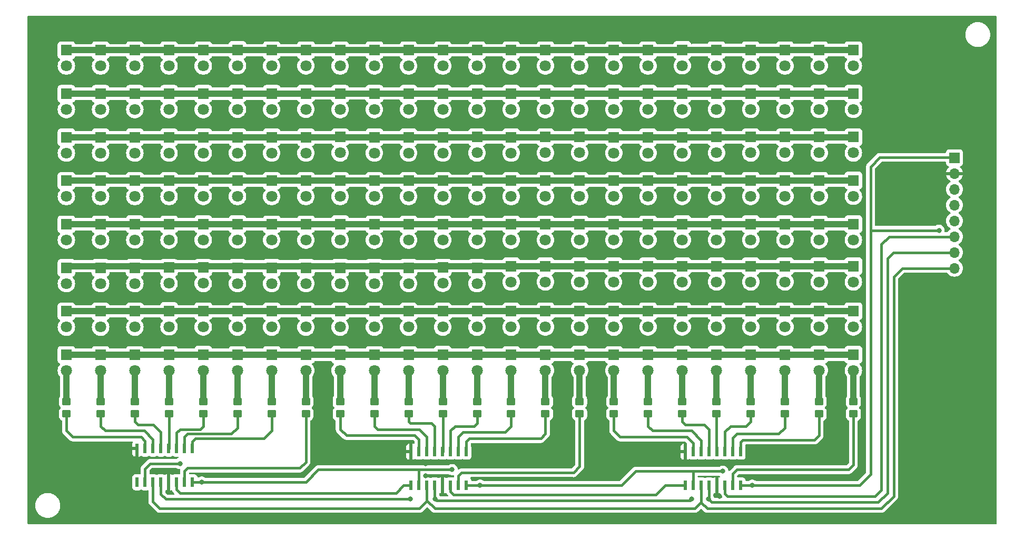
<source format=gbr>
%TF.GenerationSoftware,KiCad,Pcbnew,7.0.10-7.0.10~ubuntu22.04.1*%
%TF.CreationDate,2024-03-22T22:41:02+05:30*%
%TF.ProjectId,LEd_Display,4c45645f-4469-4737-906c-61792e6b6963,rev?*%
%TF.SameCoordinates,Original*%
%TF.FileFunction,Copper,L1,Top*%
%TF.FilePolarity,Positive*%
%FSLAX46Y46*%
G04 Gerber Fmt 4.6, Leading zero omitted, Abs format (unit mm)*
G04 Created by KiCad (PCBNEW 7.0.10-7.0.10~ubuntu22.04.1) date 2024-03-22 22:41:02*
%MOMM*%
%LPD*%
G01*
G04 APERTURE LIST*
G04 Aperture macros list*
%AMRoundRect*
0 Rectangle with rounded corners*
0 $1 Rounding radius*
0 $2 $3 $4 $5 $6 $7 $8 $9 X,Y pos of 4 corners*
0 Add a 4 corners polygon primitive as box body*
4,1,4,$2,$3,$4,$5,$6,$7,$8,$9,$2,$3,0*
0 Add four circle primitives for the rounded corners*
1,1,$1+$1,$2,$3*
1,1,$1+$1,$4,$5*
1,1,$1+$1,$6,$7*
1,1,$1+$1,$8,$9*
0 Add four rect primitives between the rounded corners*
20,1,$1+$1,$2,$3,$4,$5,0*
20,1,$1+$1,$4,$5,$6,$7,0*
20,1,$1+$1,$6,$7,$8,$9,0*
20,1,$1+$1,$8,$9,$2,$3,0*%
G04 Aperture macros list end*
%TA.AperFunction,SMDPad,CuDef*%
%ADD10RoundRect,0.039900X-0.245100X0.755100X-0.245100X-0.755100X0.245100X-0.755100X0.245100X0.755100X0*%
%TD*%
%TA.AperFunction,SMDPad,CuDef*%
%ADD11RoundRect,0.250000X0.450000X-0.350000X0.450000X0.350000X-0.450000X0.350000X-0.450000X-0.350000X0*%
%TD*%
%TA.AperFunction,ComponentPad*%
%ADD12O,1.700000X1.700000*%
%TD*%
%TA.AperFunction,ComponentPad*%
%ADD13R,1.700000X1.700000*%
%TD*%
%TA.AperFunction,ComponentPad*%
%ADD14C,1.800000*%
%TD*%
%TA.AperFunction,ComponentPad*%
%ADD15R,1.800000X1.800000*%
%TD*%
%TA.AperFunction,ViaPad*%
%ADD16C,0.800000*%
%TD*%
%TA.AperFunction,Conductor*%
%ADD17C,0.400000*%
%TD*%
%TA.AperFunction,Conductor*%
%ADD18C,1.000000*%
%TD*%
G04 APERTURE END LIST*
D10*
%TO.P,U4,16,VCC*%
%TO.N,+5V*%
X191140000Y-119775000D03*
%TO.P,U4,15,QA*%
%TO.N,Net-(U4-QA)*%
X189870000Y-119775000D03*
%TO.P,U4,14,SER*%
%TO.N,/R_din*%
X188600000Y-119775000D03*
%TO.P,U4,13,~{OE}*%
%TO.N,GND*%
X187330000Y-119775000D03*
%TO.P,U4,12,RCLK*%
%TO.N,/R_latch*%
X186060000Y-119775000D03*
%TO.P,U4,11,SRCLK*%
%TO.N,/R_clk*%
X184790000Y-119775000D03*
%TO.P,U4,10,~{SRCLR}*%
%TO.N,+5V*%
X183520000Y-119775000D03*
%TO.P,U4,9,QH'*%
%TO.N,/QH'1*%
X182250000Y-119775000D03*
%TO.P,U4,8,GND*%
%TO.N,GND*%
X182250000Y-114355000D03*
%TO.P,U4,7,QH*%
%TO.N,Net-(U4-QH)*%
X183520000Y-114355000D03*
%TO.P,U4,6,QG*%
%TO.N,Net-(U4-QG)*%
X184790000Y-114355000D03*
%TO.P,U4,5,QF*%
%TO.N,Net-(U4-QF)*%
X186060000Y-114355000D03*
%TO.P,U4,4,QE*%
%TO.N,Net-(U4-QE)*%
X187330000Y-114355000D03*
%TO.P,U4,3,QD*%
%TO.N,Net-(U4-QD)*%
X188600000Y-114355000D03*
%TO.P,U4,2,QC*%
%TO.N,Net-(U4-QC)*%
X189870000Y-114355000D03*
%TO.P,U4,1,QB*%
%TO.N,Net-(U4-QB)*%
X191140000Y-114355000D03*
%TD*%
%TO.P,U3,16,VCC*%
%TO.N,+5V*%
X147040000Y-119775000D03*
%TO.P,U3,15,QA*%
%TO.N,Net-(U3-QA)*%
X145770000Y-119775000D03*
%TO.P,U3,14,SER*%
%TO.N,/QH'1*%
X144500000Y-119775000D03*
%TO.P,U3,13,~{OE}*%
%TO.N,GND*%
X143230000Y-119775000D03*
%TO.P,U3,12,RCLK*%
%TO.N,/R_latch*%
X141960000Y-119775000D03*
%TO.P,U3,11,SRCLK*%
%TO.N,/R_clk*%
X140690000Y-119775000D03*
%TO.P,U3,10,~{SRCLR}*%
%TO.N,+5V*%
X139420000Y-119775000D03*
%TO.P,U3,9,QH'*%
%TO.N,/QH'2*%
X138150000Y-119775000D03*
%TO.P,U3,8,GND*%
%TO.N,GND*%
X138150000Y-114355000D03*
%TO.P,U3,7,QH*%
%TO.N,Net-(U3-QH)*%
X139420000Y-114355000D03*
%TO.P,U3,6,QG*%
%TO.N,Net-(U3-QG)*%
X140690000Y-114355000D03*
%TO.P,U3,5,QF*%
%TO.N,Net-(U3-QF)*%
X141960000Y-114355000D03*
%TO.P,U3,4,QE*%
%TO.N,Net-(U3-QE)*%
X143230000Y-114355000D03*
%TO.P,U3,3,QD*%
%TO.N,Net-(U3-QD)*%
X144500000Y-114355000D03*
%TO.P,U3,2,QC*%
%TO.N,Net-(U3-QC)*%
X145770000Y-114355000D03*
%TO.P,U3,1,QB*%
%TO.N,Net-(U3-QB)*%
X147040000Y-114355000D03*
%TD*%
%TO.P,U2,1,QB*%
%TO.N,Net-(U2-QB)*%
X103020000Y-113855000D03*
%TO.P,U2,2,QC*%
%TO.N,Net-(U2-QC)*%
X101750000Y-113855000D03*
%TO.P,U2,3,QD*%
%TO.N,Net-(U2-QD)*%
X100480000Y-113855000D03*
%TO.P,U2,4,QE*%
%TO.N,Net-(U2-QE)*%
X99210000Y-113855000D03*
%TO.P,U2,5,QF*%
%TO.N,Net-(U2-QF)*%
X97940000Y-113855000D03*
%TO.P,U2,6,QG*%
%TO.N,Net-(U2-QG)*%
X96670000Y-113855000D03*
%TO.P,U2,7,QH*%
%TO.N,Net-(U2-QH)*%
X95400000Y-113855000D03*
%TO.P,U2,8,GND*%
%TO.N,GND*%
X94130000Y-113855000D03*
%TO.P,U2,9,QH'*%
%TO.N,unconnected-(U2-QH'-Pad9)*%
X94130000Y-119275000D03*
%TO.P,U2,10,~{SRCLR}*%
%TO.N,+5V*%
X95400000Y-119275000D03*
%TO.P,U2,11,SRCLK*%
%TO.N,/R_clk*%
X96670000Y-119275000D03*
%TO.P,U2,12,RCLK*%
%TO.N,/R_latch*%
X97940000Y-119275000D03*
%TO.P,U2,13,~{OE}*%
%TO.N,GND*%
X99210000Y-119275000D03*
%TO.P,U2,14,SER*%
%TO.N,/QH'2*%
X100480000Y-119275000D03*
%TO.P,U2,15,QA*%
%TO.N,Net-(U2-QA)*%
X101750000Y-119275000D03*
%TO.P,U2,16,VCC*%
%TO.N,+5V*%
X103020000Y-119275000D03*
%TD*%
D11*
%TO.P,R24,2*%
%TO.N,/Col17*%
X170750000Y-106275000D03*
%TO.P,R24,1*%
%TO.N,Net-(U4-QH)*%
X170750000Y-108275000D03*
%TD*%
%TO.P,R23,2*%
%TO.N,/Col18*%
X176250000Y-106275000D03*
%TO.P,R23,1*%
%TO.N,Net-(U4-QG)*%
X176250000Y-108275000D03*
%TD*%
%TO.P,R22,2*%
%TO.N,/Col19*%
X181750000Y-106275000D03*
%TO.P,R22,1*%
%TO.N,Net-(U4-QF)*%
X181750000Y-108275000D03*
%TD*%
%TO.P,R21,2*%
%TO.N,/Col20*%
X187250000Y-106275000D03*
%TO.P,R21,1*%
%TO.N,Net-(U4-QE)*%
X187250000Y-108275000D03*
%TD*%
%TO.P,R20,2*%
%TO.N,/Col21*%
X192750000Y-106275000D03*
%TO.P,R20,1*%
%TO.N,Net-(U4-QD)*%
X192750000Y-108275000D03*
%TD*%
%TO.P,R19,2*%
%TO.N,/Col22*%
X198250000Y-106275000D03*
%TO.P,R19,1*%
%TO.N,Net-(U4-QC)*%
X198250000Y-108275000D03*
%TD*%
%TO.P,R18,2*%
%TO.N,/Col23*%
X203750000Y-106275000D03*
%TO.P,R18,1*%
%TO.N,Net-(U4-QB)*%
X203750000Y-108275000D03*
%TD*%
%TO.P,R17,2*%
%TO.N,/Col24*%
X209250000Y-106275000D03*
%TO.P,R17,1*%
%TO.N,Net-(U4-QA)*%
X209250000Y-108275000D03*
%TD*%
%TO.P,R16,2*%
%TO.N,/Col9*%
X126750000Y-106275000D03*
%TO.P,R16,1*%
%TO.N,Net-(U3-QH)*%
X126750000Y-108275000D03*
%TD*%
%TO.P,R15,2*%
%TO.N,/Col10*%
X132250000Y-106275000D03*
%TO.P,R15,1*%
%TO.N,Net-(U3-QG)*%
X132250000Y-108275000D03*
%TD*%
%TO.P,R14,2*%
%TO.N,/Col11*%
X137750000Y-106275000D03*
%TO.P,R14,1*%
%TO.N,Net-(U3-QF)*%
X137750000Y-108275000D03*
%TD*%
%TO.P,R13,2*%
%TO.N,/Col12*%
X143250000Y-106275000D03*
%TO.P,R13,1*%
%TO.N,Net-(U3-QE)*%
X143250000Y-108275000D03*
%TD*%
%TO.P,R12,2*%
%TO.N,/Col13*%
X148750000Y-106275000D03*
%TO.P,R12,1*%
%TO.N,Net-(U3-QD)*%
X148750000Y-108275000D03*
%TD*%
%TO.P,R11,2*%
%TO.N,/Col14*%
X154250000Y-106275000D03*
%TO.P,R11,1*%
%TO.N,Net-(U3-QC)*%
X154250000Y-108275000D03*
%TD*%
%TO.P,R10,2*%
%TO.N,/Col15*%
X159750000Y-106275000D03*
%TO.P,R10,1*%
%TO.N,Net-(U3-QB)*%
X159750000Y-108275000D03*
%TD*%
%TO.P,R9,2*%
%TO.N,/Col16*%
X165250000Y-106275000D03*
%TO.P,R9,1*%
%TO.N,Net-(U3-QA)*%
X165250000Y-108275000D03*
%TD*%
%TO.P,R8,2*%
%TO.N,/Col1*%
X82750000Y-106275000D03*
%TO.P,R8,1*%
%TO.N,Net-(U2-QH)*%
X82750000Y-108275000D03*
%TD*%
%TO.P,R7,2*%
%TO.N,/Col2*%
X88250000Y-106275000D03*
%TO.P,R7,1*%
%TO.N,Net-(U2-QG)*%
X88250000Y-108275000D03*
%TD*%
%TO.P,R6,2*%
%TO.N,/Col3*%
X93750000Y-106275000D03*
%TO.P,R6,1*%
%TO.N,Net-(U2-QF)*%
X93750000Y-108275000D03*
%TD*%
%TO.P,R5,2*%
%TO.N,/Col4*%
X99250000Y-106275000D03*
%TO.P,R5,1*%
%TO.N,Net-(U2-QE)*%
X99250000Y-108275000D03*
%TD*%
%TO.P,R4,2*%
%TO.N,/Col5*%
X104750000Y-106275000D03*
%TO.P,R4,1*%
%TO.N,Net-(U2-QD)*%
X104750000Y-108275000D03*
%TD*%
%TO.P,R3,2*%
%TO.N,/Col6*%
X110250000Y-106275000D03*
%TO.P,R3,1*%
%TO.N,Net-(U2-QC)*%
X110250000Y-108275000D03*
%TD*%
%TO.P,R2,2*%
%TO.N,/Col7*%
X115750000Y-106275000D03*
%TO.P,R2,1*%
%TO.N,Net-(U2-QB)*%
X115750000Y-108275000D03*
%TD*%
%TO.P,R1,2*%
%TO.N,/Col8*%
X121250000Y-106275000D03*
%TO.P,R1,1*%
%TO.N,Net-(U2-QA)*%
X121250000Y-108275000D03*
%TD*%
D12*
%TO.P,J1,8,Pin_8*%
%TO.N,/R_clk*%
X225500000Y-84855000D03*
%TO.P,J1,7,Pin_7*%
%TO.N,/R_latch*%
X225500000Y-82315000D03*
%TO.P,J1,6,Pin_6*%
%TO.N,/R_din*%
X225500000Y-79775000D03*
%TO.P,J1,5,Pin_5*%
%TO.N,/C_din*%
X225500000Y-77235000D03*
%TO.P,J1,4,Pin_4*%
%TO.N,/C_latch*%
X225500000Y-74695000D03*
%TO.P,J1,3,Pin_3*%
%TO.N,/C_clk*%
X225500000Y-72155000D03*
%TO.P,J1,2,Pin_2*%
%TO.N,GND*%
X225500000Y-69615000D03*
D13*
%TO.P,J1,1,Pin_1*%
%TO.N,+5V*%
X225500000Y-67075000D03*
%TD*%
D14*
%TO.P,D192,2,A*%
%TO.N,/Col24*%
X209250000Y-101290000D03*
D15*
%TO.P,D192,1,K*%
%TO.N,/Row8*%
X209250000Y-98750000D03*
%TD*%
D14*
%TO.P,D191,2,A*%
%TO.N,/Col24*%
X209250000Y-94290000D03*
D15*
%TO.P,D191,1,K*%
%TO.N,/Row7*%
X209250000Y-91750000D03*
%TD*%
D14*
%TO.P,D190,2,A*%
%TO.N,/Col24*%
X209250000Y-87040000D03*
D15*
%TO.P,D190,1,K*%
%TO.N,/Row6*%
X209250000Y-84500000D03*
%TD*%
D14*
%TO.P,D189,2,A*%
%TO.N,/Col24*%
X209250000Y-80290000D03*
D15*
%TO.P,D189,1,K*%
%TO.N,/Row5*%
X209250000Y-77750000D03*
%TD*%
D14*
%TO.P,D188,2,A*%
%TO.N,/Col24*%
X209250000Y-73275000D03*
D15*
%TO.P,D188,1,K*%
%TO.N,/Row4*%
X209250000Y-70735000D03*
%TD*%
D14*
%TO.P,D187,2,A*%
%TO.N,/Col24*%
X209250000Y-66290000D03*
D15*
%TO.P,D187,1,K*%
%TO.N,/Row3*%
X209250000Y-63750000D03*
%TD*%
D14*
%TO.P,D186,2,A*%
%TO.N,/Col24*%
X209250000Y-59290000D03*
D15*
%TO.P,D186,1,K*%
%TO.N,/Row2*%
X209250000Y-56750000D03*
%TD*%
D14*
%TO.P,D185,2,A*%
%TO.N,/Col24*%
X209250000Y-52290000D03*
D15*
%TO.P,D185,1,K*%
%TO.N,/Row1*%
X209250000Y-49750000D03*
%TD*%
D14*
%TO.P,D184,2,A*%
%TO.N,/Col23*%
X203750000Y-101275000D03*
D15*
%TO.P,D184,1,K*%
%TO.N,/Row8*%
X203750000Y-98735000D03*
%TD*%
D14*
%TO.P,D183,2,A*%
%TO.N,/Col23*%
X203750000Y-94290000D03*
D15*
%TO.P,D183,1,K*%
%TO.N,/Row7*%
X203750000Y-91750000D03*
%TD*%
D14*
%TO.P,D182,2,A*%
%TO.N,/Col23*%
X203750000Y-87040000D03*
D15*
%TO.P,D182,1,K*%
%TO.N,/Row6*%
X203750000Y-84500000D03*
%TD*%
D14*
%TO.P,D181,2,A*%
%TO.N,/Col23*%
X203750000Y-80315000D03*
D15*
%TO.P,D181,1,K*%
%TO.N,/Row5*%
X203750000Y-77775000D03*
%TD*%
D14*
%TO.P,D180,2,A*%
%TO.N,/Col23*%
X203750000Y-73290000D03*
D15*
%TO.P,D180,1,K*%
%TO.N,/Row4*%
X203750000Y-70750000D03*
%TD*%
D14*
%TO.P,D179,2,A*%
%TO.N,/Col23*%
X203750000Y-66290000D03*
D15*
%TO.P,D179,1,K*%
%TO.N,/Row3*%
X203750000Y-63750000D03*
%TD*%
D14*
%TO.P,D178,2,A*%
%TO.N,/Col23*%
X203750000Y-59290000D03*
D15*
%TO.P,D178,1,K*%
%TO.N,/Row2*%
X203750000Y-56750000D03*
%TD*%
D14*
%TO.P,D177,2,A*%
%TO.N,/Col23*%
X203750000Y-52290000D03*
D15*
%TO.P,D177,1,K*%
%TO.N,/Row1*%
X203750000Y-49750000D03*
%TD*%
D14*
%TO.P,D176,2,A*%
%TO.N,/Col22*%
X198250000Y-101290000D03*
D15*
%TO.P,D176,1,K*%
%TO.N,/Row8*%
X198250000Y-98750000D03*
%TD*%
D14*
%TO.P,D175,2,A*%
%TO.N,/Col22*%
X198250000Y-94290000D03*
D15*
%TO.P,D175,1,K*%
%TO.N,/Row7*%
X198250000Y-91750000D03*
%TD*%
D14*
%TO.P,D174,2,A*%
%TO.N,/Col22*%
X198250000Y-87040000D03*
D15*
%TO.P,D174,1,K*%
%TO.N,/Row6*%
X198250000Y-84500000D03*
%TD*%
D14*
%TO.P,D173,2,A*%
%TO.N,/Col22*%
X198250000Y-80290000D03*
D15*
%TO.P,D173,1,K*%
%TO.N,/Row5*%
X198250000Y-77750000D03*
%TD*%
D14*
%TO.P,D172,2,A*%
%TO.N,/Col22*%
X198250000Y-73290000D03*
D15*
%TO.P,D172,1,K*%
%TO.N,/Row4*%
X198250000Y-70750000D03*
%TD*%
D14*
%TO.P,D171,2,A*%
%TO.N,/Col22*%
X198250000Y-66290000D03*
D15*
%TO.P,D171,1,K*%
%TO.N,/Row3*%
X198250000Y-63750000D03*
%TD*%
D14*
%TO.P,D170,2,A*%
%TO.N,/Col22*%
X198250000Y-59315000D03*
D15*
%TO.P,D170,1,K*%
%TO.N,/Row2*%
X198250000Y-56775000D03*
%TD*%
D14*
%TO.P,D169,2,A*%
%TO.N,/Col22*%
X198250000Y-52315000D03*
D15*
%TO.P,D169,1,K*%
%TO.N,/Row1*%
X198250000Y-49775000D03*
%TD*%
D14*
%TO.P,D168,2,A*%
%TO.N,/Col21*%
X192750000Y-101290000D03*
D15*
%TO.P,D168,1,K*%
%TO.N,/Row8*%
X192750000Y-98750000D03*
%TD*%
D14*
%TO.P,D167,2,A*%
%TO.N,/Col21*%
X192750000Y-94290000D03*
D15*
%TO.P,D167,1,K*%
%TO.N,/Row7*%
X192750000Y-91750000D03*
%TD*%
D14*
%TO.P,D166,2,A*%
%TO.N,/Col21*%
X192750000Y-87040000D03*
D15*
%TO.P,D166,1,K*%
%TO.N,/Row6*%
X192750000Y-84500000D03*
%TD*%
D14*
%TO.P,D165,2,A*%
%TO.N,/Col21*%
X192750000Y-80290000D03*
D15*
%TO.P,D165,1,K*%
%TO.N,/Row5*%
X192750000Y-77750000D03*
%TD*%
D14*
%TO.P,D164,2,A*%
%TO.N,/Col21*%
X192750000Y-73290000D03*
D15*
%TO.P,D164,1,K*%
%TO.N,/Row4*%
X192750000Y-70750000D03*
%TD*%
D14*
%TO.P,D163,2,A*%
%TO.N,/Col21*%
X192750000Y-66290000D03*
D15*
%TO.P,D163,1,K*%
%TO.N,/Row3*%
X192750000Y-63750000D03*
%TD*%
D14*
%TO.P,D162,2,A*%
%TO.N,/Col21*%
X192750000Y-59290000D03*
D15*
%TO.P,D162,1,K*%
%TO.N,/Row2*%
X192750000Y-56750000D03*
%TD*%
D14*
%TO.P,D161,2,A*%
%TO.N,/Col21*%
X192750000Y-52290000D03*
D15*
%TO.P,D161,1,K*%
%TO.N,/Row1*%
X192750000Y-49750000D03*
%TD*%
D14*
%TO.P,D160,2,A*%
%TO.N,/Col20*%
X187250000Y-101290000D03*
D15*
%TO.P,D160,1,K*%
%TO.N,/Row8*%
X187250000Y-98750000D03*
%TD*%
D14*
%TO.P,D159,2,A*%
%TO.N,/Col20*%
X187250000Y-94290000D03*
D15*
%TO.P,D159,1,K*%
%TO.N,/Row7*%
X187250000Y-91750000D03*
%TD*%
D14*
%TO.P,D158,2,A*%
%TO.N,/Col20*%
X187250000Y-87040000D03*
D15*
%TO.P,D158,1,K*%
%TO.N,/Row6*%
X187250000Y-84500000D03*
%TD*%
D14*
%TO.P,D157,2,A*%
%TO.N,/Col20*%
X187250000Y-80290000D03*
D15*
%TO.P,D157,1,K*%
%TO.N,/Row5*%
X187250000Y-77750000D03*
%TD*%
D14*
%TO.P,D156,2,A*%
%TO.N,/Col20*%
X187250000Y-73290000D03*
D15*
%TO.P,D156,1,K*%
%TO.N,/Row4*%
X187250000Y-70750000D03*
%TD*%
D14*
%TO.P,D155,2,A*%
%TO.N,/Col20*%
X187250000Y-66290000D03*
D15*
%TO.P,D155,1,K*%
%TO.N,/Row3*%
X187250000Y-63750000D03*
%TD*%
D14*
%TO.P,D154,2,A*%
%TO.N,/Col20*%
X187250000Y-59290000D03*
D15*
%TO.P,D154,1,K*%
%TO.N,/Row2*%
X187250000Y-56750000D03*
%TD*%
D14*
%TO.P,D153,2,A*%
%TO.N,/Col20*%
X187250000Y-52290000D03*
D15*
%TO.P,D153,1,K*%
%TO.N,/Row1*%
X187250000Y-49750000D03*
%TD*%
%TO.P,D152,1,K*%
%TO.N,/Row8*%
X181750000Y-98750000D03*
D14*
%TO.P,D152,2,A*%
%TO.N,/Col19*%
X181750000Y-101290000D03*
%TD*%
D15*
%TO.P,D151,1,K*%
%TO.N,/Row7*%
X181750000Y-91750000D03*
D14*
%TO.P,D151,2,A*%
%TO.N,/Col19*%
X181750000Y-94290000D03*
%TD*%
D15*
%TO.P,D150,1,K*%
%TO.N,/Row6*%
X181750000Y-84500000D03*
D14*
%TO.P,D150,2,A*%
%TO.N,/Col19*%
X181750000Y-87040000D03*
%TD*%
D15*
%TO.P,D149,1,K*%
%TO.N,/Row5*%
X181750000Y-77750000D03*
D14*
%TO.P,D149,2,A*%
%TO.N,/Col19*%
X181750000Y-80290000D03*
%TD*%
D15*
%TO.P,D148,1,K*%
%TO.N,/Row4*%
X181750000Y-70750000D03*
D14*
%TO.P,D148,2,A*%
%TO.N,/Col19*%
X181750000Y-73290000D03*
%TD*%
D15*
%TO.P,D147,1,K*%
%TO.N,/Row3*%
X181750000Y-63775000D03*
D14*
%TO.P,D147,2,A*%
%TO.N,/Col19*%
X181750000Y-66315000D03*
%TD*%
D15*
%TO.P,D146,1,K*%
%TO.N,/Row2*%
X181750000Y-56775000D03*
D14*
%TO.P,D146,2,A*%
%TO.N,/Col19*%
X181750000Y-59315000D03*
%TD*%
D15*
%TO.P,D145,1,K*%
%TO.N,/Row1*%
X181750000Y-49735000D03*
D14*
%TO.P,D145,2,A*%
%TO.N,/Col19*%
X181750000Y-52275000D03*
%TD*%
%TO.P,D144,2,A*%
%TO.N,/Col18*%
X176250000Y-101315000D03*
D15*
%TO.P,D144,1,K*%
%TO.N,/Row8*%
X176250000Y-98775000D03*
%TD*%
D14*
%TO.P,D143,2,A*%
%TO.N,/Col18*%
X176250000Y-94290000D03*
D15*
%TO.P,D143,1,K*%
%TO.N,/Row7*%
X176250000Y-91750000D03*
%TD*%
D14*
%TO.P,D142,2,A*%
%TO.N,/Col18*%
X176250000Y-87040000D03*
D15*
%TO.P,D142,1,K*%
%TO.N,/Row6*%
X176250000Y-84500000D03*
%TD*%
D14*
%TO.P,D141,2,A*%
%TO.N,/Col18*%
X176250000Y-80315000D03*
D15*
%TO.P,D141,1,K*%
%TO.N,/Row5*%
X176250000Y-77775000D03*
%TD*%
%TO.P,D140,1,K*%
%TO.N,/Row4*%
X176250000Y-70775000D03*
D14*
%TO.P,D140,2,A*%
%TO.N,/Col18*%
X176250000Y-73315000D03*
%TD*%
D15*
%TO.P,D139,1,K*%
%TO.N,/Row3*%
X176250000Y-63775000D03*
D14*
%TO.P,D139,2,A*%
%TO.N,/Col18*%
X176250000Y-66315000D03*
%TD*%
D15*
%TO.P,D138,1,K*%
%TO.N,/Row2*%
X176250000Y-56775000D03*
D14*
%TO.P,D138,2,A*%
%TO.N,/Col18*%
X176250000Y-59315000D03*
%TD*%
D15*
%TO.P,D137,1,K*%
%TO.N,/Row1*%
X176250000Y-49775000D03*
D14*
%TO.P,D137,2,A*%
%TO.N,/Col18*%
X176250000Y-52315000D03*
%TD*%
%TO.P,D136,2,A*%
%TO.N,/Col17*%
X170750000Y-101315000D03*
D15*
%TO.P,D136,1,K*%
%TO.N,/Row8*%
X170750000Y-98775000D03*
%TD*%
D14*
%TO.P,D135,2,A*%
%TO.N,/Col17*%
X170750000Y-94315000D03*
D15*
%TO.P,D135,1,K*%
%TO.N,/Row7*%
X170750000Y-91775000D03*
%TD*%
D14*
%TO.P,D134,2,A*%
%TO.N,/Col17*%
X170700000Y-87075000D03*
D15*
%TO.P,D134,1,K*%
%TO.N,/Row6*%
X170700000Y-84535000D03*
%TD*%
D14*
%TO.P,D133,2,A*%
%TO.N,/Col17*%
X170750000Y-80315000D03*
D15*
%TO.P,D133,1,K*%
%TO.N,/Row5*%
X170750000Y-77775000D03*
%TD*%
D14*
%TO.P,D132,2,A*%
%TO.N,/Col17*%
X170750000Y-73315000D03*
D15*
%TO.P,D132,1,K*%
%TO.N,/Row4*%
X170750000Y-70775000D03*
%TD*%
%TO.P,D131,1,K*%
%TO.N,/Row3*%
X170750000Y-63775000D03*
D14*
%TO.P,D131,2,A*%
%TO.N,/Col17*%
X170750000Y-66315000D03*
%TD*%
D15*
%TO.P,D130,1,K*%
%TO.N,/Row2*%
X170750000Y-56775000D03*
D14*
%TO.P,D130,2,A*%
%TO.N,/Col17*%
X170750000Y-59315000D03*
%TD*%
%TO.P,D129,2,A*%
%TO.N,/Col17*%
X170750000Y-52315000D03*
D15*
%TO.P,D129,1,K*%
%TO.N,/Row1*%
X170750000Y-49775000D03*
%TD*%
D14*
%TO.P,D128,2,A*%
%TO.N,/Col16*%
X165250000Y-101275000D03*
D15*
%TO.P,D128,1,K*%
%TO.N,/Row8*%
X165250000Y-98735000D03*
%TD*%
%TO.P,D127,1,K*%
%TO.N,/Row7*%
X165250000Y-91775000D03*
D14*
%TO.P,D127,2,A*%
%TO.N,/Col16*%
X165250000Y-94315000D03*
%TD*%
D15*
%TO.P,D126,1,K*%
%TO.N,/Row6*%
X165250000Y-84525000D03*
D14*
%TO.P,D126,2,A*%
%TO.N,/Col16*%
X165250000Y-87065000D03*
%TD*%
D15*
%TO.P,D125,1,K*%
%TO.N,/Row5*%
X165250000Y-77775000D03*
D14*
%TO.P,D125,2,A*%
%TO.N,/Col16*%
X165250000Y-80315000D03*
%TD*%
D15*
%TO.P,D124,1,K*%
%TO.N,/Row4*%
X165250000Y-70775000D03*
D14*
%TO.P,D124,2,A*%
%TO.N,/Col16*%
X165250000Y-73315000D03*
%TD*%
D15*
%TO.P,D123,1,K*%
%TO.N,/Row3*%
X165250000Y-63735000D03*
D14*
%TO.P,D123,2,A*%
%TO.N,/Col16*%
X165250000Y-66275000D03*
%TD*%
D15*
%TO.P,D122,1,K*%
%TO.N,/Row2*%
X165250000Y-56750000D03*
D14*
%TO.P,D122,2,A*%
%TO.N,/Col16*%
X165250000Y-59290000D03*
%TD*%
D15*
%TO.P,D121,1,K*%
%TO.N,/Row1*%
X165250000Y-49775000D03*
D14*
%TO.P,D121,2,A*%
%TO.N,/Col16*%
X165250000Y-52315000D03*
%TD*%
%TO.P,D120,2,A*%
%TO.N,/Col15*%
X159750000Y-101290000D03*
D15*
%TO.P,D120,1,K*%
%TO.N,/Row8*%
X159750000Y-98750000D03*
%TD*%
D14*
%TO.P,D119,2,A*%
%TO.N,/Col15*%
X159750000Y-94290000D03*
D15*
%TO.P,D119,1,K*%
%TO.N,/Row7*%
X159750000Y-91750000D03*
%TD*%
D14*
%TO.P,D118,2,A*%
%TO.N,/Col15*%
X159750000Y-87040000D03*
D15*
%TO.P,D118,1,K*%
%TO.N,/Row6*%
X159750000Y-84500000D03*
%TD*%
D14*
%TO.P,D117,2,A*%
%TO.N,/Col15*%
X159750000Y-80315000D03*
D15*
%TO.P,D117,1,K*%
%TO.N,/Row5*%
X159750000Y-77775000D03*
%TD*%
D14*
%TO.P,D116,2,A*%
%TO.N,/Col15*%
X159750000Y-73290000D03*
D15*
%TO.P,D116,1,K*%
%TO.N,/Row4*%
X159750000Y-70750000D03*
%TD*%
D14*
%TO.P,D115,2,A*%
%TO.N,/Col15*%
X159750000Y-66290000D03*
D15*
%TO.P,D115,1,K*%
%TO.N,/Row3*%
X159750000Y-63750000D03*
%TD*%
D14*
%TO.P,D114,2,A*%
%TO.N,/Col15*%
X159750000Y-59315000D03*
D15*
%TO.P,D114,1,K*%
%TO.N,/Row2*%
X159750000Y-56775000D03*
%TD*%
D14*
%TO.P,D113,2,A*%
%TO.N,/Col15*%
X159750000Y-52290000D03*
D15*
%TO.P,D113,1,K*%
%TO.N,/Row1*%
X159750000Y-49750000D03*
%TD*%
D14*
%TO.P,D112,2,A*%
%TO.N,/Col14*%
X154250000Y-101315000D03*
D15*
%TO.P,D112,1,K*%
%TO.N,/Row8*%
X154250000Y-98775000D03*
%TD*%
D14*
%TO.P,D111,2,A*%
%TO.N,/Col14*%
X154250000Y-94315000D03*
D15*
%TO.P,D111,1,K*%
%TO.N,/Row7*%
X154250000Y-91775000D03*
%TD*%
D14*
%TO.P,D110,2,A*%
%TO.N,/Col14*%
X154250000Y-87065000D03*
D15*
%TO.P,D110,1,K*%
%TO.N,/Row6*%
X154250000Y-84525000D03*
%TD*%
D14*
%TO.P,D109,2,A*%
%TO.N,/Col14*%
X154250000Y-80315000D03*
D15*
%TO.P,D109,1,K*%
%TO.N,/Row5*%
X154250000Y-77775000D03*
%TD*%
D14*
%TO.P,D108,2,A*%
%TO.N,/Col14*%
X154250000Y-73315000D03*
D15*
%TO.P,D108,1,K*%
%TO.N,/Row4*%
X154250000Y-70775000D03*
%TD*%
D14*
%TO.P,D107,2,A*%
%TO.N,/Col14*%
X154250000Y-66315000D03*
D15*
%TO.P,D107,1,K*%
%TO.N,/Row3*%
X154250000Y-63775000D03*
%TD*%
D14*
%TO.P,D106,2,A*%
%TO.N,/Col14*%
X154250000Y-59315000D03*
D15*
%TO.P,D106,1,K*%
%TO.N,/Row2*%
X154250000Y-56775000D03*
%TD*%
D14*
%TO.P,D105,2,A*%
%TO.N,/Col14*%
X154250000Y-52290000D03*
D15*
%TO.P,D105,1,K*%
%TO.N,/Row1*%
X154250000Y-49750000D03*
%TD*%
D14*
%TO.P,D104,2,A*%
%TO.N,/Col13*%
X148750000Y-101315000D03*
D15*
%TO.P,D104,1,K*%
%TO.N,/Row8*%
X148750000Y-98775000D03*
%TD*%
D14*
%TO.P,D103,2,A*%
%TO.N,/Col13*%
X148750000Y-94315000D03*
D15*
%TO.P,D103,1,K*%
%TO.N,/Row7*%
X148750000Y-91775000D03*
%TD*%
D14*
%TO.P,D102,2,A*%
%TO.N,/Col13*%
X148750000Y-87315000D03*
D15*
%TO.P,D102,1,K*%
%TO.N,/Row6*%
X148750000Y-84775000D03*
%TD*%
D14*
%TO.P,D101,2,A*%
%TO.N,/Col13*%
X148750000Y-80315000D03*
D15*
%TO.P,D101,1,K*%
%TO.N,/Row5*%
X148750000Y-77775000D03*
%TD*%
D14*
%TO.P,D100,2,A*%
%TO.N,/Col13*%
X148750000Y-73315000D03*
D15*
%TO.P,D100,1,K*%
%TO.N,/Row4*%
X148750000Y-70775000D03*
%TD*%
D14*
%TO.P,D99,2,A*%
%TO.N,/Col13*%
X148750000Y-66290000D03*
D15*
%TO.P,D99,1,K*%
%TO.N,/Row3*%
X148750000Y-63750000D03*
%TD*%
D14*
%TO.P,D98,2,A*%
%TO.N,/Col13*%
X148750000Y-59315000D03*
D15*
%TO.P,D98,1,K*%
%TO.N,/Row2*%
X148750000Y-56775000D03*
%TD*%
D14*
%TO.P,D97,2,A*%
%TO.N,/Col13*%
X148750000Y-52315000D03*
D15*
%TO.P,D97,1,K*%
%TO.N,/Row1*%
X148750000Y-49775000D03*
%TD*%
D14*
%TO.P,D96,2,A*%
%TO.N,/Col12*%
X143250000Y-101275000D03*
D15*
%TO.P,D96,1,K*%
%TO.N,/Row8*%
X143250000Y-98735000D03*
%TD*%
%TO.P,D95,1,K*%
%TO.N,/Row7*%
X143250000Y-91775000D03*
D14*
%TO.P,D95,2,A*%
%TO.N,/Col12*%
X143250000Y-94315000D03*
%TD*%
D15*
%TO.P,D94,1,K*%
%TO.N,/Row6*%
X143250000Y-84735000D03*
D14*
%TO.P,D94,2,A*%
%TO.N,/Col12*%
X143250000Y-87275000D03*
%TD*%
D15*
%TO.P,D93,1,K*%
%TO.N,/Row5*%
X143250000Y-77775000D03*
D14*
%TO.P,D93,2,A*%
%TO.N,/Col12*%
X143250000Y-80315000D03*
%TD*%
D15*
%TO.P,D92,1,K*%
%TO.N,/Row4*%
X143250000Y-70775000D03*
D14*
%TO.P,D92,2,A*%
%TO.N,/Col12*%
X143250000Y-73315000D03*
%TD*%
D15*
%TO.P,D91,1,K*%
%TO.N,/Row3*%
X143250000Y-63775000D03*
D14*
%TO.P,D91,2,A*%
%TO.N,/Col12*%
X143250000Y-66315000D03*
%TD*%
D15*
%TO.P,D90,1,K*%
%TO.N,/Row2*%
X143250000Y-56775000D03*
D14*
%TO.P,D90,2,A*%
%TO.N,/Col12*%
X143250000Y-59315000D03*
%TD*%
D15*
%TO.P,D89,1,K*%
%TO.N,/Row1*%
X143250000Y-49775000D03*
D14*
%TO.P,D89,2,A*%
%TO.N,/Col12*%
X143250000Y-52315000D03*
%TD*%
%TO.P,D88,2,A*%
%TO.N,/Col11*%
X137750000Y-101315000D03*
D15*
%TO.P,D88,1,K*%
%TO.N,/Row8*%
X137750000Y-98775000D03*
%TD*%
D14*
%TO.P,D87,2,A*%
%TO.N,/Col11*%
X137750000Y-94315000D03*
D15*
%TO.P,D87,1,K*%
%TO.N,/Row7*%
X137750000Y-91775000D03*
%TD*%
D14*
%TO.P,D86,2,A*%
%TO.N,/Col11*%
X137750000Y-87315000D03*
D15*
%TO.P,D86,1,K*%
%TO.N,/Row6*%
X137750000Y-84775000D03*
%TD*%
D14*
%TO.P,D85,2,A*%
%TO.N,/Col11*%
X137750000Y-80315000D03*
D15*
%TO.P,D85,1,K*%
%TO.N,/Row5*%
X137750000Y-77775000D03*
%TD*%
D14*
%TO.P,D84,2,A*%
%TO.N,/Col11*%
X137750000Y-73315000D03*
D15*
%TO.P,D84,1,K*%
%TO.N,/Row4*%
X137750000Y-70775000D03*
%TD*%
D14*
%TO.P,D83,2,A*%
%TO.N,/Col11*%
X137750000Y-66315000D03*
D15*
%TO.P,D83,1,K*%
%TO.N,/Row3*%
X137750000Y-63775000D03*
%TD*%
D14*
%TO.P,D82,2,A*%
%TO.N,/Col11*%
X137750000Y-59315000D03*
D15*
%TO.P,D82,1,K*%
%TO.N,/Row2*%
X137750000Y-56775000D03*
%TD*%
D14*
%TO.P,D81,2,A*%
%TO.N,/Col11*%
X137750000Y-52315000D03*
D15*
%TO.P,D81,1,K*%
%TO.N,/Row1*%
X137750000Y-49775000D03*
%TD*%
D14*
%TO.P,D80,2,A*%
%TO.N,/Col10*%
X132250000Y-101315000D03*
D15*
%TO.P,D80,1,K*%
%TO.N,/Row8*%
X132250000Y-98775000D03*
%TD*%
D14*
%TO.P,D79,2,A*%
%TO.N,/Col10*%
X132250000Y-94315000D03*
D15*
%TO.P,D79,1,K*%
%TO.N,/Row7*%
X132250000Y-91775000D03*
%TD*%
D14*
%TO.P,D78,2,A*%
%TO.N,/Col10*%
X132250000Y-87315000D03*
D15*
%TO.P,D78,1,K*%
%TO.N,/Row6*%
X132250000Y-84775000D03*
%TD*%
D14*
%TO.P,D77,2,A*%
%TO.N,/Col10*%
X132250000Y-80315000D03*
D15*
%TO.P,D77,1,K*%
%TO.N,/Row5*%
X132250000Y-77775000D03*
%TD*%
D14*
%TO.P,D76,2,A*%
%TO.N,/Col10*%
X132250000Y-73315000D03*
D15*
%TO.P,D76,1,K*%
%TO.N,/Row4*%
X132250000Y-70775000D03*
%TD*%
D14*
%TO.P,D75,2,A*%
%TO.N,/Col10*%
X132250000Y-66315000D03*
D15*
%TO.P,D75,1,K*%
%TO.N,/Row3*%
X132250000Y-63775000D03*
%TD*%
D14*
%TO.P,D74,2,A*%
%TO.N,/Col10*%
X132250000Y-59315000D03*
D15*
%TO.P,D74,1,K*%
%TO.N,/Row2*%
X132250000Y-56775000D03*
%TD*%
D14*
%TO.P,D73,2,A*%
%TO.N,/Col10*%
X132250000Y-52290000D03*
D15*
%TO.P,D73,1,K*%
%TO.N,/Row1*%
X132250000Y-49750000D03*
%TD*%
D14*
%TO.P,D72,2,A*%
%TO.N,/Col9*%
X126750000Y-101290000D03*
D15*
%TO.P,D72,1,K*%
%TO.N,/Row8*%
X126750000Y-98750000D03*
%TD*%
D14*
%TO.P,D71,2,A*%
%TO.N,/Col9*%
X126750000Y-94315000D03*
D15*
%TO.P,D71,1,K*%
%TO.N,/Row7*%
X126750000Y-91775000D03*
%TD*%
D14*
%TO.P,D70,2,A*%
%TO.N,/Col9*%
X126750000Y-87315000D03*
D15*
%TO.P,D70,1,K*%
%TO.N,/Row6*%
X126750000Y-84775000D03*
%TD*%
D14*
%TO.P,D69,2,A*%
%TO.N,/Col9*%
X126750000Y-80290000D03*
D15*
%TO.P,D69,1,K*%
%TO.N,/Row5*%
X126750000Y-77750000D03*
%TD*%
D14*
%TO.P,D68,2,A*%
%TO.N,/Col9*%
X126750000Y-73315000D03*
D15*
%TO.P,D68,1,K*%
%TO.N,/Row4*%
X126750000Y-70775000D03*
%TD*%
D14*
%TO.P,D67,2,A*%
%TO.N,/Col9*%
X126750000Y-66290000D03*
D15*
%TO.P,D67,1,K*%
%TO.N,/Row3*%
X126750000Y-63750000D03*
%TD*%
D14*
%TO.P,D66,2,A*%
%TO.N,/Col9*%
X126750000Y-59315000D03*
D15*
%TO.P,D66,1,K*%
%TO.N,/Row2*%
X126750000Y-56775000D03*
%TD*%
D14*
%TO.P,D65,2,A*%
%TO.N,/Col9*%
X126750000Y-52315000D03*
D15*
%TO.P,D65,1,K*%
%TO.N,/Row1*%
X126750000Y-49775000D03*
%TD*%
D14*
%TO.P,D64,2,A*%
%TO.N,/Col8*%
X121250000Y-101315000D03*
D15*
%TO.P,D64,1,K*%
%TO.N,/Row8*%
X121250000Y-98775000D03*
%TD*%
D14*
%TO.P,D63,2,A*%
%TO.N,/Col8*%
X121250000Y-94315000D03*
D15*
%TO.P,D63,1,K*%
%TO.N,/Row7*%
X121250000Y-91775000D03*
%TD*%
D14*
%TO.P,D62,2,A*%
%TO.N,/Col8*%
X121250000Y-87315000D03*
D15*
%TO.P,D62,1,K*%
%TO.N,/Row6*%
X121250000Y-84775000D03*
%TD*%
D14*
%TO.P,D61,2,A*%
%TO.N,/Col8*%
X121250000Y-80315000D03*
D15*
%TO.P,D61,1,K*%
%TO.N,/Row5*%
X121250000Y-77775000D03*
%TD*%
D14*
%TO.P,D60,2,A*%
%TO.N,/Col8*%
X121250000Y-73315000D03*
D15*
%TO.P,D60,1,K*%
%TO.N,/Row4*%
X121250000Y-70775000D03*
%TD*%
D14*
%TO.P,D59,2,A*%
%TO.N,/Col8*%
X121250000Y-66315000D03*
D15*
%TO.P,D59,1,K*%
%TO.N,/Row3*%
X121250000Y-63775000D03*
%TD*%
D14*
%TO.P,D58,2,A*%
%TO.N,/Col8*%
X121250000Y-59275000D03*
D15*
%TO.P,D58,1,K*%
%TO.N,/Row2*%
X121250000Y-56735000D03*
%TD*%
D14*
%TO.P,D57,2,A*%
%TO.N,/Col8*%
X121250000Y-52290000D03*
D15*
%TO.P,D57,1,K*%
%TO.N,/Row1*%
X121250000Y-49750000D03*
%TD*%
D14*
%TO.P,D56,2,A*%
%TO.N,/Col7*%
X115750000Y-101315000D03*
D15*
%TO.P,D56,1,K*%
%TO.N,/Row8*%
X115750000Y-98775000D03*
%TD*%
D14*
%TO.P,D55,2,A*%
%TO.N,/Col7*%
X115750000Y-94315000D03*
D15*
%TO.P,D55,1,K*%
%TO.N,/Row7*%
X115750000Y-91775000D03*
%TD*%
%TO.P,D54,1,K*%
%TO.N,/Row6*%
X115750000Y-84775000D03*
D14*
%TO.P,D54,2,A*%
%TO.N,/Col7*%
X115750000Y-87315000D03*
%TD*%
%TO.P,D53,2,A*%
%TO.N,/Col7*%
X115750000Y-80315000D03*
D15*
%TO.P,D53,1,K*%
%TO.N,/Row5*%
X115750000Y-77775000D03*
%TD*%
D14*
%TO.P,D52,2,A*%
%TO.N,/Col7*%
X115750000Y-73315000D03*
D15*
%TO.P,D52,1,K*%
%TO.N,/Row4*%
X115750000Y-70775000D03*
%TD*%
D14*
%TO.P,D51,2,A*%
%TO.N,/Col7*%
X115750000Y-66315000D03*
D15*
%TO.P,D51,1,K*%
%TO.N,/Row3*%
X115750000Y-63775000D03*
%TD*%
%TO.P,D50,1,K*%
%TO.N,/Row2*%
X115750000Y-56775000D03*
D14*
%TO.P,D50,2,A*%
%TO.N,/Col7*%
X115750000Y-59315000D03*
%TD*%
%TO.P,D49,2,A*%
%TO.N,/Col7*%
X115750000Y-52315000D03*
D15*
%TO.P,D49,1,K*%
%TO.N,/Row1*%
X115750000Y-49775000D03*
%TD*%
D14*
%TO.P,D48,2,A*%
%TO.N,/Col6*%
X110250000Y-101315000D03*
D15*
%TO.P,D48,1,K*%
%TO.N,/Row8*%
X110250000Y-98775000D03*
%TD*%
D14*
%TO.P,D47,2,A*%
%TO.N,/Col6*%
X110250000Y-94315000D03*
D15*
%TO.P,D47,1,K*%
%TO.N,/Row7*%
X110250000Y-91775000D03*
%TD*%
D14*
%TO.P,D46,2,A*%
%TO.N,/Col6*%
X110250000Y-87315000D03*
D15*
%TO.P,D46,1,K*%
%TO.N,/Row6*%
X110250000Y-84775000D03*
%TD*%
D14*
%TO.P,D45,2,A*%
%TO.N,/Col6*%
X110250000Y-80290000D03*
D15*
%TO.P,D45,1,K*%
%TO.N,/Row5*%
X110250000Y-77750000D03*
%TD*%
D14*
%TO.P,D44,2,A*%
%TO.N,/Col6*%
X110250000Y-73315000D03*
D15*
%TO.P,D44,1,K*%
%TO.N,/Row4*%
X110250000Y-70775000D03*
%TD*%
D14*
%TO.P,D43,2,A*%
%TO.N,/Col6*%
X110250000Y-66315000D03*
D15*
%TO.P,D43,1,K*%
%TO.N,/Row3*%
X110250000Y-63775000D03*
%TD*%
D14*
%TO.P,D42,2,A*%
%TO.N,/Col6*%
X110250000Y-59275000D03*
D15*
%TO.P,D42,1,K*%
%TO.N,/Row2*%
X110250000Y-56735000D03*
%TD*%
D14*
%TO.P,D41,2,A*%
%TO.N,/Col6*%
X110250000Y-52275000D03*
D15*
%TO.P,D41,1,K*%
%TO.N,/Row1*%
X110250000Y-49735000D03*
%TD*%
D14*
%TO.P,D40,2,A*%
%TO.N,/Col5*%
X104750000Y-101290000D03*
D15*
%TO.P,D40,1,K*%
%TO.N,/Row8*%
X104750000Y-98750000D03*
%TD*%
D14*
%TO.P,D39,2,A*%
%TO.N,/Col5*%
X104750000Y-94290000D03*
D15*
%TO.P,D39,1,K*%
%TO.N,/Row7*%
X104750000Y-91750000D03*
%TD*%
D14*
%TO.P,D38,2,A*%
%TO.N,/Col5*%
X104750000Y-87290000D03*
D15*
%TO.P,D38,1,K*%
%TO.N,/Row6*%
X104750000Y-84750000D03*
%TD*%
D14*
%TO.P,D37,2,A*%
%TO.N,/Col5*%
X104750000Y-80290000D03*
D15*
%TO.P,D37,1,K*%
%TO.N,/Row5*%
X104750000Y-77750000D03*
%TD*%
D14*
%TO.P,D36,2,A*%
%TO.N,/Col5*%
X104750000Y-73290000D03*
D15*
%TO.P,D36,1,K*%
%TO.N,/Row4*%
X104750000Y-70750000D03*
%TD*%
D14*
%TO.P,D35,2,A*%
%TO.N,/Col5*%
X104750000Y-66315000D03*
D15*
%TO.P,D35,1,K*%
%TO.N,/Row3*%
X104750000Y-63775000D03*
%TD*%
D14*
%TO.P,D34,2,A*%
%TO.N,/Col5*%
X104750000Y-59315000D03*
D15*
%TO.P,D34,1,K*%
%TO.N,/Row2*%
X104750000Y-56775000D03*
%TD*%
D14*
%TO.P,D33,2,A*%
%TO.N,/Col5*%
X104750000Y-52315000D03*
D15*
%TO.P,D33,1,K*%
%TO.N,/Row1*%
X104750000Y-49775000D03*
%TD*%
D14*
%TO.P,D32,2,A*%
%TO.N,/Col4*%
X99250000Y-101315000D03*
D15*
%TO.P,D32,1,K*%
%TO.N,/Row8*%
X99250000Y-98775000D03*
%TD*%
D14*
%TO.P,D31,2,A*%
%TO.N,/Col4*%
X99250000Y-94275000D03*
D15*
%TO.P,D31,1,K*%
%TO.N,/Row7*%
X99250000Y-91735000D03*
%TD*%
D14*
%TO.P,D30,2,A*%
%TO.N,/Col4*%
X99250000Y-87290000D03*
D15*
%TO.P,D30,1,K*%
%TO.N,/Row6*%
X99250000Y-84750000D03*
%TD*%
D14*
%TO.P,D29,2,A*%
%TO.N,/Col4*%
X99250000Y-80315000D03*
D15*
%TO.P,D29,1,K*%
%TO.N,/Row5*%
X99250000Y-77775000D03*
%TD*%
D14*
%TO.P,D28,2,A*%
%TO.N,/Col4*%
X99250000Y-73315000D03*
D15*
%TO.P,D28,1,K*%
%TO.N,/Row4*%
X99250000Y-70775000D03*
%TD*%
D14*
%TO.P,D27,2,A*%
%TO.N,/Col4*%
X99250000Y-66315000D03*
D15*
%TO.P,D27,1,K*%
%TO.N,/Row3*%
X99250000Y-63775000D03*
%TD*%
D14*
%TO.P,D26,2,A*%
%TO.N,/Col4*%
X99250000Y-59315000D03*
D15*
%TO.P,D26,1,K*%
%TO.N,/Row2*%
X99250000Y-56775000D03*
%TD*%
D14*
%TO.P,D25,2,A*%
%TO.N,/Col4*%
X99250000Y-52315000D03*
D15*
%TO.P,D25,1,K*%
%TO.N,/Row1*%
X99250000Y-49775000D03*
%TD*%
D14*
%TO.P,D24,2,A*%
%TO.N,/Col3*%
X93750000Y-101315000D03*
D15*
%TO.P,D24,1,K*%
%TO.N,/Row8*%
X93750000Y-98775000D03*
%TD*%
D14*
%TO.P,D23,2,A*%
%TO.N,/Col3*%
X93750000Y-94315000D03*
D15*
%TO.P,D23,1,K*%
%TO.N,/Row7*%
X93750000Y-91775000D03*
%TD*%
D14*
%TO.P,D22,2,A*%
%TO.N,/Col3*%
X93750000Y-87315000D03*
D15*
%TO.P,D22,1,K*%
%TO.N,/Row6*%
X93750000Y-84775000D03*
%TD*%
%TO.P,D21,1,K*%
%TO.N,/Row5*%
X93750000Y-77750000D03*
D14*
%TO.P,D21,2,A*%
%TO.N,/Col3*%
X93750000Y-80290000D03*
%TD*%
%TO.P,D20,2,A*%
%TO.N,/Col3*%
X93750000Y-73315000D03*
D15*
%TO.P,D20,1,K*%
%TO.N,/Row4*%
X93750000Y-70775000D03*
%TD*%
D14*
%TO.P,D19,2,A*%
%TO.N,/Col3*%
X93750000Y-66315000D03*
D15*
%TO.P,D19,1,K*%
%TO.N,/Row3*%
X93750000Y-63775000D03*
%TD*%
D14*
%TO.P,D18,2,A*%
%TO.N,/Col3*%
X93750000Y-59315000D03*
D15*
%TO.P,D18,1,K*%
%TO.N,/Row2*%
X93750000Y-56775000D03*
%TD*%
D14*
%TO.P,D17,2,A*%
%TO.N,/Col3*%
X93750000Y-52315000D03*
D15*
%TO.P,D17,1,K*%
%TO.N,/Row1*%
X93750000Y-49775000D03*
%TD*%
D14*
%TO.P,D16,2,A*%
%TO.N,/Col2*%
X88250000Y-101315000D03*
D15*
%TO.P,D16,1,K*%
%TO.N,/Row8*%
X88250000Y-98775000D03*
%TD*%
D14*
%TO.P,D15,2,A*%
%TO.N,/Col2*%
X88250000Y-94315000D03*
D15*
%TO.P,D15,1,K*%
%TO.N,/Row7*%
X88250000Y-91775000D03*
%TD*%
D14*
%TO.P,D14,2,A*%
%TO.N,/Col2*%
X88250000Y-87315000D03*
D15*
%TO.P,D14,1,K*%
%TO.N,/Row6*%
X88250000Y-84775000D03*
%TD*%
D14*
%TO.P,D13,2,A*%
%TO.N,/Col2*%
X88250000Y-80315000D03*
D15*
%TO.P,D13,1,K*%
%TO.N,/Row5*%
X88250000Y-77775000D03*
%TD*%
D14*
%TO.P,D12,2,A*%
%TO.N,/Col2*%
X88250000Y-73315000D03*
D15*
%TO.P,D12,1,K*%
%TO.N,/Row4*%
X88250000Y-70775000D03*
%TD*%
D14*
%TO.P,D11,2,A*%
%TO.N,/Col2*%
X88250000Y-66315000D03*
D15*
%TO.P,D11,1,K*%
%TO.N,/Row3*%
X88250000Y-63775000D03*
%TD*%
D14*
%TO.P,D10,2,A*%
%TO.N,/Col2*%
X88250000Y-59315000D03*
D15*
%TO.P,D10,1,K*%
%TO.N,/Row2*%
X88250000Y-56775000D03*
%TD*%
D14*
%TO.P,D9,2,A*%
%TO.N,/Col2*%
X88250000Y-52315000D03*
D15*
%TO.P,D9,1,K*%
%TO.N,/Row1*%
X88250000Y-49775000D03*
%TD*%
D14*
%TO.P,D8,2,A*%
%TO.N,/Col1*%
X82750000Y-101315000D03*
D15*
%TO.P,D8,1,K*%
%TO.N,/Row8*%
X82750000Y-98775000D03*
%TD*%
D14*
%TO.P,D7,2,A*%
%TO.N,/Col1*%
X82750000Y-94315000D03*
D15*
%TO.P,D7,1,K*%
%TO.N,/Row7*%
X82750000Y-91775000D03*
%TD*%
D14*
%TO.P,D6,2,A*%
%TO.N,/Col1*%
X82750000Y-87315000D03*
D15*
%TO.P,D6,1,K*%
%TO.N,/Row6*%
X82750000Y-84775000D03*
%TD*%
D14*
%TO.P,D5,2,A*%
%TO.N,/Col1*%
X82750000Y-80315000D03*
D15*
%TO.P,D5,1,K*%
%TO.N,/Row5*%
X82750000Y-77775000D03*
%TD*%
D14*
%TO.P,D4,2,A*%
%TO.N,/Col1*%
X82750000Y-73315000D03*
D15*
%TO.P,D4,1,K*%
%TO.N,/Row4*%
X82750000Y-70775000D03*
%TD*%
D14*
%TO.P,D3,2,A*%
%TO.N,/Col1*%
X82750000Y-66315000D03*
D15*
%TO.P,D3,1,K*%
%TO.N,/Row3*%
X82750000Y-63775000D03*
%TD*%
D14*
%TO.P,D2,2,A*%
%TO.N,/Col1*%
X82750000Y-59315000D03*
D15*
%TO.P,D2,1,K*%
%TO.N,/Row2*%
X82750000Y-56775000D03*
%TD*%
D14*
%TO.P,D1,2,A*%
%TO.N,/Col1*%
X82750000Y-52315000D03*
D15*
%TO.P,D1,1,K*%
%TO.N,/Row1*%
X82750000Y-49775000D03*
%TD*%
D16*
%TO.N,GND*%
X99250000Y-117500000D03*
X187750000Y-121500000D03*
X166000000Y-118250000D03*
X140500000Y-116250000D03*
X140500000Y-118250000D03*
%TO.N,+5V*%
X223000000Y-78750000D03*
X193000000Y-119750000D03*
X188250000Y-117500000D03*
X149250000Y-119750000D03*
X144750000Y-117250000D03*
X104500000Y-119250000D03*
X101000000Y-116250000D03*
%TO.N,/R_latch*%
X186000000Y-122000000D03*
X183250000Y-122000000D03*
X142000000Y-122000000D03*
X138000000Y-122000000D03*
%TD*%
D17*
%TO.N,+5V*%
X212000000Y-118000000D02*
X212000000Y-78750000D01*
X212000000Y-78750000D02*
X212000000Y-68500000D01*
X223000000Y-78750000D02*
X212000000Y-78750000D01*
X193000000Y-119750000D02*
X210250000Y-119750000D01*
X210250000Y-119750000D02*
X212000000Y-118000000D01*
X212000000Y-68500000D02*
X213500000Y-67000000D01*
X213500000Y-67000000D02*
X225425000Y-67000000D01*
X225425000Y-67000000D02*
X225500000Y-67075000D01*
X149250000Y-119750000D02*
X172000000Y-119750000D01*
X172000000Y-119750000D02*
X174250000Y-117500000D01*
X174250000Y-117500000D02*
X186250000Y-117500000D01*
X183520000Y-119775000D02*
X183520000Y-117500000D01*
X183520000Y-117500000D02*
X186250000Y-117500000D01*
X186250000Y-117500000D02*
X188250000Y-117500000D01*
X139420000Y-119775000D02*
X139420000Y-117250000D01*
X139420000Y-117250000D02*
X140750000Y-117250000D01*
X104500000Y-119250000D02*
X121250000Y-119250000D01*
X121250000Y-119250000D02*
X123250000Y-117250000D01*
X123250000Y-117250000D02*
X140750000Y-117250000D01*
X140750000Y-117250000D02*
X144750000Y-117250000D01*
X193000000Y-119750000D02*
X191165000Y-119750000D01*
X191165000Y-119750000D02*
X191140000Y-119775000D01*
X149250000Y-119750000D02*
X147065000Y-119750000D01*
X147065000Y-119750000D02*
X147040000Y-119775000D01*
X104500000Y-119250000D02*
X103045000Y-119250000D01*
X103045000Y-119250000D02*
X103020000Y-119275000D01*
X96250000Y-116250000D02*
X101000000Y-116250000D01*
X95400000Y-119275000D02*
X95400000Y-117100000D01*
X95400000Y-117100000D02*
X96250000Y-116250000D01*
%TO.N,/R_clk*%
X96670000Y-119275000D02*
X96670000Y-122420000D01*
X96670000Y-122420000D02*
X97750000Y-123500000D01*
X97750000Y-123500000D02*
X139500000Y-123500000D01*
X139500000Y-123500000D02*
X140690000Y-122310000D01*
X140690000Y-122310000D02*
X140690000Y-119775000D01*
X140690000Y-119775000D02*
X140690000Y-122190000D01*
X140690000Y-122190000D02*
X142000000Y-123500000D01*
X142000000Y-123500000D02*
X183750000Y-123500000D01*
X183750000Y-123500000D02*
X184790000Y-122460000D01*
X184790000Y-122460000D02*
X184790000Y-122250000D01*
X184790000Y-122250000D02*
X184790000Y-122540000D01*
X184790000Y-122540000D02*
X185750000Y-123500000D01*
X215750000Y-121500000D02*
X215750000Y-86250000D01*
X185750000Y-123500000D02*
X213750000Y-123500000D01*
X213750000Y-123500000D02*
X215750000Y-121500000D01*
X215750000Y-86250000D02*
X217145000Y-84855000D01*
X217145000Y-84855000D02*
X225500000Y-84855000D01*
X184790000Y-122250000D02*
X184790000Y-119775000D01*
%TO.N,/R_din*%
X188600000Y-119775000D02*
X188600000Y-121100000D01*
X188600000Y-121100000D02*
X189000000Y-121500000D01*
X189000000Y-121500000D02*
X212750000Y-121500000D01*
X212750000Y-121500000D02*
X213750000Y-120500000D01*
X213750000Y-81000000D02*
X214975000Y-79775000D01*
X213750000Y-120500000D02*
X213750000Y-81000000D01*
X214975000Y-79775000D02*
X225500000Y-79775000D01*
%TO.N,/R_latch*%
X186000000Y-122000000D02*
X186500000Y-122500000D01*
X215685000Y-82315000D02*
X225500000Y-82315000D01*
X186500000Y-122500000D02*
X213250000Y-122500000D01*
X213250000Y-122500000D02*
X214750000Y-121000000D01*
X214750000Y-83250000D02*
X215685000Y-82315000D01*
X214750000Y-121000000D02*
X214750000Y-83250000D01*
%TO.N,/QH'1*%
X144500000Y-119775000D02*
X144500000Y-120750000D01*
X144500000Y-120750000D02*
X145000000Y-121250000D01*
X177500000Y-121250000D02*
X178975000Y-119775000D01*
X145000000Y-121250000D02*
X177500000Y-121250000D01*
X178975000Y-119775000D02*
X182250000Y-119775000D01*
%TO.N,/R_latch*%
X142000000Y-122000000D02*
X142250000Y-122250000D01*
X142250000Y-122250000D02*
X183000000Y-122250000D01*
X183000000Y-122250000D02*
X183250000Y-122000000D01*
X186060000Y-119775000D02*
X186060000Y-121940000D01*
X186060000Y-121940000D02*
X186000000Y-122000000D01*
%TO.N,/QH'2*%
X100480000Y-119275000D02*
X100480000Y-120480000D01*
X100480000Y-120480000D02*
X101000000Y-121000000D01*
X101000000Y-121000000D02*
X135750000Y-121000000D01*
X135750000Y-121000000D02*
X136975000Y-119775000D01*
X136975000Y-119775000D02*
X138150000Y-119775000D01*
%TO.N,/R_latch*%
X141960000Y-119775000D02*
X141960000Y-121960000D01*
X141960000Y-121960000D02*
X142000000Y-122000000D01*
X98750000Y-122000000D02*
X138000000Y-122000000D01*
X97940000Y-119275000D02*
X97940000Y-121190000D01*
X97940000Y-121190000D02*
X98750000Y-122000000D01*
D18*
%TO.N,/Row8*%
X82750000Y-98775000D02*
X209225000Y-98775000D01*
X209225000Y-98775000D02*
X209250000Y-98750000D01*
%TO.N,/Row7*%
X82750000Y-91775000D02*
X209225000Y-91775000D01*
X209225000Y-91775000D02*
X209250000Y-91750000D01*
%TO.N,/Row6*%
X82750000Y-84775000D02*
X83025000Y-84500000D01*
X83025000Y-84500000D02*
X209250000Y-84500000D01*
%TO.N,/Row5*%
X82750000Y-77775000D02*
X209225000Y-77775000D01*
X209225000Y-77775000D02*
X209250000Y-77750000D01*
%TO.N,/Row4*%
X82750000Y-70775000D02*
X209210000Y-70775000D01*
X209210000Y-70775000D02*
X209250000Y-70735000D01*
%TO.N,/Row3*%
X82750000Y-63775000D02*
X209225000Y-63775000D01*
X209225000Y-63775000D02*
X209250000Y-63750000D01*
%TO.N,/Row2*%
X137750000Y-56775000D02*
X209225000Y-56775000D01*
X209225000Y-56775000D02*
X209250000Y-56750000D01*
X121250000Y-56735000D02*
X137710000Y-56735000D01*
X137710000Y-56735000D02*
X137750000Y-56775000D01*
X104750000Y-56775000D02*
X121210000Y-56775000D01*
X121210000Y-56775000D02*
X121250000Y-56735000D01*
X88250000Y-56775000D02*
X104750000Y-56775000D01*
X82750000Y-56775000D02*
X88250000Y-56775000D01*
%TO.N,/Row1*%
X82750000Y-49775000D02*
X183525000Y-49775000D01*
X183525000Y-49775000D02*
X183550000Y-49750000D01*
X183550000Y-49750000D02*
X209250000Y-49750000D01*
D17*
%TO.N,Net-(U4-QA)*%
X208500000Y-117250000D02*
X209250000Y-116500000D01*
X190500000Y-117250000D02*
X208500000Y-117250000D01*
X209250000Y-116500000D02*
X209250000Y-108275000D01*
X189870000Y-119775000D02*
X189870000Y-117880000D01*
X189870000Y-117880000D02*
X190500000Y-117250000D01*
%TO.N,Net-(U4-QB)*%
X203000000Y-112500000D02*
X203750000Y-111750000D01*
X191500000Y-112500000D02*
X203000000Y-112500000D01*
X191140000Y-114355000D02*
X191140000Y-112860000D01*
X191140000Y-112860000D02*
X191500000Y-112500000D01*
X203750000Y-111750000D02*
X203750000Y-108275000D01*
%TO.N,Net-(U4-QC)*%
X189870000Y-114355000D02*
X189870000Y-112130000D01*
X189870000Y-112130000D02*
X190500000Y-111500000D01*
X197250000Y-111500000D02*
X198250000Y-110500000D01*
X190500000Y-111500000D02*
X197250000Y-111500000D01*
X198250000Y-110500000D02*
X198250000Y-108275000D01*
%TO.N,Net-(U4-QD)*%
X188600000Y-114355000D02*
X188600000Y-111150000D01*
X188600000Y-111150000D02*
X189500000Y-110250000D01*
X189500000Y-110250000D02*
X192000000Y-110250000D01*
X192000000Y-110250000D02*
X192750000Y-109500000D01*
X192750000Y-109500000D02*
X192750000Y-108275000D01*
%TO.N,Net-(U4-QE)*%
X187250000Y-108275000D02*
X187250000Y-114275000D01*
X187250000Y-114275000D02*
X187330000Y-114355000D01*
%TO.N,Net-(U4-QF)*%
X181750000Y-108275000D02*
X181750000Y-109500000D01*
X181750000Y-109500000D02*
X182250000Y-110000000D01*
X185250000Y-110000000D02*
X186060000Y-110810000D01*
X182250000Y-110000000D02*
X185250000Y-110000000D01*
X186060000Y-110810000D02*
X186060000Y-114355000D01*
%TO.N,Net-(U4-QG)*%
X176250000Y-108275000D02*
X176250000Y-110250000D01*
X176250000Y-110250000D02*
X177000000Y-111000000D01*
X177000000Y-111000000D02*
X183250000Y-111000000D01*
X183250000Y-111000000D02*
X184790000Y-112540000D01*
X184790000Y-112540000D02*
X184790000Y-114355000D01*
%TO.N,Net-(U4-QH)*%
X170750000Y-108275000D02*
X170750000Y-111000000D01*
X170750000Y-111000000D02*
X171750000Y-112000000D01*
X171750000Y-112000000D02*
X182500000Y-112000000D01*
X182500000Y-112000000D02*
X183520000Y-113020000D01*
X183520000Y-113020000D02*
X183520000Y-114355000D01*
%TO.N,Net-(U2-QA)*%
X121250000Y-108275000D02*
X121250000Y-116000000D01*
X121250000Y-116000000D02*
X120250000Y-117000000D01*
X120250000Y-117000000D02*
X102250000Y-117000000D01*
X102250000Y-117000000D02*
X101750000Y-117500000D01*
X101750000Y-117500000D02*
X101750000Y-119275000D01*
%TO.N,Net-(U3-QA)*%
X164250000Y-117750000D02*
X165250000Y-116750000D01*
X146250000Y-117750000D02*
X164250000Y-117750000D01*
X145770000Y-119775000D02*
X145770000Y-118230000D01*
X145770000Y-118230000D02*
X146250000Y-117750000D01*
X165250000Y-116750000D02*
X165250000Y-108275000D01*
%TO.N,Net-(U3-QB)*%
X147500000Y-112250000D02*
X159000000Y-112250000D01*
X159000000Y-112250000D02*
X159750000Y-111500000D01*
X147040000Y-114355000D02*
X147040000Y-112710000D01*
X147040000Y-112710000D02*
X147500000Y-112250000D01*
X159750000Y-111500000D02*
X159750000Y-108275000D01*
%TO.N,Net-(U3-QC)*%
X145770000Y-114355000D02*
X145770000Y-111980000D01*
X145770000Y-111980000D02*
X146500000Y-111250000D01*
X146500000Y-111250000D02*
X153250000Y-111250000D01*
X153250000Y-111250000D02*
X154250000Y-110250000D01*
X154250000Y-110250000D02*
X154250000Y-108275000D01*
%TO.N,Net-(U3-QD)*%
X144500000Y-114355000D02*
X144500000Y-111000000D01*
X144500000Y-111000000D02*
X145250000Y-110250000D01*
X145250000Y-110250000D02*
X148250000Y-110250000D01*
X148250000Y-110250000D02*
X148750000Y-109750000D01*
X148750000Y-109750000D02*
X148750000Y-108275000D01*
%TO.N,Net-(U3-QE)*%
X143250000Y-108275000D02*
X143250000Y-114335000D01*
X143250000Y-114335000D02*
X143230000Y-114355000D01*
%TO.N,Net-(U3-QF)*%
X137750000Y-108275000D02*
X137750000Y-109500000D01*
X137750000Y-109500000D02*
X138000000Y-109750000D01*
X138000000Y-109750000D02*
X141420000Y-109750000D01*
X141420000Y-109750000D02*
X141960000Y-110290000D01*
X141960000Y-110290000D02*
X141960000Y-114355000D01*
%TO.N,Net-(U3-QG)*%
X132250000Y-108275000D02*
X132250000Y-110250000D01*
X132250000Y-110250000D02*
X132750000Y-110750000D01*
X132750000Y-110750000D02*
X139500000Y-110750000D01*
X139500000Y-110750000D02*
X140690000Y-111940000D01*
X140690000Y-111940000D02*
X140690000Y-114355000D01*
%TO.N,Net-(U3-QH)*%
X126750000Y-108275000D02*
X126750000Y-110750000D01*
X139420000Y-112420000D02*
X139420000Y-114355000D01*
X126750000Y-110750000D02*
X127750000Y-111750000D01*
X127750000Y-111750000D02*
X138750000Y-111750000D01*
X138750000Y-111750000D02*
X139420000Y-112420000D01*
%TO.N,Net-(U2-QB)*%
X103020000Y-113855000D02*
X103020000Y-112730000D01*
X103020000Y-112730000D02*
X103500000Y-112250000D01*
X103500000Y-112250000D02*
X114500000Y-112250000D01*
X114500000Y-112250000D02*
X115750000Y-111000000D01*
X115750000Y-111000000D02*
X115750000Y-108275000D01*
%TO.N,Net-(U2-QC)*%
X101750000Y-113855000D02*
X101750000Y-112000000D01*
X102250000Y-111500000D02*
X109250000Y-111500000D01*
X101750000Y-112000000D02*
X102250000Y-111500000D01*
X109250000Y-111500000D02*
X110250000Y-110500000D01*
X110250000Y-110500000D02*
X110250000Y-108275000D01*
%TO.N,Net-(U2-QD)*%
X104250000Y-110750000D02*
X104750000Y-110250000D01*
X101000000Y-110750000D02*
X104250000Y-110750000D01*
X104750000Y-110250000D02*
X104750000Y-108275000D01*
X100480000Y-113855000D02*
X100480000Y-111270000D01*
X100480000Y-111270000D02*
X101000000Y-110750000D01*
%TO.N,Net-(U2-QE)*%
X99250000Y-108275000D02*
X99250000Y-113815000D01*
X99250000Y-113815000D02*
X99210000Y-113855000D01*
%TO.N,Net-(U2-QF)*%
X93750000Y-108275000D02*
X93750000Y-109500000D01*
X93750000Y-109500000D02*
X94250000Y-110000000D01*
X94250000Y-110000000D02*
X96750000Y-110000000D01*
X96750000Y-110000000D02*
X97940000Y-111190000D01*
X97940000Y-111190000D02*
X97940000Y-113855000D01*
%TO.N,Net-(U2-QG)*%
X88250000Y-108275000D02*
X88250000Y-110250000D01*
X88250000Y-110250000D02*
X89000000Y-111000000D01*
X89000000Y-111000000D02*
X95250000Y-111000000D01*
X95250000Y-111000000D02*
X96670000Y-112420000D01*
X96670000Y-112420000D02*
X96670000Y-113855000D01*
%TO.N,Net-(U2-QH)*%
X83750000Y-112000000D02*
X82750000Y-111000000D01*
X82750000Y-111000000D02*
X82750000Y-108275000D01*
X94750000Y-112000000D02*
X83750000Y-112000000D01*
X95400000Y-113855000D02*
X95400000Y-112650000D01*
X95400000Y-112650000D02*
X94750000Y-112000000D01*
D18*
%TO.N,/Col24*%
X209250000Y-101290000D02*
X209250000Y-106275000D01*
%TO.N,/Col23*%
X203750000Y-101275000D02*
X203750000Y-106275000D01*
%TO.N,/Col22*%
X198250000Y-101290000D02*
X198250000Y-106275000D01*
%TO.N,/Col21*%
X192750000Y-101290000D02*
X192750000Y-106275000D01*
%TO.N,/Col20*%
X187250000Y-101290000D02*
X187250000Y-106275000D01*
%TO.N,/Col19*%
X181750000Y-101290000D02*
X181750000Y-106275000D01*
%TO.N,/Col18*%
X176250000Y-101315000D02*
X176250000Y-106275000D01*
%TO.N,/Col17*%
X170750000Y-101315000D02*
X170750000Y-106275000D01*
%TO.N,/Col16*%
X165250000Y-101275000D02*
X165250000Y-106275000D01*
%TO.N,/Col15*%
X159750000Y-101290000D02*
X159750000Y-106275000D01*
%TO.N,/Col14*%
X154250000Y-101315000D02*
X154250000Y-106275000D01*
%TO.N,/Col13*%
X148750000Y-101315000D02*
X148750000Y-106275000D01*
%TO.N,/Col12*%
X143250000Y-101275000D02*
X143250000Y-106275000D01*
%TO.N,/Col11*%
X137750000Y-101315000D02*
X137750000Y-106275000D01*
%TO.N,/Col10*%
X132250000Y-101315000D02*
X132250000Y-106275000D01*
%TO.N,/Col9*%
X126750000Y-106275000D02*
X126750000Y-101290000D01*
%TO.N,/Col8*%
X121250000Y-106275000D02*
X121250000Y-101315000D01*
%TO.N,/Col7*%
X115750000Y-106275000D02*
X115750000Y-101315000D01*
%TO.N,/Col6*%
X110250000Y-106275000D02*
X110250000Y-101315000D01*
%TO.N,/Col5*%
X104750000Y-106275000D02*
X104750000Y-101290000D01*
%TO.N,/Col4*%
X99250000Y-106275000D02*
X99250000Y-101315000D01*
%TO.N,/Col3*%
X93750000Y-106275000D02*
X93750000Y-101315000D01*
%TO.N,/Col2*%
X88250000Y-106275000D02*
X88250000Y-101315000D01*
%TO.N,/Col1*%
X82750000Y-106275000D02*
X82750000Y-101315000D01*
%TD*%
%TA.AperFunction,Conductor*%
%TO.N,GND*%
G36*
X187708883Y-118220185D02*
G01*
X187714722Y-118224176D01*
X187758292Y-118255832D01*
X187770048Y-118264373D01*
X187812713Y-118319703D01*
X187818692Y-118389316D01*
X187786086Y-118451111D01*
X187725247Y-118485469D01*
X187682378Y-118487807D01*
X187617363Y-118480000D01*
X187580000Y-118480000D01*
X187580000Y-121069999D01*
X187617363Y-121069999D01*
X187704130Y-121059580D01*
X187704131Y-121059580D01*
X187728266Y-121050063D01*
X187797852Y-121043781D01*
X187859789Y-121076117D01*
X187894411Y-121136805D01*
X187895726Y-121143067D01*
X187906483Y-121201770D01*
X187907610Y-121209171D01*
X187914859Y-121268871D01*
X187914860Y-121268874D01*
X187918451Y-121278343D01*
X187924474Y-121299946D01*
X187926304Y-121309930D01*
X187926305Y-121309932D01*
X187948912Y-121360164D01*
X187950991Y-121364782D01*
X187953854Y-121371694D01*
X187975182Y-121427930D01*
X187975183Y-121427931D01*
X187980936Y-121436266D01*
X187991961Y-121455813D01*
X187996120Y-121465055D01*
X187996124Y-121465060D01*
X188033215Y-121512403D01*
X188037655Y-121518438D01*
X188071812Y-121567924D01*
X188071816Y-121567929D01*
X188088472Y-121582684D01*
X188125599Y-121641873D01*
X188124833Y-121711738D01*
X188086416Y-121770098D01*
X188022545Y-121798424D01*
X188006246Y-121799500D01*
X186971787Y-121799500D01*
X186904748Y-121779815D01*
X186858993Y-121727011D01*
X186853856Y-121713818D01*
X186827181Y-121631722D01*
X186827180Y-121631721D01*
X186827179Y-121631716D01*
X186777111Y-121544996D01*
X186760500Y-121482998D01*
X186760500Y-121164730D01*
X186780185Y-121097691D01*
X186832989Y-121051936D01*
X186902147Y-121041992D01*
X186929990Y-121049376D01*
X186955867Y-121059580D01*
X187042636Y-121069999D01*
X187080000Y-121069999D01*
X187080000Y-118480000D01*
X187042636Y-118480000D01*
X186955871Y-118490418D01*
X186817801Y-118544866D01*
X186770337Y-118580859D01*
X186705026Y-118605681D01*
X186636662Y-118591252D01*
X186620487Y-118580857D01*
X186572448Y-118544427D01*
X186572446Y-118544426D01*
X186434250Y-118489929D01*
X186434249Y-118489928D01*
X186434247Y-118489928D01*
X186347409Y-118479500D01*
X185772598Y-118479500D01*
X185685751Y-118489928D01*
X185547553Y-118544426D01*
X185547551Y-118544427D01*
X185499925Y-118580544D01*
X185434614Y-118605367D01*
X185366250Y-118590939D01*
X185350075Y-118580544D01*
X185302448Y-118544427D01*
X185302446Y-118544426D01*
X185164250Y-118489929D01*
X185164249Y-118489928D01*
X185164247Y-118489928D01*
X185077409Y-118479500D01*
X184502598Y-118479500D01*
X184415751Y-118489928D01*
X184397729Y-118497035D01*
X184389988Y-118500088D01*
X184320402Y-118506369D01*
X184258466Y-118474031D01*
X184223845Y-118413342D01*
X184220500Y-118384733D01*
X184220500Y-118324500D01*
X184240185Y-118257461D01*
X184292989Y-118211706D01*
X184344500Y-118200500D01*
X186207628Y-118200500D01*
X187641844Y-118200500D01*
X187708883Y-118220185D01*
G37*
%TD.AperFunction*%
%TA.AperFunction,Conductor*%
G36*
X144208883Y-117970185D02*
G01*
X144214729Y-117974182D01*
X144297265Y-118034148D01*
X144297270Y-118034151D01*
X144470192Y-118111142D01*
X144470197Y-118111144D01*
X144655354Y-118150500D01*
X144655355Y-118150500D01*
X144844644Y-118150500D01*
X144844646Y-118150500D01*
X144919721Y-118134542D01*
X144989385Y-118139858D01*
X145045119Y-118181994D01*
X145069225Y-118247574D01*
X145069500Y-118255832D01*
X145069500Y-118384732D01*
X145049815Y-118451771D01*
X144997011Y-118497526D01*
X144927853Y-118507470D01*
X144900013Y-118500088D01*
X144874251Y-118489929D01*
X144874247Y-118489928D01*
X144787409Y-118479500D01*
X144212598Y-118479500D01*
X144125751Y-118489928D01*
X143987553Y-118544426D01*
X143987551Y-118544427D01*
X143939511Y-118580858D01*
X143874200Y-118605681D01*
X143805836Y-118591253D01*
X143789661Y-118580858D01*
X143742199Y-118544866D01*
X143604129Y-118490418D01*
X143517363Y-118480000D01*
X143480000Y-118480000D01*
X143480000Y-121069999D01*
X143517363Y-121069999D01*
X143604130Y-121059580D01*
X143604134Y-121059579D01*
X143717168Y-121015005D01*
X143786754Y-121008723D01*
X143848691Y-121041060D01*
X143872453Y-121072730D01*
X143875183Y-121077932D01*
X143880936Y-121086266D01*
X143891961Y-121105813D01*
X143896120Y-121115055D01*
X143896124Y-121115060D01*
X143933215Y-121162403D01*
X143937655Y-121168438D01*
X143971812Y-121217924D01*
X143971816Y-121217929D01*
X144016828Y-121257805D01*
X144022283Y-121262940D01*
X144097162Y-121337819D01*
X144130647Y-121399142D01*
X144125663Y-121468834D01*
X144083791Y-121524767D01*
X144018327Y-121549184D01*
X144009481Y-121549500D01*
X142851303Y-121549500D01*
X142784264Y-121529815D01*
X142743916Y-121487500D01*
X142732533Y-121467784D01*
X142692350Y-121423156D01*
X142662120Y-121360164D01*
X142660500Y-121340184D01*
X142660500Y-121164730D01*
X142680185Y-121097691D01*
X142732989Y-121051936D01*
X142802147Y-121041992D01*
X142829990Y-121049376D01*
X142855867Y-121059580D01*
X142942636Y-121069999D01*
X142980000Y-121069999D01*
X142980000Y-118480000D01*
X142942636Y-118480000D01*
X142855871Y-118490418D01*
X142717801Y-118544866D01*
X142670337Y-118580859D01*
X142605026Y-118605681D01*
X142536662Y-118591252D01*
X142520487Y-118580857D01*
X142472448Y-118544427D01*
X142472446Y-118544426D01*
X142334250Y-118489929D01*
X142334249Y-118489928D01*
X142334247Y-118489928D01*
X142247409Y-118479500D01*
X141672598Y-118479500D01*
X141585751Y-118489928D01*
X141447553Y-118544426D01*
X141447551Y-118544427D01*
X141399925Y-118580544D01*
X141334614Y-118605367D01*
X141266250Y-118590939D01*
X141250075Y-118580544D01*
X141202448Y-118544427D01*
X141202446Y-118544426D01*
X141064250Y-118489929D01*
X141064249Y-118489928D01*
X141064247Y-118489928D01*
X140977409Y-118479500D01*
X140402598Y-118479500D01*
X140315751Y-118489928D01*
X140297729Y-118497035D01*
X140289988Y-118500088D01*
X140220402Y-118506369D01*
X140158466Y-118474031D01*
X140123845Y-118413342D01*
X140120500Y-118384733D01*
X140120500Y-118074500D01*
X140140185Y-118007461D01*
X140192989Y-117961706D01*
X140244500Y-117950500D01*
X140707628Y-117950500D01*
X144141844Y-117950500D01*
X144208883Y-117970185D01*
G37*
%TD.AperFunction*%
%TA.AperFunction,Conductor*%
G36*
X100458883Y-116970185D02*
G01*
X100464729Y-116974182D01*
X100547265Y-117034148D01*
X100547270Y-117034151D01*
X100720192Y-117111142D01*
X100720197Y-117111144D01*
X100905354Y-117150500D01*
X100905355Y-117150500D01*
X100953093Y-117150500D01*
X101020132Y-117170185D01*
X101065887Y-117222989D01*
X101075831Y-117292147D01*
X101075061Y-117296857D01*
X101074477Y-117300043D01*
X101068453Y-117321653D01*
X101064860Y-117331127D01*
X101064860Y-117331128D01*
X101057610Y-117390827D01*
X101056483Y-117398227D01*
X101045642Y-117457389D01*
X101045642Y-117457395D01*
X101049274Y-117517432D01*
X101049500Y-117524920D01*
X101049500Y-117884732D01*
X101029815Y-117951771D01*
X100977011Y-117997526D01*
X100907853Y-118007470D01*
X100880013Y-118000088D01*
X100854251Y-117989929D01*
X100854247Y-117989928D01*
X100767409Y-117979500D01*
X100192598Y-117979500D01*
X100105751Y-117989928D01*
X99967553Y-118044426D01*
X99967551Y-118044427D01*
X99919511Y-118080858D01*
X99854200Y-118105681D01*
X99785836Y-118091253D01*
X99769661Y-118080858D01*
X99722199Y-118044866D01*
X99584129Y-117990418D01*
X99497363Y-117980000D01*
X99460000Y-117980000D01*
X99460000Y-120569999D01*
X99497363Y-120569999D01*
X99584129Y-120559581D01*
X99625634Y-120543213D01*
X99695221Y-120536930D01*
X99757157Y-120569266D01*
X99791780Y-120629955D01*
X99794222Y-120643619D01*
X99794859Y-120648870D01*
X99794860Y-120648874D01*
X99798451Y-120658343D01*
X99804474Y-120679946D01*
X99806304Y-120689930D01*
X99806305Y-120689932D01*
X99829533Y-120741544D01*
X99830991Y-120744782D01*
X99833854Y-120751694D01*
X99855182Y-120807930D01*
X99855183Y-120807931D01*
X99860936Y-120816266D01*
X99871961Y-120835813D01*
X99876120Y-120845055D01*
X99876124Y-120845060D01*
X99913215Y-120892403D01*
X99917655Y-120898438D01*
X99951812Y-120947924D01*
X99951816Y-120947929D01*
X99976116Y-120969456D01*
X99994764Y-120985977D01*
X99996828Y-120987805D01*
X100002283Y-120992940D01*
X100097162Y-121087819D01*
X100130647Y-121149142D01*
X100125663Y-121218834D01*
X100083791Y-121274767D01*
X100018327Y-121299184D01*
X100009481Y-121299500D01*
X99091519Y-121299500D01*
X99024480Y-121279815D01*
X99003838Y-121263181D01*
X98676819Y-120936162D01*
X98643334Y-120874839D01*
X98640500Y-120848481D01*
X98640500Y-120664730D01*
X98660185Y-120597691D01*
X98712989Y-120551936D01*
X98782147Y-120541992D01*
X98809990Y-120549376D01*
X98835867Y-120559580D01*
X98922636Y-120569999D01*
X98960000Y-120569999D01*
X98960000Y-117980000D01*
X98922636Y-117980000D01*
X98835871Y-117990418D01*
X98697801Y-118044866D01*
X98650337Y-118080859D01*
X98585026Y-118105681D01*
X98516662Y-118091252D01*
X98500487Y-118080857D01*
X98452448Y-118044427D01*
X98452446Y-118044426D01*
X98314250Y-117989929D01*
X98314249Y-117989928D01*
X98314247Y-117989928D01*
X98227409Y-117979500D01*
X97652598Y-117979500D01*
X97565751Y-117989928D01*
X97427553Y-118044426D01*
X97427551Y-118044427D01*
X97379925Y-118080544D01*
X97314614Y-118105367D01*
X97246250Y-118090939D01*
X97230075Y-118080544D01*
X97182448Y-118044427D01*
X97182446Y-118044426D01*
X97044250Y-117989929D01*
X97044249Y-117989928D01*
X97044247Y-117989928D01*
X96957409Y-117979500D01*
X96382598Y-117979500D01*
X96295751Y-117989928D01*
X96277729Y-117997035D01*
X96269988Y-118000088D01*
X96200402Y-118006369D01*
X96138466Y-117974031D01*
X96103845Y-117913342D01*
X96100500Y-117884733D01*
X96100500Y-117441518D01*
X96120185Y-117374479D01*
X96136819Y-117353837D01*
X96503837Y-116986819D01*
X96565160Y-116953334D01*
X96591518Y-116950500D01*
X100391844Y-116950500D01*
X100458883Y-116970185D01*
G37*
%TD.AperFunction*%
%TA.AperFunction,Conductor*%
G36*
X169334248Y-99795185D02*
G01*
X169380003Y-99847989D01*
X169383391Y-99856167D01*
X169406202Y-99917328D01*
X169406206Y-99917335D01*
X169492452Y-100032544D01*
X169492455Y-100032547D01*
X169607664Y-100118793D01*
X169607673Y-100118798D01*
X169687904Y-100148722D01*
X169743838Y-100190593D01*
X169768256Y-100256057D01*
X169753405Y-100324330D01*
X169735802Y-100348886D01*
X169641019Y-100451849D01*
X169514075Y-100646151D01*
X169420842Y-100858699D01*
X169363866Y-101083691D01*
X169363864Y-101083702D01*
X169344700Y-101314993D01*
X169344700Y-101315006D01*
X169363864Y-101546297D01*
X169363866Y-101546308D01*
X169420842Y-101771300D01*
X169514075Y-101983848D01*
X169641016Y-102178147D01*
X169641019Y-102178151D01*
X169641021Y-102178153D01*
X169716731Y-102260396D01*
X169747652Y-102323049D01*
X169749500Y-102344377D01*
X169749500Y-105362770D01*
X169729815Y-105429809D01*
X169713181Y-105450451D01*
X169707289Y-105456342D01*
X169615187Y-105605663D01*
X169615186Y-105605666D01*
X169560001Y-105772203D01*
X169560001Y-105772204D01*
X169560000Y-105772204D01*
X169549500Y-105874983D01*
X169549500Y-106675001D01*
X169549501Y-106675019D01*
X169560000Y-106777796D01*
X169560001Y-106777799D01*
X169615185Y-106944331D01*
X169615187Y-106944336D01*
X169707289Y-107093657D01*
X169800951Y-107187319D01*
X169834436Y-107248642D01*
X169829452Y-107318334D01*
X169800951Y-107362681D01*
X169707289Y-107456342D01*
X169615187Y-107605663D01*
X169615186Y-107605666D01*
X169560001Y-107772203D01*
X169560001Y-107772204D01*
X169560000Y-107772204D01*
X169549500Y-107874983D01*
X169549500Y-108675001D01*
X169549501Y-108675019D01*
X169560000Y-108777796D01*
X169560001Y-108777799D01*
X169596020Y-108886496D01*
X169615186Y-108944334D01*
X169707288Y-109093656D01*
X169831344Y-109217712D01*
X169980666Y-109309814D01*
X169980667Y-109309814D01*
X169986813Y-109313605D01*
X169985706Y-109315399D01*
X170030337Y-109354687D01*
X170049500Y-109420908D01*
X170049500Y-110975078D01*
X170049274Y-110982566D01*
X170045642Y-111042603D01*
X170045642Y-111042605D01*
X170056483Y-111101770D01*
X170057610Y-111109171D01*
X170064859Y-111168871D01*
X170064860Y-111168874D01*
X170068451Y-111178343D01*
X170074474Y-111199946D01*
X170076304Y-111209930D01*
X170076305Y-111209932D01*
X170098969Y-111260291D01*
X170100991Y-111264782D01*
X170103854Y-111271694D01*
X170125182Y-111327930D01*
X170125183Y-111327931D01*
X170130936Y-111336266D01*
X170141961Y-111355813D01*
X170146120Y-111365055D01*
X170146124Y-111365060D01*
X170183215Y-111412403D01*
X170187655Y-111418438D01*
X170221812Y-111467924D01*
X170221816Y-111467929D01*
X170266828Y-111507805D01*
X170272283Y-111512940D01*
X171237051Y-112477707D01*
X171242171Y-112483145D01*
X171282071Y-112528183D01*
X171331574Y-112562352D01*
X171337603Y-112566788D01*
X171384944Y-112603878D01*
X171384946Y-112603879D01*
X171384949Y-112603881D01*
X171394177Y-112608034D01*
X171413731Y-112619062D01*
X171422070Y-112624818D01*
X171478331Y-112646154D01*
X171485208Y-112649003D01*
X171506563Y-112658615D01*
X171540063Y-112673693D01*
X171540066Y-112673693D01*
X171540069Y-112673695D01*
X171550034Y-112675521D01*
X171571656Y-112681548D01*
X171574777Y-112682731D01*
X171581128Y-112685140D01*
X171638689Y-112692128D01*
X171640815Y-112692387D01*
X171648222Y-112693514D01*
X171707394Y-112704358D01*
X171767433Y-112700725D01*
X171774921Y-112700500D01*
X182158481Y-112700500D01*
X182225520Y-112720185D01*
X182246162Y-112736819D01*
X182463681Y-112954338D01*
X182497166Y-113015661D01*
X182500000Y-113042019D01*
X182500000Y-115649999D01*
X182537363Y-115649999D01*
X182624129Y-115639581D01*
X182762199Y-115585133D01*
X182809658Y-115549143D01*
X182874969Y-115524318D01*
X182943333Y-115538745D01*
X182959505Y-115549137D01*
X183007554Y-115585574D01*
X183145750Y-115640071D01*
X183232591Y-115650500D01*
X183807408Y-115650499D01*
X183894250Y-115640071D01*
X184032446Y-115585574D01*
X184080075Y-115549454D01*
X184145385Y-115524632D01*
X184213749Y-115539059D01*
X184229917Y-115549449D01*
X184277554Y-115585574D01*
X184415750Y-115640071D01*
X184502591Y-115650500D01*
X185077408Y-115650499D01*
X185164250Y-115640071D01*
X185302446Y-115585574D01*
X185350075Y-115549454D01*
X185415385Y-115524632D01*
X185483749Y-115539059D01*
X185499917Y-115549449D01*
X185547554Y-115585574D01*
X185685750Y-115640071D01*
X185772591Y-115650500D01*
X186347408Y-115650499D01*
X186434250Y-115640071D01*
X186572446Y-115585574D01*
X186620075Y-115549454D01*
X186685385Y-115524632D01*
X186753749Y-115539059D01*
X186769917Y-115549449D01*
X186817554Y-115585574D01*
X186955750Y-115640071D01*
X187042591Y-115650500D01*
X187617408Y-115650499D01*
X187704250Y-115640071D01*
X187842446Y-115585574D01*
X187890075Y-115549454D01*
X187955385Y-115524632D01*
X188023749Y-115539059D01*
X188039917Y-115549449D01*
X188087554Y-115585574D01*
X188225750Y-115640071D01*
X188312591Y-115650500D01*
X188887408Y-115650499D01*
X188974250Y-115640071D01*
X189112446Y-115585574D01*
X189160075Y-115549454D01*
X189225385Y-115524632D01*
X189293749Y-115539059D01*
X189309917Y-115549449D01*
X189357554Y-115585574D01*
X189495750Y-115640071D01*
X189582591Y-115650500D01*
X190157408Y-115650499D01*
X190244250Y-115640071D01*
X190382446Y-115585574D01*
X190430075Y-115549454D01*
X190495385Y-115524632D01*
X190563749Y-115539059D01*
X190579917Y-115549449D01*
X190627554Y-115585574D01*
X190765750Y-115640071D01*
X190852591Y-115650500D01*
X191427408Y-115650499D01*
X191514250Y-115640071D01*
X191652446Y-115585574D01*
X191770813Y-115495813D01*
X191860574Y-115377446D01*
X191915071Y-115239250D01*
X191925500Y-115152409D01*
X191925499Y-113557592D01*
X191915071Y-113470750D01*
X191875335Y-113369987D01*
X191869055Y-113300403D01*
X191901392Y-113238467D01*
X191962081Y-113203846D01*
X191990691Y-113200500D01*
X202975079Y-113200500D01*
X202982566Y-113200725D01*
X203042606Y-113204358D01*
X203101782Y-113193513D01*
X203109185Y-113192387D01*
X203112921Y-113191933D01*
X203168872Y-113185140D01*
X203178335Y-113181550D01*
X203199961Y-113175522D01*
X203200893Y-113175351D01*
X203209932Y-113173695D01*
X203264808Y-113148996D01*
X203271678Y-113146150D01*
X203327930Y-113124818D01*
X203336266Y-113119062D01*
X203355821Y-113108034D01*
X203365057Y-113103878D01*
X203412413Y-113066775D01*
X203418404Y-113062366D01*
X203467929Y-113028183D01*
X203507822Y-112983151D01*
X203512924Y-112977731D01*
X204227731Y-112262924D01*
X204233151Y-112257822D01*
X204278183Y-112217929D01*
X204312366Y-112168404D01*
X204316775Y-112162413D01*
X204353878Y-112115057D01*
X204358037Y-112105815D01*
X204369062Y-112086268D01*
X204374818Y-112077930D01*
X204396146Y-112021688D01*
X204399002Y-112014791D01*
X204423694Y-111959932D01*
X204425520Y-111949965D01*
X204431548Y-111928340D01*
X204435140Y-111918872D01*
X204442389Y-111859169D01*
X204443516Y-111851762D01*
X204446357Y-111836258D01*
X204454357Y-111792606D01*
X204450726Y-111732577D01*
X204450500Y-111725090D01*
X204450500Y-109420908D01*
X204470185Y-109353869D01*
X204514271Y-109315363D01*
X204513187Y-109313605D01*
X204519332Y-109309814D01*
X204519334Y-109309814D01*
X204668656Y-109217712D01*
X204792712Y-109093656D01*
X204884814Y-108944334D01*
X204939999Y-108777797D01*
X204950500Y-108675009D01*
X204950499Y-107874992D01*
X204939999Y-107772203D01*
X204884814Y-107605666D01*
X204792712Y-107456344D01*
X204699049Y-107362681D01*
X204665564Y-107301358D01*
X204670548Y-107231666D01*
X204699049Y-107187319D01*
X204792712Y-107093656D01*
X204884814Y-106944334D01*
X204939999Y-106777797D01*
X204950500Y-106675009D01*
X204950499Y-105874992D01*
X204939999Y-105772203D01*
X204884814Y-105605666D01*
X204792712Y-105456344D01*
X204786819Y-105450451D01*
X204753334Y-105389128D01*
X204750500Y-105362770D01*
X204750500Y-102304377D01*
X204770185Y-102237338D01*
X204783264Y-102220401D01*
X204858979Y-102138153D01*
X204985924Y-101943849D01*
X205079157Y-101731300D01*
X205136134Y-101506305D01*
X205136135Y-101506297D01*
X205155300Y-101275006D01*
X205155300Y-101274993D01*
X205136135Y-101043702D01*
X205136133Y-101043691D01*
X205079157Y-100818699D01*
X204985924Y-100606151D01*
X204858983Y-100411852D01*
X204858980Y-100411849D01*
X204858979Y-100411847D01*
X204764195Y-100308884D01*
X204733275Y-100246232D01*
X204741135Y-100176806D01*
X204785283Y-100122651D01*
X204812095Y-100108722D01*
X204892326Y-100078798D01*
X204892326Y-100078797D01*
X204892331Y-100078796D01*
X205007546Y-99992546D01*
X205093796Y-99877331D01*
X205101690Y-99856167D01*
X205143561Y-99800233D01*
X205209025Y-99775816D01*
X205217872Y-99775500D01*
X207776533Y-99775500D01*
X207843572Y-99795185D01*
X207889327Y-99847989D01*
X207892715Y-99856166D01*
X207906203Y-99892330D01*
X207906206Y-99892335D01*
X207992452Y-100007544D01*
X207992455Y-100007547D01*
X208107664Y-100093793D01*
X208107673Y-100093798D01*
X208187904Y-100123722D01*
X208243838Y-100165593D01*
X208268256Y-100231057D01*
X208253405Y-100299330D01*
X208235802Y-100323886D01*
X208141019Y-100426849D01*
X208014075Y-100621151D01*
X207920842Y-100833699D01*
X207863866Y-101058691D01*
X207863864Y-101058702D01*
X207844700Y-101289993D01*
X207844700Y-101290006D01*
X207863864Y-101521297D01*
X207863866Y-101521308D01*
X207920842Y-101746300D01*
X208014075Y-101958848D01*
X208141016Y-102153147D01*
X208141019Y-102153151D01*
X208141021Y-102153153D01*
X208216731Y-102235396D01*
X208247652Y-102298049D01*
X208249500Y-102319377D01*
X208249500Y-105362770D01*
X208229815Y-105429809D01*
X208213181Y-105450451D01*
X208207289Y-105456342D01*
X208115187Y-105605663D01*
X208115186Y-105605666D01*
X208060001Y-105772203D01*
X208060001Y-105772204D01*
X208060000Y-105772204D01*
X208049500Y-105874983D01*
X208049500Y-106675001D01*
X208049501Y-106675019D01*
X208060000Y-106777796D01*
X208060001Y-106777799D01*
X208115185Y-106944331D01*
X208115187Y-106944336D01*
X208207289Y-107093657D01*
X208300951Y-107187319D01*
X208334436Y-107248642D01*
X208329452Y-107318334D01*
X208300951Y-107362681D01*
X208207289Y-107456342D01*
X208115187Y-107605663D01*
X208115186Y-107605666D01*
X208060001Y-107772203D01*
X208060001Y-107772204D01*
X208060000Y-107772204D01*
X208049500Y-107874983D01*
X208049500Y-108675001D01*
X208049501Y-108675019D01*
X208060000Y-108777796D01*
X208060001Y-108777799D01*
X208096020Y-108886496D01*
X208115186Y-108944334D01*
X208207288Y-109093656D01*
X208331344Y-109217712D01*
X208480666Y-109309814D01*
X208480667Y-109309814D01*
X208486813Y-109313605D01*
X208485706Y-109315399D01*
X208530337Y-109354687D01*
X208549500Y-109420908D01*
X208549500Y-116158481D01*
X208529815Y-116225520D01*
X208513181Y-116246162D01*
X208246162Y-116513181D01*
X208184839Y-116546666D01*
X208158481Y-116549500D01*
X190524921Y-116549500D01*
X190517433Y-116549274D01*
X190457396Y-116545642D01*
X190457388Y-116545642D01*
X190398227Y-116556483D01*
X190390827Y-116557610D01*
X190331128Y-116564860D01*
X190331121Y-116564861D01*
X190321647Y-116568454D01*
X190300049Y-116574475D01*
X190290069Y-116576304D01*
X190235227Y-116600987D01*
X190228309Y-116603852D01*
X190172072Y-116625181D01*
X190172063Y-116625185D01*
X190163721Y-116630943D01*
X190144189Y-116641960D01*
X190134946Y-116646120D01*
X190087609Y-116683206D01*
X190081579Y-116687643D01*
X190032072Y-116721816D01*
X190032064Y-116721823D01*
X189992176Y-116766846D01*
X189987044Y-116772298D01*
X189392290Y-117367051D01*
X189386838Y-117372184D01*
X189343242Y-117410808D01*
X189280009Y-117440530D01*
X189210746Y-117431348D01*
X189157441Y-117386177D01*
X189137693Y-117330956D01*
X189135674Y-117311744D01*
X189105191Y-117217929D01*
X189077181Y-117131722D01*
X189077180Y-117131721D01*
X189077179Y-117131716D01*
X188982533Y-116967784D01*
X188855871Y-116827112D01*
X188855870Y-116827111D01*
X188702734Y-116715851D01*
X188702729Y-116715848D01*
X188529807Y-116638857D01*
X188529802Y-116638855D01*
X188372620Y-116605446D01*
X188344646Y-116599500D01*
X188155354Y-116599500D01*
X188127380Y-116605446D01*
X187970197Y-116638855D01*
X187970192Y-116638857D01*
X187797270Y-116715848D01*
X187797265Y-116715851D01*
X187714729Y-116775818D01*
X187648923Y-116799298D01*
X187641844Y-116799500D01*
X174274921Y-116799500D01*
X174267433Y-116799274D01*
X174207396Y-116795642D01*
X174207388Y-116795642D01*
X174148227Y-116806483D01*
X174140827Y-116807610D01*
X174081128Y-116814860D01*
X174081121Y-116814861D01*
X174071647Y-116818454D01*
X174050049Y-116824475D01*
X174040069Y-116826304D01*
X173985227Y-116850987D01*
X173978309Y-116853852D01*
X173922072Y-116875181D01*
X173922063Y-116875185D01*
X173913721Y-116880943D01*
X173894189Y-116891960D01*
X173884946Y-116896120D01*
X173837609Y-116933206D01*
X173831579Y-116937643D01*
X173782072Y-116971816D01*
X173782064Y-116971823D01*
X173742176Y-117016846D01*
X173737044Y-117022298D01*
X171746162Y-119013181D01*
X171684839Y-119046666D01*
X171658481Y-119049500D01*
X149858156Y-119049500D01*
X149791117Y-119029815D01*
X149785271Y-119025818D01*
X149702734Y-118965851D01*
X149702729Y-118965848D01*
X149529807Y-118888857D01*
X149529802Y-118888855D01*
X149384001Y-118857865D01*
X149344646Y-118849500D01*
X149155354Y-118849500D01*
X149122897Y-118856398D01*
X148970197Y-118888855D01*
X148970192Y-118888857D01*
X148797270Y-118965848D01*
X148797265Y-118965851D01*
X148714729Y-119025818D01*
X148648923Y-119049298D01*
X148641844Y-119049500D01*
X147944134Y-119049500D01*
X147877095Y-119029815D01*
X147831340Y-118977011D01*
X147821019Y-118940287D01*
X147815071Y-118890750D01*
X147760574Y-118752554D01*
X147760572Y-118752551D01*
X147682369Y-118649425D01*
X147657546Y-118584114D01*
X147671974Y-118515750D01*
X147721072Y-118466039D01*
X147781173Y-118450500D01*
X164225079Y-118450500D01*
X164232566Y-118450725D01*
X164292606Y-118454358D01*
X164351782Y-118443513D01*
X164359185Y-118442387D01*
X164362921Y-118441933D01*
X164418872Y-118435140D01*
X164428335Y-118431550D01*
X164449961Y-118425522D01*
X164450893Y-118425351D01*
X164459932Y-118423695D01*
X164514808Y-118398996D01*
X164521678Y-118396150D01*
X164577930Y-118374818D01*
X164586266Y-118369062D01*
X164605821Y-118358034D01*
X164615057Y-118353878D01*
X164662413Y-118316775D01*
X164668404Y-118312366D01*
X164717929Y-118278183D01*
X164757822Y-118233151D01*
X164762924Y-118227731D01*
X165727723Y-117262931D01*
X165733125Y-117257845D01*
X165778183Y-117217929D01*
X165804646Y-117179588D01*
X165812349Y-117168430D01*
X165816790Y-117162394D01*
X165823008Y-117154457D01*
X165853878Y-117115056D01*
X165858037Y-117105813D01*
X165869061Y-117086268D01*
X165874818Y-117077930D01*
X165896145Y-117021694D01*
X165899013Y-117014770D01*
X165923693Y-116959936D01*
X165923693Y-116959934D01*
X165923695Y-116959931D01*
X165925522Y-116949959D01*
X165931546Y-116928347D01*
X165935140Y-116918872D01*
X165942387Y-116859184D01*
X165943514Y-116851777D01*
X165943659Y-116850987D01*
X165954358Y-116792606D01*
X165950870Y-116734943D01*
X165950726Y-116732565D01*
X165950500Y-116725078D01*
X165950500Y-114605000D01*
X181465001Y-114605000D01*
X181465001Y-115152362D01*
X181475418Y-115239129D01*
X181529866Y-115377199D01*
X181619543Y-115495456D01*
X181737800Y-115585133D01*
X181875871Y-115639581D01*
X181962636Y-115649999D01*
X182000000Y-115649999D01*
X182000000Y-114605000D01*
X181465001Y-114605000D01*
X165950500Y-114605000D01*
X165950500Y-114105000D01*
X181465000Y-114105000D01*
X182000000Y-114105000D01*
X182000000Y-113060000D01*
X181962636Y-113060000D01*
X181875871Y-113070418D01*
X181737800Y-113124866D01*
X181619543Y-113214543D01*
X181529866Y-113332800D01*
X181475418Y-113470870D01*
X181465000Y-113557637D01*
X181465000Y-114105000D01*
X165950500Y-114105000D01*
X165950500Y-109420908D01*
X165970185Y-109353869D01*
X166014271Y-109315363D01*
X166013187Y-109313605D01*
X166019332Y-109309814D01*
X166019334Y-109309814D01*
X166168656Y-109217712D01*
X166292712Y-109093656D01*
X166384814Y-108944334D01*
X166439999Y-108777797D01*
X166450500Y-108675009D01*
X166450499Y-107874992D01*
X166439999Y-107772203D01*
X166384814Y-107605666D01*
X166292712Y-107456344D01*
X166199049Y-107362681D01*
X166165564Y-107301358D01*
X166170548Y-107231666D01*
X166199049Y-107187319D01*
X166292712Y-107093656D01*
X166384814Y-106944334D01*
X166439999Y-106777797D01*
X166450500Y-106675009D01*
X166450499Y-105874992D01*
X166439999Y-105772203D01*
X166384814Y-105605666D01*
X166292712Y-105456344D01*
X166286819Y-105450451D01*
X166253334Y-105389128D01*
X166250500Y-105362770D01*
X166250500Y-102304377D01*
X166270185Y-102237338D01*
X166283264Y-102220401D01*
X166358979Y-102138153D01*
X166485924Y-101943849D01*
X166579157Y-101731300D01*
X166636134Y-101506305D01*
X166636135Y-101506297D01*
X166655300Y-101275006D01*
X166655300Y-101274993D01*
X166636135Y-101043702D01*
X166636133Y-101043691D01*
X166579157Y-100818699D01*
X166485924Y-100606151D01*
X166358983Y-100411852D01*
X166358980Y-100411849D01*
X166358979Y-100411847D01*
X166264195Y-100308884D01*
X166233275Y-100246232D01*
X166241135Y-100176806D01*
X166285283Y-100122651D01*
X166312095Y-100108722D01*
X166392326Y-100078798D01*
X166392326Y-100078797D01*
X166392331Y-100078796D01*
X166507546Y-99992546D01*
X166593796Y-99877331D01*
X166601690Y-99856167D01*
X166643561Y-99800233D01*
X166709025Y-99775816D01*
X166717872Y-99775500D01*
X169267209Y-99775500D01*
X169334248Y-99795185D01*
G37*
%TD.AperFunction*%
%TA.AperFunction,Conductor*%
G36*
X125343572Y-99795185D02*
G01*
X125389327Y-99847989D01*
X125392715Y-99856166D01*
X125406203Y-99892330D01*
X125406206Y-99892335D01*
X125492452Y-100007544D01*
X125492455Y-100007547D01*
X125607664Y-100093793D01*
X125607673Y-100093798D01*
X125687904Y-100123722D01*
X125743838Y-100165593D01*
X125768256Y-100231057D01*
X125753405Y-100299330D01*
X125735802Y-100323886D01*
X125641019Y-100426849D01*
X125514075Y-100621151D01*
X125420842Y-100833699D01*
X125363866Y-101058691D01*
X125363864Y-101058702D01*
X125344700Y-101289993D01*
X125344700Y-101290006D01*
X125363864Y-101521297D01*
X125363866Y-101521308D01*
X125420842Y-101746300D01*
X125514075Y-101958848D01*
X125641016Y-102153147D01*
X125641019Y-102153151D01*
X125641021Y-102153153D01*
X125716731Y-102235396D01*
X125747652Y-102298049D01*
X125749500Y-102319377D01*
X125749500Y-105362770D01*
X125729815Y-105429809D01*
X125713181Y-105450451D01*
X125707289Y-105456342D01*
X125615187Y-105605663D01*
X125615186Y-105605666D01*
X125560001Y-105772203D01*
X125560001Y-105772204D01*
X125560000Y-105772204D01*
X125549500Y-105874983D01*
X125549500Y-106675001D01*
X125549501Y-106675019D01*
X125560000Y-106777796D01*
X125560001Y-106777799D01*
X125615185Y-106944331D01*
X125615187Y-106944336D01*
X125707289Y-107093657D01*
X125800951Y-107187319D01*
X125834436Y-107248642D01*
X125829452Y-107318334D01*
X125800951Y-107362681D01*
X125707289Y-107456342D01*
X125615187Y-107605663D01*
X125615186Y-107605666D01*
X125560001Y-107772203D01*
X125560001Y-107772204D01*
X125560000Y-107772204D01*
X125549500Y-107874983D01*
X125549500Y-108675001D01*
X125549501Y-108675019D01*
X125560000Y-108777796D01*
X125560001Y-108777799D01*
X125596020Y-108886496D01*
X125615186Y-108944334D01*
X125707288Y-109093656D01*
X125831344Y-109217712D01*
X125980666Y-109309814D01*
X125980667Y-109309814D01*
X125986813Y-109313605D01*
X125985706Y-109315399D01*
X126030337Y-109354687D01*
X126049500Y-109420908D01*
X126049500Y-110725078D01*
X126049274Y-110732566D01*
X126045642Y-110792603D01*
X126045642Y-110792605D01*
X126056483Y-110851770D01*
X126057610Y-110859171D01*
X126064859Y-110918871D01*
X126064860Y-110918874D01*
X126068451Y-110928343D01*
X126074474Y-110949946D01*
X126076304Y-110959930D01*
X126076305Y-110959932D01*
X126100165Y-111012948D01*
X126100991Y-111014782D01*
X126103854Y-111021694D01*
X126125182Y-111077930D01*
X126125183Y-111077931D01*
X126130936Y-111086266D01*
X126141961Y-111105813D01*
X126146120Y-111115055D01*
X126146124Y-111115060D01*
X126183215Y-111162403D01*
X126187655Y-111168438D01*
X126221812Y-111217924D01*
X126221816Y-111217929D01*
X126266828Y-111257805D01*
X126272283Y-111262940D01*
X127237051Y-112227707D01*
X127242171Y-112233145D01*
X127282071Y-112278183D01*
X127299418Y-112290157D01*
X127331574Y-112312352D01*
X127337603Y-112316788D01*
X127384944Y-112353878D01*
X127384946Y-112353879D01*
X127384949Y-112353881D01*
X127394177Y-112358034D01*
X127413731Y-112369062D01*
X127422070Y-112374818D01*
X127478331Y-112396154D01*
X127485208Y-112399003D01*
X127506563Y-112408615D01*
X127540063Y-112423693D01*
X127540066Y-112423693D01*
X127540069Y-112423695D01*
X127550034Y-112425521D01*
X127571656Y-112431548D01*
X127574777Y-112432731D01*
X127581128Y-112435140D01*
X127638689Y-112442128D01*
X127640815Y-112442387D01*
X127648222Y-112443514D01*
X127707394Y-112454358D01*
X127767433Y-112450725D01*
X127774921Y-112450500D01*
X138408481Y-112450500D01*
X138475520Y-112470185D01*
X138496162Y-112486819D01*
X138683181Y-112673838D01*
X138716666Y-112735161D01*
X138719500Y-112761519D01*
X138719500Y-112965270D01*
X138699815Y-113032309D01*
X138647011Y-113078064D01*
X138577853Y-113088008D01*
X138550010Y-113080624D01*
X138524132Y-113070419D01*
X138437363Y-113060000D01*
X138400000Y-113060000D01*
X138400000Y-115649999D01*
X138437363Y-115649999D01*
X138524129Y-115639581D01*
X138662199Y-115585133D01*
X138709658Y-115549143D01*
X138774969Y-115524318D01*
X138843333Y-115538745D01*
X138859505Y-115549137D01*
X138907554Y-115585574D01*
X139045750Y-115640071D01*
X139132591Y-115650500D01*
X139707408Y-115650499D01*
X139794250Y-115640071D01*
X139932446Y-115585574D01*
X139980075Y-115549454D01*
X140045385Y-115524632D01*
X140113749Y-115539059D01*
X140129917Y-115549449D01*
X140177554Y-115585574D01*
X140315750Y-115640071D01*
X140402591Y-115650500D01*
X140977408Y-115650499D01*
X141064250Y-115640071D01*
X141202446Y-115585574D01*
X141250075Y-115549454D01*
X141315385Y-115524632D01*
X141383749Y-115539059D01*
X141399917Y-115549449D01*
X141447554Y-115585574D01*
X141585750Y-115640071D01*
X141672591Y-115650500D01*
X142247408Y-115650499D01*
X142334250Y-115640071D01*
X142472446Y-115585574D01*
X142520075Y-115549454D01*
X142585385Y-115524632D01*
X142653749Y-115539059D01*
X142669917Y-115549449D01*
X142717554Y-115585574D01*
X142855750Y-115640071D01*
X142942591Y-115650500D01*
X143517408Y-115650499D01*
X143604250Y-115640071D01*
X143742446Y-115585574D01*
X143790075Y-115549454D01*
X143855385Y-115524632D01*
X143923749Y-115539059D01*
X143939917Y-115549449D01*
X143987554Y-115585574D01*
X144125750Y-115640071D01*
X144212591Y-115650500D01*
X144787408Y-115650499D01*
X144874250Y-115640071D01*
X145012446Y-115585574D01*
X145060075Y-115549454D01*
X145125385Y-115524632D01*
X145193749Y-115539059D01*
X145209917Y-115549449D01*
X145257554Y-115585574D01*
X145395750Y-115640071D01*
X145482591Y-115650500D01*
X146057408Y-115650499D01*
X146144250Y-115640071D01*
X146282446Y-115585574D01*
X146330075Y-115549454D01*
X146395385Y-115524632D01*
X146463749Y-115539059D01*
X146479917Y-115549449D01*
X146527554Y-115585574D01*
X146665750Y-115640071D01*
X146752591Y-115650500D01*
X147327408Y-115650499D01*
X147414250Y-115640071D01*
X147552446Y-115585574D01*
X147670813Y-115495813D01*
X147760574Y-115377446D01*
X147815071Y-115239250D01*
X147825500Y-115152409D01*
X147825499Y-113557592D01*
X147815071Y-113470750D01*
X147760574Y-113332554D01*
X147760572Y-113332551D01*
X147756418Y-113325163D01*
X147759547Y-113323403D01*
X147740824Y-113273342D01*
X147740500Y-113264384D01*
X147740500Y-113074500D01*
X147760185Y-113007461D01*
X147812989Y-112961706D01*
X147864500Y-112950500D01*
X158975079Y-112950500D01*
X158982566Y-112950725D01*
X159042606Y-112954358D01*
X159101782Y-112943513D01*
X159109185Y-112942387D01*
X159112921Y-112941933D01*
X159168872Y-112935140D01*
X159178335Y-112931550D01*
X159199961Y-112925522D01*
X159200893Y-112925351D01*
X159209932Y-112923695D01*
X159264808Y-112898996D01*
X159271678Y-112896150D01*
X159327930Y-112874818D01*
X159336266Y-112869062D01*
X159355821Y-112858034D01*
X159365057Y-112853878D01*
X159412413Y-112816775D01*
X159418404Y-112812366D01*
X159467929Y-112778183D01*
X159507822Y-112733151D01*
X159512924Y-112727731D01*
X160227731Y-112012924D01*
X160233151Y-112007822D01*
X160278183Y-111967929D01*
X160312366Y-111918404D01*
X160316775Y-111912413D01*
X160353878Y-111865057D01*
X160358037Y-111855815D01*
X160369062Y-111836268D01*
X160374818Y-111827930D01*
X160378023Y-111819481D01*
X160396146Y-111771690D01*
X160399002Y-111764791D01*
X160423694Y-111709932D01*
X160425520Y-111699965D01*
X160431548Y-111678340D01*
X160435140Y-111668872D01*
X160442389Y-111609169D01*
X160443516Y-111601762D01*
X160450317Y-111564650D01*
X160454357Y-111542606D01*
X160450726Y-111482577D01*
X160450500Y-111475090D01*
X160450500Y-109420908D01*
X160470185Y-109353869D01*
X160514271Y-109315363D01*
X160513187Y-109313605D01*
X160519332Y-109309814D01*
X160519334Y-109309814D01*
X160668656Y-109217712D01*
X160792712Y-109093656D01*
X160884814Y-108944334D01*
X160939999Y-108777797D01*
X160950500Y-108675009D01*
X160950499Y-107874992D01*
X160939999Y-107772203D01*
X160884814Y-107605666D01*
X160792712Y-107456344D01*
X160699049Y-107362681D01*
X160665564Y-107301358D01*
X160670548Y-107231666D01*
X160699049Y-107187319D01*
X160792712Y-107093656D01*
X160884814Y-106944334D01*
X160939999Y-106777797D01*
X160950500Y-106675009D01*
X160950499Y-105874992D01*
X160939999Y-105772203D01*
X160884814Y-105605666D01*
X160792712Y-105456344D01*
X160786819Y-105450451D01*
X160753334Y-105389128D01*
X160750500Y-105362770D01*
X160750500Y-102319377D01*
X160770185Y-102252338D01*
X160783264Y-102235401D01*
X160858979Y-102153153D01*
X160985924Y-101958849D01*
X161079157Y-101746300D01*
X161136134Y-101521305D01*
X161153228Y-101315006D01*
X161155300Y-101290006D01*
X161155300Y-101289993D01*
X161136135Y-101058702D01*
X161136133Y-101058691D01*
X161079157Y-100833699D01*
X160985924Y-100621151D01*
X160858983Y-100426852D01*
X160858980Y-100426849D01*
X160858979Y-100426847D01*
X160764195Y-100323884D01*
X160733275Y-100261232D01*
X160741135Y-100191806D01*
X160785283Y-100137651D01*
X160812095Y-100123722D01*
X160825311Y-100118793D01*
X160892331Y-100093796D01*
X161007546Y-100007546D01*
X161093796Y-99892331D01*
X161100547Y-99874229D01*
X161107285Y-99856166D01*
X161149157Y-99800233D01*
X161214621Y-99775816D01*
X161223467Y-99775500D01*
X163782128Y-99775500D01*
X163849167Y-99795185D01*
X163894922Y-99847989D01*
X163898310Y-99856167D01*
X163906202Y-99877328D01*
X163906206Y-99877335D01*
X163992452Y-99992544D01*
X163992455Y-99992547D01*
X164107664Y-100078793D01*
X164107673Y-100078798D01*
X164187904Y-100108722D01*
X164243838Y-100150593D01*
X164268256Y-100216057D01*
X164253405Y-100284330D01*
X164235802Y-100308886D01*
X164141019Y-100411849D01*
X164014075Y-100606151D01*
X163920842Y-100818699D01*
X163863866Y-101043691D01*
X163863864Y-101043702D01*
X163844700Y-101274993D01*
X163844700Y-101275006D01*
X163863864Y-101506297D01*
X163863866Y-101506308D01*
X163920842Y-101731300D01*
X164014075Y-101943848D01*
X164141016Y-102138147D01*
X164141019Y-102138151D01*
X164141021Y-102138153D01*
X164216731Y-102220396D01*
X164247652Y-102283049D01*
X164249500Y-102304377D01*
X164249500Y-105362770D01*
X164229815Y-105429809D01*
X164213181Y-105450451D01*
X164207289Y-105456342D01*
X164115187Y-105605663D01*
X164115186Y-105605666D01*
X164060001Y-105772203D01*
X164060001Y-105772204D01*
X164060000Y-105772204D01*
X164049500Y-105874983D01*
X164049500Y-106675001D01*
X164049501Y-106675019D01*
X164060000Y-106777796D01*
X164060001Y-106777799D01*
X164115185Y-106944331D01*
X164115187Y-106944336D01*
X164207289Y-107093657D01*
X164300951Y-107187319D01*
X164334436Y-107248642D01*
X164329452Y-107318334D01*
X164300951Y-107362681D01*
X164207289Y-107456342D01*
X164115187Y-107605663D01*
X164115186Y-107605666D01*
X164060001Y-107772203D01*
X164060001Y-107772204D01*
X164060000Y-107772204D01*
X164049500Y-107874983D01*
X164049500Y-108675001D01*
X164049501Y-108675019D01*
X164060000Y-108777796D01*
X164060001Y-108777799D01*
X164096020Y-108886496D01*
X164115186Y-108944334D01*
X164207288Y-109093656D01*
X164331344Y-109217712D01*
X164480666Y-109309814D01*
X164480667Y-109309814D01*
X164486813Y-109313605D01*
X164485706Y-109315399D01*
X164530337Y-109354687D01*
X164549500Y-109420908D01*
X164549500Y-116408481D01*
X164529815Y-116475520D01*
X164513181Y-116496162D01*
X163996162Y-117013181D01*
X163934839Y-117046666D01*
X163908481Y-117049500D01*
X146274921Y-117049500D01*
X146267433Y-117049274D01*
X146207396Y-117045642D01*
X146207388Y-117045642D01*
X146148227Y-117056483D01*
X146140827Y-117057610D01*
X146081128Y-117064860D01*
X146081121Y-117064861D01*
X146071647Y-117068454D01*
X146050049Y-117074475D01*
X146040069Y-117076304D01*
X145985227Y-117100987D01*
X145978309Y-117103852D01*
X145922072Y-117125181D01*
X145922063Y-117125185D01*
X145913721Y-117130943D01*
X145894189Y-117141960D01*
X145884944Y-117146121D01*
X145884943Y-117146122D01*
X145839204Y-117181956D01*
X145774292Y-117207805D01*
X145705709Y-117194456D01*
X145655231Y-117146147D01*
X145639412Y-117097310D01*
X145635674Y-117061744D01*
X145581112Y-116893823D01*
X145577181Y-116881722D01*
X145577180Y-116881721D01*
X145577179Y-116881716D01*
X145482533Y-116717784D01*
X145355871Y-116577112D01*
X145354762Y-116576306D01*
X145202734Y-116465851D01*
X145202729Y-116465848D01*
X145029807Y-116388857D01*
X145029802Y-116388855D01*
X144884001Y-116357865D01*
X144844646Y-116349500D01*
X144655354Y-116349500D01*
X144625606Y-116355823D01*
X144470197Y-116388855D01*
X144470192Y-116388857D01*
X144297270Y-116465848D01*
X144297265Y-116465851D01*
X144214729Y-116525818D01*
X144148923Y-116549298D01*
X144141844Y-116549500D01*
X123274910Y-116549500D01*
X123267423Y-116549274D01*
X123207396Y-116545643D01*
X123207389Y-116545643D01*
X123148243Y-116556481D01*
X123140843Y-116557608D01*
X123081125Y-116564860D01*
X123071642Y-116568456D01*
X123050038Y-116574478D01*
X123048535Y-116574754D01*
X123040065Y-116576306D01*
X122985229Y-116600986D01*
X122978313Y-116603851D01*
X122949701Y-116614702D01*
X122922070Y-116625182D01*
X122922068Y-116625183D01*
X122922066Y-116625184D01*
X122922061Y-116625186D01*
X122913722Y-116630942D01*
X122894190Y-116641959D01*
X122884946Y-116646120D01*
X122837597Y-116683214D01*
X122831569Y-116687649D01*
X122782068Y-116721819D01*
X122742183Y-116766838D01*
X122737051Y-116772290D01*
X120996162Y-118513181D01*
X120934839Y-118546666D01*
X120908481Y-118549500D01*
X105108156Y-118549500D01*
X105041117Y-118529815D01*
X105035271Y-118525818D01*
X104952734Y-118465851D01*
X104952729Y-118465848D01*
X104779807Y-118388857D01*
X104779802Y-118388855D01*
X104634001Y-118357865D01*
X104594646Y-118349500D01*
X104405354Y-118349500D01*
X104384762Y-118353877D01*
X104220197Y-118388855D01*
X104220192Y-118388857D01*
X104047270Y-118465848D01*
X104047265Y-118465851D01*
X103994428Y-118504240D01*
X103928621Y-118527720D01*
X103860568Y-118511894D01*
X103811873Y-118461788D01*
X103798427Y-118418706D01*
X103795071Y-118390750D01*
X103740574Y-118252554D01*
X103725875Y-118233170D01*
X103650813Y-118134186D01*
X103532448Y-118044427D01*
X103532446Y-118044426D01*
X103394250Y-117989929D01*
X103394249Y-117989928D01*
X103394247Y-117989928D01*
X103307409Y-117979500D01*
X102732598Y-117979500D01*
X102645751Y-117989928D01*
X102627729Y-117997035D01*
X102619988Y-118000088D01*
X102550402Y-118006369D01*
X102488466Y-117974031D01*
X102453845Y-117913342D01*
X102450500Y-117884733D01*
X102450500Y-117841519D01*
X102470185Y-117774480D01*
X102486819Y-117753838D01*
X102503838Y-117736819D01*
X102565161Y-117703334D01*
X102591519Y-117700500D01*
X120225079Y-117700500D01*
X120232566Y-117700725D01*
X120292606Y-117704358D01*
X120351782Y-117693513D01*
X120359185Y-117692387D01*
X120369595Y-117691123D01*
X120418872Y-117685140D01*
X120428335Y-117681550D01*
X120449961Y-117675522D01*
X120450893Y-117675351D01*
X120459932Y-117673695D01*
X120514808Y-117648996D01*
X120521678Y-117646150D01*
X120577930Y-117624818D01*
X120586266Y-117619062D01*
X120605821Y-117608034D01*
X120615057Y-117603878D01*
X120662413Y-117566775D01*
X120668404Y-117562366D01*
X120717929Y-117528183D01*
X120757822Y-117483151D01*
X120762924Y-117477731D01*
X121727723Y-116512931D01*
X121733125Y-116507845D01*
X121778183Y-116467929D01*
X121812349Y-116418430D01*
X121816790Y-116412394D01*
X121819856Y-116408481D01*
X121853878Y-116365056D01*
X121858037Y-116355813D01*
X121869061Y-116336268D01*
X121874818Y-116327930D01*
X121887935Y-116293340D01*
X121896145Y-116271694D01*
X121899013Y-116264770D01*
X121923693Y-116209936D01*
X121923693Y-116209934D01*
X121923695Y-116209931D01*
X121925522Y-116199959D01*
X121931546Y-116178347D01*
X121935140Y-116168872D01*
X121942387Y-116109184D01*
X121943514Y-116101777D01*
X121954358Y-116042606D01*
X121950726Y-115982565D01*
X121950500Y-115975078D01*
X121950500Y-114605000D01*
X137365001Y-114605000D01*
X137365001Y-115152362D01*
X137375418Y-115239129D01*
X137429866Y-115377199D01*
X137519543Y-115495456D01*
X137637800Y-115585133D01*
X137775871Y-115639581D01*
X137862636Y-115649999D01*
X137900000Y-115649999D01*
X137900000Y-114605000D01*
X137365001Y-114605000D01*
X121950500Y-114605000D01*
X121950500Y-114105000D01*
X137365000Y-114105000D01*
X137900000Y-114105000D01*
X137900000Y-113060000D01*
X137862636Y-113060000D01*
X137775871Y-113070418D01*
X137637800Y-113124866D01*
X137519543Y-113214543D01*
X137429866Y-113332800D01*
X137375418Y-113470870D01*
X137365000Y-113557637D01*
X137365000Y-114105000D01*
X121950500Y-114105000D01*
X121950500Y-109420908D01*
X121970185Y-109353869D01*
X122014271Y-109315363D01*
X122013187Y-109313605D01*
X122019332Y-109309814D01*
X122019334Y-109309814D01*
X122168656Y-109217712D01*
X122292712Y-109093656D01*
X122384814Y-108944334D01*
X122439999Y-108777797D01*
X122450500Y-108675009D01*
X122450499Y-107874992D01*
X122439999Y-107772203D01*
X122384814Y-107605666D01*
X122292712Y-107456344D01*
X122199049Y-107362681D01*
X122165564Y-107301358D01*
X122170548Y-107231666D01*
X122199049Y-107187319D01*
X122292712Y-107093656D01*
X122384814Y-106944334D01*
X122439999Y-106777797D01*
X122450500Y-106675009D01*
X122450499Y-105874992D01*
X122439999Y-105772203D01*
X122384814Y-105605666D01*
X122292712Y-105456344D01*
X122286819Y-105450451D01*
X122253334Y-105389128D01*
X122250500Y-105362770D01*
X122250500Y-102344377D01*
X122270185Y-102277338D01*
X122283264Y-102260401D01*
X122358979Y-102178153D01*
X122485924Y-101983849D01*
X122579157Y-101771300D01*
X122636134Y-101546305D01*
X122636135Y-101546297D01*
X122655300Y-101315006D01*
X122655300Y-101314993D01*
X122636135Y-101083702D01*
X122636133Y-101083691D01*
X122579157Y-100858699D01*
X122485924Y-100646151D01*
X122358983Y-100451852D01*
X122358980Y-100451849D01*
X122358979Y-100451847D01*
X122264195Y-100348884D01*
X122233275Y-100286232D01*
X122241135Y-100216806D01*
X122285283Y-100162651D01*
X122312095Y-100148722D01*
X122324512Y-100144091D01*
X122392331Y-100118796D01*
X122507546Y-100032546D01*
X122593796Y-99917331D01*
X122616609Y-99856167D01*
X122658480Y-99800233D01*
X122723944Y-99775816D01*
X122732791Y-99775500D01*
X125276533Y-99775500D01*
X125343572Y-99795185D01*
G37*
%TD.AperFunction*%
%TA.AperFunction,Conductor*%
G36*
X224092540Y-67720185D02*
G01*
X224138295Y-67772989D01*
X224149501Y-67824500D01*
X224149501Y-67972876D01*
X224155908Y-68032483D01*
X224206202Y-68167328D01*
X224206206Y-68167335D01*
X224292452Y-68282544D01*
X224292455Y-68282547D01*
X224407664Y-68368793D01*
X224407671Y-68368797D01*
X224407674Y-68368798D01*
X224539598Y-68418002D01*
X224595531Y-68459873D01*
X224619949Y-68525337D01*
X224605098Y-68593610D01*
X224583947Y-68621865D01*
X224461886Y-68743926D01*
X224326400Y-68937420D01*
X224326399Y-68937422D01*
X224226570Y-69151507D01*
X224226567Y-69151513D01*
X224169364Y-69364999D01*
X224169364Y-69365000D01*
X225066314Y-69365000D01*
X225040507Y-69405156D01*
X225000000Y-69543111D01*
X225000000Y-69686889D01*
X225040507Y-69824844D01*
X225066314Y-69865000D01*
X224169364Y-69865000D01*
X224226567Y-70078486D01*
X224226570Y-70078492D01*
X224326399Y-70292578D01*
X224461894Y-70486082D01*
X224628917Y-70653105D01*
X224814595Y-70783119D01*
X224858219Y-70837696D01*
X224865412Y-70907195D01*
X224833890Y-70969549D01*
X224814595Y-70986269D01*
X224628594Y-71116508D01*
X224461505Y-71283597D01*
X224325965Y-71477169D01*
X224325964Y-71477171D01*
X224226098Y-71691335D01*
X224226094Y-71691344D01*
X224164938Y-71919586D01*
X224164936Y-71919596D01*
X224144341Y-72154999D01*
X224144341Y-72155000D01*
X224164936Y-72390403D01*
X224164938Y-72390413D01*
X224226094Y-72618655D01*
X224226096Y-72618659D01*
X224226097Y-72618663D01*
X224238915Y-72646151D01*
X224325965Y-72832830D01*
X224325967Y-72832834D01*
X224461501Y-73026395D01*
X224461506Y-73026402D01*
X224628597Y-73193493D01*
X224628603Y-73193498D01*
X224814158Y-73323425D01*
X224857783Y-73378002D01*
X224864977Y-73447500D01*
X224833454Y-73509855D01*
X224814158Y-73526575D01*
X224628597Y-73656505D01*
X224461505Y-73823597D01*
X224325965Y-74017169D01*
X224325964Y-74017171D01*
X224226098Y-74231335D01*
X224226094Y-74231344D01*
X224164938Y-74459586D01*
X224164936Y-74459596D01*
X224144341Y-74694999D01*
X224144341Y-74695000D01*
X224164936Y-74930403D01*
X224164938Y-74930413D01*
X224226094Y-75158655D01*
X224226096Y-75158659D01*
X224226097Y-75158663D01*
X224325965Y-75372830D01*
X224325967Y-75372834D01*
X224461501Y-75566395D01*
X224461506Y-75566402D01*
X224628597Y-75733493D01*
X224628603Y-75733498D01*
X224814158Y-75863425D01*
X224857783Y-75918002D01*
X224864977Y-75987500D01*
X224833454Y-76049855D01*
X224814158Y-76066575D01*
X224628597Y-76196505D01*
X224461505Y-76363597D01*
X224325965Y-76557169D01*
X224325964Y-76557171D01*
X224226098Y-76771335D01*
X224226094Y-76771344D01*
X224164938Y-76999586D01*
X224164936Y-76999596D01*
X224144341Y-77234999D01*
X224144341Y-77235000D01*
X224164936Y-77470403D01*
X224164938Y-77470413D01*
X224226094Y-77698655D01*
X224226096Y-77698659D01*
X224226097Y-77698663D01*
X224296434Y-77849500D01*
X224325965Y-77912830D01*
X224325967Y-77912834D01*
X224461501Y-78106395D01*
X224461506Y-78106402D01*
X224628597Y-78273493D01*
X224628603Y-78273498D01*
X224814158Y-78403425D01*
X224857783Y-78458002D01*
X224864977Y-78527500D01*
X224833454Y-78589855D01*
X224814158Y-78606575D01*
X224628597Y-78736505D01*
X224461506Y-78903596D01*
X224378864Y-79021623D01*
X224324287Y-79065248D01*
X224277289Y-79074500D01*
X224009070Y-79074500D01*
X223942031Y-79054815D01*
X223896276Y-79002011D01*
X223885749Y-78937539D01*
X223905460Y-78750000D01*
X223885674Y-78561744D01*
X223827179Y-78381716D01*
X223732533Y-78217784D01*
X223605871Y-78077112D01*
X223605870Y-78077111D01*
X223452734Y-77965851D01*
X223452729Y-77965848D01*
X223279807Y-77888857D01*
X223279802Y-77888855D01*
X223134001Y-77857865D01*
X223094646Y-77849500D01*
X222905354Y-77849500D01*
X222872897Y-77856398D01*
X222720197Y-77888855D01*
X222720192Y-77888857D01*
X222547270Y-77965848D01*
X222547265Y-77965851D01*
X222464729Y-78025818D01*
X222398923Y-78049298D01*
X222391844Y-78049500D01*
X212824500Y-78049500D01*
X212757461Y-78029815D01*
X212711706Y-77977011D01*
X212700500Y-77925500D01*
X212700500Y-68841519D01*
X212720185Y-68774480D01*
X212736819Y-68753838D01*
X213753838Y-67736819D01*
X213815161Y-67703334D01*
X213841519Y-67700500D01*
X224025501Y-67700500D01*
X224092540Y-67720185D01*
G37*
%TD.AperFunction*%
%TA.AperFunction,Conductor*%
G36*
X232192539Y-44270185D02*
G01*
X232238294Y-44322989D01*
X232249500Y-44374500D01*
X232249500Y-125875500D01*
X232229815Y-125942539D01*
X232177011Y-125988294D01*
X232125500Y-125999500D01*
X76624500Y-125999500D01*
X76557461Y-125979815D01*
X76511706Y-125927011D01*
X76500500Y-125875500D01*
X76500500Y-123000000D01*
X77744390Y-123000000D01*
X77752099Y-123107793D01*
X77752232Y-123109645D01*
X77752548Y-123118491D01*
X77752548Y-123142860D01*
X77756016Y-123166981D01*
X77756962Y-123175782D01*
X77764804Y-123285428D01*
X77764805Y-123285435D01*
X77788168Y-123392834D01*
X77789739Y-123401539D01*
X77793210Y-123425675D01*
X77800077Y-123449065D01*
X77802264Y-123457635D01*
X77825630Y-123565046D01*
X77825631Y-123565047D01*
X77864046Y-123668044D01*
X77866840Y-123676438D01*
X77873706Y-123699820D01*
X77873708Y-123699824D01*
X77883827Y-123721983D01*
X77887213Y-123730157D01*
X77925632Y-123833159D01*
X77925635Y-123833166D01*
X77978314Y-123929640D01*
X77982275Y-123937553D01*
X77992398Y-123959719D01*
X77992401Y-123959724D01*
X78005572Y-123980219D01*
X78010087Y-123987829D01*
X78062773Y-124084314D01*
X78062776Y-124084318D01*
X78128650Y-124172316D01*
X78133697Y-124179584D01*
X78146873Y-124200086D01*
X78146876Y-124200089D01*
X78146883Y-124200098D01*
X78162834Y-124218507D01*
X78168388Y-124225399D01*
X78234254Y-124313387D01*
X78234260Y-124313393D01*
X78234261Y-124313395D01*
X78311991Y-124391125D01*
X78318012Y-124397593D01*
X78333972Y-124416012D01*
X78333976Y-124416015D01*
X78333980Y-124416020D01*
X78352416Y-124431995D01*
X78358863Y-124437997D01*
X78436605Y-124515739D01*
X78524635Y-124581637D01*
X78531482Y-124587156D01*
X78549911Y-124603124D01*
X78549914Y-124603127D01*
X78549921Y-124603132D01*
X78570414Y-124616302D01*
X78577686Y-124621351D01*
X78665682Y-124687224D01*
X78665690Y-124687229D01*
X78762166Y-124739909D01*
X78769769Y-124744420D01*
X78790278Y-124757600D01*
X78812452Y-124767726D01*
X78820342Y-124771675D01*
X78916839Y-124824367D01*
X79019851Y-124862788D01*
X79027998Y-124866163D01*
X79050179Y-124876293D01*
X79070480Y-124882254D01*
X79073552Y-124883156D01*
X79081951Y-124885951D01*
X79098589Y-124892156D01*
X79184954Y-124924369D01*
X79292364Y-124947734D01*
X79300921Y-124949917D01*
X79324326Y-124956790D01*
X79348483Y-124960263D01*
X79357122Y-124961821D01*
X79464572Y-124985196D01*
X79574241Y-124993039D01*
X79583001Y-124993981D01*
X79607137Y-124997451D01*
X79607138Y-124997452D01*
X79631507Y-124997452D01*
X79640353Y-124997768D01*
X79749999Y-125005610D01*
X79750000Y-125005610D01*
X79750001Y-125005610D01*
X79859647Y-124997768D01*
X79868493Y-124997452D01*
X79892862Y-124997452D01*
X79894503Y-124997215D01*
X79917022Y-124993978D01*
X79925727Y-124993041D01*
X80035428Y-124985196D01*
X80142872Y-124961822D01*
X80151516Y-124960263D01*
X80175674Y-124956790D01*
X80199078Y-124949917D01*
X80207595Y-124947743D01*
X80315046Y-124924369D01*
X80418067Y-124885943D01*
X80426415Y-124883165D01*
X80449821Y-124876293D01*
X80472006Y-124866161D01*
X80480139Y-124862792D01*
X80583161Y-124824367D01*
X80583165Y-124824364D01*
X80583171Y-124824362D01*
X80631590Y-124797922D01*
X80679646Y-124771681D01*
X80687524Y-124767737D01*
X80709722Y-124757600D01*
X80730234Y-124744417D01*
X80737812Y-124739920D01*
X80834315Y-124687226D01*
X80922344Y-124621327D01*
X80929560Y-124616318D01*
X80950086Y-124603127D01*
X80968527Y-124587146D01*
X80975371Y-124581632D01*
X81063395Y-124515739D01*
X81141139Y-124437994D01*
X81147575Y-124432001D01*
X81166020Y-124416020D01*
X81182001Y-124397575D01*
X81187994Y-124391139D01*
X81265739Y-124313395D01*
X81331632Y-124225371D01*
X81337146Y-124218527D01*
X81353127Y-124200086D01*
X81366318Y-124179560D01*
X81371327Y-124172344D01*
X81437226Y-124084315D01*
X81489920Y-123987812D01*
X81494417Y-123980234D01*
X81507600Y-123959722D01*
X81517737Y-123937524D01*
X81521687Y-123929636D01*
X81574362Y-123833171D01*
X81574368Y-123833158D01*
X81575314Y-123830622D01*
X81612792Y-123730139D01*
X81616161Y-123722006D01*
X81626293Y-123699821D01*
X81633165Y-123676415D01*
X81635943Y-123668067D01*
X81674369Y-123565046D01*
X81697743Y-123457595D01*
X81699917Y-123449078D01*
X81706790Y-123425674D01*
X81710263Y-123401516D01*
X81711822Y-123392872D01*
X81735196Y-123285428D01*
X81743040Y-123175752D01*
X81743980Y-123167004D01*
X81747452Y-123142861D01*
X81748077Y-123107793D01*
X81748370Y-123101225D01*
X81755610Y-123000000D01*
X81748370Y-122898777D01*
X81748077Y-122892203D01*
X81747452Y-122857139D01*
X81747451Y-122857135D01*
X81744763Y-122838438D01*
X81743981Y-122833004D01*
X81743039Y-122824241D01*
X81735196Y-122714572D01*
X81711821Y-122607122D01*
X81710263Y-122598483D01*
X81706790Y-122574326D01*
X81699917Y-122550921D01*
X81697733Y-122542358D01*
X81695527Y-122532216D01*
X81674369Y-122434954D01*
X81635951Y-122331951D01*
X81633156Y-122323552D01*
X81626295Y-122300187D01*
X81626293Y-122300179D01*
X81616163Y-122277998D01*
X81612784Y-122269840D01*
X81574367Y-122166839D01*
X81521675Y-122070342D01*
X81517726Y-122062452D01*
X81507600Y-122040278D01*
X81494419Y-122019768D01*
X81489909Y-122012166D01*
X81437229Y-121915690D01*
X81437224Y-121915682D01*
X81371351Y-121827686D01*
X81366302Y-121820414D01*
X81353132Y-121799921D01*
X81353127Y-121799914D01*
X81351230Y-121797725D01*
X81337156Y-121781482D01*
X81331637Y-121774635D01*
X81265739Y-121686605D01*
X81187997Y-121608863D01*
X81181995Y-121602416D01*
X81166020Y-121583980D01*
X81166015Y-121583976D01*
X81166012Y-121583972D01*
X81147593Y-121568012D01*
X81141125Y-121561991D01*
X81063395Y-121484261D01*
X81063393Y-121484260D01*
X81063387Y-121484254D01*
X80975399Y-121418388D01*
X80968507Y-121412834D01*
X80950098Y-121396883D01*
X80950093Y-121396879D01*
X80950086Y-121396873D01*
X80935911Y-121387763D01*
X80929584Y-121383697D01*
X80922316Y-121378650D01*
X80834318Y-121312776D01*
X80834314Y-121312773D01*
X80737829Y-121260087D01*
X80730219Y-121255572D01*
X80709724Y-121242401D01*
X80709719Y-121242398D01*
X80687553Y-121232275D01*
X80679640Y-121228314D01*
X80583166Y-121175635D01*
X80583159Y-121175632D01*
X80480157Y-121137213D01*
X80471983Y-121133827D01*
X80449824Y-121123708D01*
X80449820Y-121123706D01*
X80426438Y-121116840D01*
X80418044Y-121114046D01*
X80315047Y-121075631D01*
X80315046Y-121075630D01*
X80207635Y-121052264D01*
X80199065Y-121050077D01*
X80175675Y-121043210D01*
X80151539Y-121039739D01*
X80142834Y-121038168D01*
X80035435Y-121014805D01*
X80035428Y-121014804D01*
X79925782Y-121006962D01*
X79916983Y-121006016D01*
X79892861Y-121002548D01*
X79892860Y-121002548D01*
X79868493Y-121002548D01*
X79859647Y-121002232D01*
X79750001Y-120994390D01*
X79749999Y-120994390D01*
X79640353Y-121002232D01*
X79631507Y-121002548D01*
X79607135Y-121002548D01*
X79583015Y-121006016D01*
X79574216Y-121006962D01*
X79464571Y-121014804D01*
X79464564Y-121014805D01*
X79357157Y-121038170D01*
X79348449Y-121039741D01*
X79324335Y-121043208D01*
X79324325Y-121043210D01*
X79300935Y-121050077D01*
X79292368Y-121052263D01*
X79184950Y-121075631D01*
X79184947Y-121075632D01*
X79081956Y-121114045D01*
X79073565Y-121116838D01*
X79050181Y-121123705D01*
X79028001Y-121133834D01*
X79019827Y-121137219D01*
X78916845Y-121175630D01*
X78916831Y-121175636D01*
X78820360Y-121228312D01*
X78812455Y-121232270D01*
X78790277Y-121242400D01*
X78769768Y-121255579D01*
X78762163Y-121260091D01*
X78665688Y-121312771D01*
X78577673Y-121378656D01*
X78570411Y-121383698D01*
X78549914Y-121396872D01*
X78531493Y-121412833D01*
X78524605Y-121418383D01*
X78436619Y-121484249D01*
X78436604Y-121484262D01*
X78358873Y-121561991D01*
X78352399Y-121568018D01*
X78333979Y-121583979D01*
X78318018Y-121602399D01*
X78311991Y-121608873D01*
X78234262Y-121686604D01*
X78234256Y-121686610D01*
X78168387Y-121774602D01*
X78162835Y-121781491D01*
X78146872Y-121799913D01*
X78133698Y-121820411D01*
X78128656Y-121827673D01*
X78062771Y-121915688D01*
X78010091Y-122012163D01*
X78005579Y-122019768D01*
X77992400Y-122040277D01*
X77982270Y-122062455D01*
X77978312Y-122070360D01*
X77925636Y-122166831D01*
X77925630Y-122166845D01*
X77887219Y-122269827D01*
X77883834Y-122278001D01*
X77873705Y-122300181D01*
X77866838Y-122323565D01*
X77864045Y-122331956D01*
X77825632Y-122434947D01*
X77825631Y-122434950D01*
X77802263Y-122542368D01*
X77800077Y-122550935D01*
X77793210Y-122574325D01*
X77793208Y-122574335D01*
X77789741Y-122598449D01*
X77788170Y-122607157D01*
X77764805Y-122714564D01*
X77764804Y-122714571D01*
X77756962Y-122824216D01*
X77756016Y-122833015D01*
X77752548Y-122857135D01*
X77752548Y-122881507D01*
X77752231Y-122890353D01*
X77744390Y-123000000D01*
X76500500Y-123000000D01*
X76500500Y-114105000D01*
X93345001Y-114105000D01*
X93345001Y-114652362D01*
X93355418Y-114739129D01*
X93409866Y-114877199D01*
X93499543Y-114995456D01*
X93617800Y-115085133D01*
X93755871Y-115139581D01*
X93842636Y-115149999D01*
X93880000Y-115149999D01*
X93880000Y-114105000D01*
X93345001Y-114105000D01*
X76500500Y-114105000D01*
X76500500Y-101315006D01*
X81344700Y-101315006D01*
X81363864Y-101546297D01*
X81363866Y-101546308D01*
X81420842Y-101771300D01*
X81514075Y-101983848D01*
X81641016Y-102178147D01*
X81641019Y-102178151D01*
X81641021Y-102178153D01*
X81716731Y-102260396D01*
X81747652Y-102323049D01*
X81749500Y-102344377D01*
X81749500Y-105362770D01*
X81729815Y-105429809D01*
X81713181Y-105450451D01*
X81707289Y-105456342D01*
X81615187Y-105605663D01*
X81615186Y-105605666D01*
X81560001Y-105772203D01*
X81560001Y-105772204D01*
X81560000Y-105772204D01*
X81549500Y-105874983D01*
X81549500Y-106675001D01*
X81549501Y-106675019D01*
X81560000Y-106777796D01*
X81560001Y-106777799D01*
X81615185Y-106944331D01*
X81615187Y-106944336D01*
X81707289Y-107093657D01*
X81800951Y-107187319D01*
X81834436Y-107248642D01*
X81829452Y-107318334D01*
X81800951Y-107362681D01*
X81707289Y-107456342D01*
X81615187Y-107605663D01*
X81615186Y-107605666D01*
X81560001Y-107772203D01*
X81560001Y-107772204D01*
X81560000Y-107772204D01*
X81549500Y-107874983D01*
X81549500Y-108675001D01*
X81549501Y-108675019D01*
X81560000Y-108777796D01*
X81560001Y-108777799D01*
X81596020Y-108886496D01*
X81615186Y-108944334D01*
X81707288Y-109093656D01*
X81831344Y-109217712D01*
X81980666Y-109309814D01*
X81980667Y-109309814D01*
X81986813Y-109313605D01*
X81985706Y-109315399D01*
X82030337Y-109354687D01*
X82049500Y-109420908D01*
X82049500Y-110975078D01*
X82049274Y-110982566D01*
X82045642Y-111042603D01*
X82045642Y-111042605D01*
X82056483Y-111101770D01*
X82057610Y-111109171D01*
X82064859Y-111168871D01*
X82064860Y-111168874D01*
X82068451Y-111178343D01*
X82074474Y-111199946D01*
X82076304Y-111209930D01*
X82076305Y-111209932D01*
X82098969Y-111260291D01*
X82100991Y-111264782D01*
X82103854Y-111271694D01*
X82125182Y-111327930D01*
X82125183Y-111327931D01*
X82130936Y-111336266D01*
X82141961Y-111355813D01*
X82146120Y-111365055D01*
X82146124Y-111365060D01*
X82183215Y-111412403D01*
X82187655Y-111418438D01*
X82221812Y-111467924D01*
X82221816Y-111467929D01*
X82266828Y-111507805D01*
X82272283Y-111512940D01*
X83237051Y-112477707D01*
X83242171Y-112483145D01*
X83282071Y-112528183D01*
X83331574Y-112562352D01*
X83337603Y-112566788D01*
X83384944Y-112603878D01*
X83384946Y-112603879D01*
X83384949Y-112603881D01*
X83394177Y-112608034D01*
X83413731Y-112619062D01*
X83422070Y-112624818D01*
X83478331Y-112646154D01*
X83485208Y-112649003D01*
X83506563Y-112658615D01*
X83540063Y-112673693D01*
X83540066Y-112673693D01*
X83540069Y-112673695D01*
X83550034Y-112675521D01*
X83571656Y-112681548D01*
X83574777Y-112682731D01*
X83581128Y-112685140D01*
X83638689Y-112692128D01*
X83640815Y-112692387D01*
X83648222Y-112693514D01*
X83707394Y-112704358D01*
X83767433Y-112700725D01*
X83774921Y-112700500D01*
X93279846Y-112700500D01*
X93346885Y-112720185D01*
X93392640Y-112772989D01*
X93402584Y-112842147D01*
X93395201Y-112869990D01*
X93355418Y-112970870D01*
X93345000Y-113057637D01*
X93345000Y-113605000D01*
X94256000Y-113605000D01*
X94323039Y-113624685D01*
X94368794Y-113677489D01*
X94380000Y-113729000D01*
X94380000Y-115149999D01*
X94417363Y-115149999D01*
X94504129Y-115139581D01*
X94642199Y-115085133D01*
X94689658Y-115049143D01*
X94754969Y-115024318D01*
X94823333Y-115038745D01*
X94839505Y-115049137D01*
X94887554Y-115085574D01*
X95025750Y-115140071D01*
X95112591Y-115150500D01*
X95687408Y-115150499D01*
X95774250Y-115140071D01*
X95912446Y-115085574D01*
X95960075Y-115049454D01*
X96025385Y-115024632D01*
X96093749Y-115039059D01*
X96109917Y-115049449D01*
X96157554Y-115085574D01*
X96295750Y-115140071D01*
X96382591Y-115150500D01*
X96957408Y-115150499D01*
X97044250Y-115140071D01*
X97182446Y-115085574D01*
X97230075Y-115049454D01*
X97295385Y-115024632D01*
X97363749Y-115039059D01*
X97379917Y-115049449D01*
X97427554Y-115085574D01*
X97565750Y-115140071D01*
X97652591Y-115150500D01*
X98227408Y-115150499D01*
X98314250Y-115140071D01*
X98452446Y-115085574D01*
X98500075Y-115049454D01*
X98565385Y-115024632D01*
X98633749Y-115039059D01*
X98649917Y-115049449D01*
X98697554Y-115085574D01*
X98835750Y-115140071D01*
X98922591Y-115150500D01*
X99497408Y-115150499D01*
X99584250Y-115140071D01*
X99722446Y-115085574D01*
X99770075Y-115049454D01*
X99835385Y-115024632D01*
X99903749Y-115039059D01*
X99919917Y-115049449D01*
X99967554Y-115085574D01*
X100105750Y-115140071D01*
X100192591Y-115150500D01*
X100672180Y-115150499D01*
X100739219Y-115170183D01*
X100784974Y-115222987D01*
X100794918Y-115292146D01*
X100765893Y-115355702D01*
X100722616Y-115387778D01*
X100547270Y-115465848D01*
X100547265Y-115465851D01*
X100464729Y-115525818D01*
X100398923Y-115549298D01*
X100391844Y-115549500D01*
X96274921Y-115549500D01*
X96267433Y-115549274D01*
X96207396Y-115545642D01*
X96207388Y-115545642D01*
X96148227Y-115556483D01*
X96140827Y-115557610D01*
X96081128Y-115564860D01*
X96081121Y-115564861D01*
X96071647Y-115568454D01*
X96050049Y-115574475D01*
X96040069Y-115576304D01*
X95985227Y-115600987D01*
X95978309Y-115603852D01*
X95922072Y-115625181D01*
X95922063Y-115625185D01*
X95913721Y-115630943D01*
X95894189Y-115641960D01*
X95884946Y-115646120D01*
X95837609Y-115683206D01*
X95831579Y-115687643D01*
X95782072Y-115721816D01*
X95782064Y-115721823D01*
X95742176Y-115766846D01*
X95737044Y-115772298D01*
X94922290Y-116587051D01*
X94916838Y-116592183D01*
X94871819Y-116632068D01*
X94837649Y-116681569D01*
X94833213Y-116687597D01*
X94796124Y-116734938D01*
X94796119Y-116734948D01*
X94791960Y-116744188D01*
X94780942Y-116763723D01*
X94775187Y-116772061D01*
X94775179Y-116772076D01*
X94753853Y-116828305D01*
X94750989Y-116835220D01*
X94726305Y-116890068D01*
X94724477Y-116900042D01*
X94718453Y-116921653D01*
X94714860Y-116931127D01*
X94714860Y-116931128D01*
X94707610Y-116990827D01*
X94706483Y-116998227D01*
X94695642Y-117057389D01*
X94695642Y-117057395D01*
X94699274Y-117117432D01*
X94699500Y-117124920D01*
X94699500Y-117884732D01*
X94679815Y-117951771D01*
X94627011Y-117997526D01*
X94557853Y-118007470D01*
X94530013Y-118000088D01*
X94504251Y-117989929D01*
X94504247Y-117989928D01*
X94417409Y-117979500D01*
X93842598Y-117979500D01*
X93755751Y-117989928D01*
X93617553Y-118044426D01*
X93617551Y-118044427D01*
X93499186Y-118134186D01*
X93409427Y-118252551D01*
X93354928Y-118390751D01*
X93354928Y-118390752D01*
X93344500Y-118477590D01*
X93344500Y-120072401D01*
X93354928Y-120159248D01*
X93409426Y-120297446D01*
X93409427Y-120297448D01*
X93499186Y-120415813D01*
X93603854Y-120495185D01*
X93617554Y-120505574D01*
X93755750Y-120560071D01*
X93842591Y-120570500D01*
X94417408Y-120570499D01*
X94504250Y-120560071D01*
X94642446Y-120505574D01*
X94690075Y-120469454D01*
X94755385Y-120444632D01*
X94823749Y-120459059D01*
X94839917Y-120469449D01*
X94887554Y-120505574D01*
X95025750Y-120560071D01*
X95112591Y-120570500D01*
X95687408Y-120570499D01*
X95774250Y-120560071D01*
X95800012Y-120549911D01*
X95869595Y-120543630D01*
X95931532Y-120575966D01*
X95966154Y-120636654D01*
X95969500Y-120665266D01*
X95969500Y-122395078D01*
X95969274Y-122402566D01*
X95965642Y-122462603D01*
X95965642Y-122462605D01*
X95976483Y-122521770D01*
X95977610Y-122529171D01*
X95984859Y-122588871D01*
X95984860Y-122588874D01*
X95988451Y-122598343D01*
X95994474Y-122619946D01*
X95996304Y-122629930D01*
X96020991Y-122684782D01*
X96023854Y-122691694D01*
X96045182Y-122747930D01*
X96045183Y-122747931D01*
X96050936Y-122756266D01*
X96061961Y-122775813D01*
X96066120Y-122785055D01*
X96066124Y-122785060D01*
X96103215Y-122832403D01*
X96107655Y-122838438D01*
X96141812Y-122887924D01*
X96141816Y-122887929D01*
X96186828Y-122927805D01*
X96192283Y-122932940D01*
X97237058Y-123977715D01*
X97242178Y-123983153D01*
X97282071Y-124028183D01*
X97331564Y-124062346D01*
X97331573Y-124062352D01*
X97337591Y-124066780D01*
X97384943Y-124103877D01*
X97384947Y-124103880D01*
X97384946Y-124103880D01*
X97394177Y-124108034D01*
X97413731Y-124119062D01*
X97422070Y-124124818D01*
X97478331Y-124146154D01*
X97485208Y-124149003D01*
X97506563Y-124158615D01*
X97540063Y-124173693D01*
X97540066Y-124173693D01*
X97540069Y-124173695D01*
X97550034Y-124175521D01*
X97571656Y-124181548D01*
X97571667Y-124181552D01*
X97581128Y-124185140D01*
X97638689Y-124192128D01*
X97640815Y-124192387D01*
X97648222Y-124193514D01*
X97707394Y-124204358D01*
X97767433Y-124200725D01*
X97774921Y-124200500D01*
X139475079Y-124200500D01*
X139482566Y-124200725D01*
X139542606Y-124204358D01*
X139601782Y-124193513D01*
X139609185Y-124192387D01*
X139612921Y-124191933D01*
X139668872Y-124185140D01*
X139678335Y-124181550D01*
X139699961Y-124175522D01*
X139700893Y-124175351D01*
X139709932Y-124173695D01*
X139764808Y-124148996D01*
X139771678Y-124146150D01*
X139827930Y-124124818D01*
X139836266Y-124119062D01*
X139855821Y-124108034D01*
X139865057Y-124103878D01*
X139912413Y-124066775D01*
X139918404Y-124062366D01*
X139967929Y-124028183D01*
X140007822Y-123983151D01*
X140012924Y-123977731D01*
X140662322Y-123328334D01*
X140723641Y-123294852D01*
X140793333Y-123299836D01*
X140837680Y-123328337D01*
X141487058Y-123977715D01*
X141492178Y-123983153D01*
X141532071Y-124028183D01*
X141581564Y-124062346D01*
X141581573Y-124062352D01*
X141587591Y-124066780D01*
X141634943Y-124103877D01*
X141634947Y-124103880D01*
X141634946Y-124103880D01*
X141644177Y-124108034D01*
X141663731Y-124119062D01*
X141672070Y-124124818D01*
X141728331Y-124146154D01*
X141735208Y-124149003D01*
X141756563Y-124158615D01*
X141790063Y-124173693D01*
X141790066Y-124173693D01*
X141790069Y-124173695D01*
X141800034Y-124175521D01*
X141821656Y-124181548D01*
X141821667Y-124181552D01*
X141831128Y-124185140D01*
X141888689Y-124192128D01*
X141890815Y-124192387D01*
X141898222Y-124193514D01*
X141957394Y-124204358D01*
X142017433Y-124200725D01*
X142024921Y-124200500D01*
X183725079Y-124200500D01*
X183732566Y-124200725D01*
X183792606Y-124204358D01*
X183851782Y-124193513D01*
X183859185Y-124192387D01*
X183862921Y-124191933D01*
X183918872Y-124185140D01*
X183928335Y-124181550D01*
X183949961Y-124175522D01*
X183950893Y-124175351D01*
X183959932Y-124173695D01*
X184014808Y-124148996D01*
X184021678Y-124146150D01*
X184077930Y-124124818D01*
X184086266Y-124119062D01*
X184105821Y-124108034D01*
X184115057Y-124103878D01*
X184162413Y-124066775D01*
X184168404Y-124062366D01*
X184217929Y-124028183D01*
X184257822Y-123983151D01*
X184262924Y-123977731D01*
X184662322Y-123578334D01*
X184723641Y-123544852D01*
X184793333Y-123549836D01*
X184837680Y-123578337D01*
X185237058Y-123977715D01*
X185242178Y-123983153D01*
X185282071Y-124028183D01*
X185331573Y-124062352D01*
X185337597Y-124066785D01*
X185359972Y-124084315D01*
X185384943Y-124103878D01*
X185391845Y-124106984D01*
X185394182Y-124108036D01*
X185413731Y-124119062D01*
X185413742Y-124119069D01*
X185422071Y-124124819D01*
X185478297Y-124146142D01*
X185485212Y-124149006D01*
X185540068Y-124173695D01*
X185550042Y-124175522D01*
X185571656Y-124181548D01*
X185571667Y-124181552D01*
X185581128Y-124185140D01*
X185638241Y-124192074D01*
X185640814Y-124192387D01*
X185648219Y-124193514D01*
X185669173Y-124197353D01*
X185707394Y-124204358D01*
X185767433Y-124200725D01*
X185774921Y-124200500D01*
X213725079Y-124200500D01*
X213732566Y-124200725D01*
X213792606Y-124204358D01*
X213851782Y-124193513D01*
X213859185Y-124192387D01*
X213862921Y-124191933D01*
X213918872Y-124185140D01*
X213928335Y-124181550D01*
X213949961Y-124175522D01*
X213950893Y-124175351D01*
X213959932Y-124173695D01*
X214014808Y-124148996D01*
X214021678Y-124146150D01*
X214077930Y-124124818D01*
X214086266Y-124119062D01*
X214105821Y-124108034D01*
X214115057Y-124103878D01*
X214162413Y-124066775D01*
X214168404Y-124062366D01*
X214217929Y-124028183D01*
X214257822Y-123983151D01*
X214262924Y-123977731D01*
X216227731Y-122012924D01*
X216233151Y-122007822D01*
X216278183Y-121967929D01*
X216312366Y-121918404D01*
X216316775Y-121912413D01*
X216353878Y-121865057D01*
X216358037Y-121855815D01*
X216369062Y-121836268D01*
X216374818Y-121827930D01*
X216374916Y-121827673D01*
X216396146Y-121771690D01*
X216399002Y-121764791D01*
X216423694Y-121709932D01*
X216425520Y-121699965D01*
X216431548Y-121678340D01*
X216435140Y-121668872D01*
X216442389Y-121609169D01*
X216443516Y-121601762D01*
X216444034Y-121598937D01*
X216454357Y-121542606D01*
X216450726Y-121482577D01*
X216450500Y-121475090D01*
X216450500Y-86591519D01*
X216470185Y-86524480D01*
X216486819Y-86503838D01*
X217398838Y-85591819D01*
X217460161Y-85558334D01*
X217486519Y-85555500D01*
X224277289Y-85555500D01*
X224344328Y-85575185D01*
X224378864Y-85608377D01*
X224461505Y-85726402D01*
X224578897Y-85843793D01*
X224628599Y-85893495D01*
X224695862Y-85940593D01*
X224822165Y-86029032D01*
X224822167Y-86029033D01*
X224822170Y-86029035D01*
X225036337Y-86128903D01*
X225036343Y-86128904D01*
X225036344Y-86128905D01*
X225068985Y-86137651D01*
X225264592Y-86190063D01*
X225452918Y-86206539D01*
X225499999Y-86210659D01*
X225500000Y-86210659D01*
X225500001Y-86210659D01*
X225539234Y-86207226D01*
X225735408Y-86190063D01*
X225963663Y-86128903D01*
X226177830Y-86029035D01*
X226371401Y-85893495D01*
X226538495Y-85726401D01*
X226674035Y-85532830D01*
X226773903Y-85318663D01*
X226835063Y-85090408D01*
X226855659Y-84855000D01*
X226835063Y-84619592D01*
X226773903Y-84391337D01*
X226674035Y-84177171D01*
X226671433Y-84173454D01*
X226538494Y-83983597D01*
X226371402Y-83816506D01*
X226371396Y-83816501D01*
X226185842Y-83686575D01*
X226142217Y-83631998D01*
X226135023Y-83562500D01*
X226166546Y-83500145D01*
X226185842Y-83483425D01*
X226278087Y-83418834D01*
X226371401Y-83353495D01*
X226538495Y-83186401D01*
X226674035Y-82992830D01*
X226773903Y-82778663D01*
X226835063Y-82550408D01*
X226855659Y-82315000D01*
X226835063Y-82079592D01*
X226773903Y-81851337D01*
X226674035Y-81637171D01*
X226671433Y-81633454D01*
X226538494Y-81443597D01*
X226371402Y-81276506D01*
X226371396Y-81276501D01*
X226185842Y-81146575D01*
X226142217Y-81091998D01*
X226135023Y-81022500D01*
X226166546Y-80960145D01*
X226185842Y-80943425D01*
X226255661Y-80894537D01*
X226371401Y-80813495D01*
X226538495Y-80646401D01*
X226674035Y-80452830D01*
X226773903Y-80238663D01*
X226835063Y-80010408D01*
X226855659Y-79775000D01*
X226835063Y-79539592D01*
X226783964Y-79348886D01*
X226773905Y-79311344D01*
X226773904Y-79311343D01*
X226773903Y-79311337D01*
X226674035Y-79097171D01*
X226671674Y-79093798D01*
X226538494Y-78903597D01*
X226371402Y-78736506D01*
X226371396Y-78736501D01*
X226185842Y-78606575D01*
X226142217Y-78551998D01*
X226135023Y-78482500D01*
X226166546Y-78420145D01*
X226185842Y-78403425D01*
X226216847Y-78381715D01*
X226371401Y-78273495D01*
X226538495Y-78106401D01*
X226674035Y-77912830D01*
X226773903Y-77698663D01*
X226835063Y-77470408D01*
X226855659Y-77235000D01*
X226835063Y-76999592D01*
X226773903Y-76771337D01*
X226674035Y-76557171D01*
X226628719Y-76492452D01*
X226538494Y-76363597D01*
X226371402Y-76196506D01*
X226371396Y-76196501D01*
X226185842Y-76066575D01*
X226142217Y-76011998D01*
X226135023Y-75942500D01*
X226166546Y-75880145D01*
X226185842Y-75863425D01*
X226208026Y-75847891D01*
X226371401Y-75733495D01*
X226538495Y-75566401D01*
X226674035Y-75372830D01*
X226773903Y-75158663D01*
X226835063Y-74930408D01*
X226855659Y-74695000D01*
X226835063Y-74459592D01*
X226773903Y-74231337D01*
X226674035Y-74017171D01*
X226538495Y-73823599D01*
X226538494Y-73823597D01*
X226371402Y-73656506D01*
X226371396Y-73656501D01*
X226185842Y-73526575D01*
X226142217Y-73471998D01*
X226135023Y-73402500D01*
X226166546Y-73340145D01*
X226185842Y-73323425D01*
X226255010Y-73274993D01*
X226371401Y-73193495D01*
X226538495Y-73026401D01*
X226674035Y-72832830D01*
X226773903Y-72618663D01*
X226835063Y-72390408D01*
X226855659Y-72155000D01*
X226855273Y-72150593D01*
X226848992Y-72078793D01*
X226835063Y-71919592D01*
X226773903Y-71691337D01*
X226674035Y-71477171D01*
X226538495Y-71283599D01*
X226538494Y-71283597D01*
X226371402Y-71116506D01*
X226371401Y-71116505D01*
X226185405Y-70986269D01*
X226141781Y-70931692D01*
X226134588Y-70862193D01*
X226166110Y-70799839D01*
X226185405Y-70783119D01*
X226371082Y-70653105D01*
X226538105Y-70486082D01*
X226673600Y-70292578D01*
X226773429Y-70078492D01*
X226773432Y-70078486D01*
X226830636Y-69865000D01*
X225933686Y-69865000D01*
X225959493Y-69824844D01*
X226000000Y-69686889D01*
X226000000Y-69543111D01*
X225959493Y-69405156D01*
X225933686Y-69365000D01*
X226830636Y-69365000D01*
X226830635Y-69364999D01*
X226773432Y-69151513D01*
X226773429Y-69151507D01*
X226673600Y-68937422D01*
X226673599Y-68937420D01*
X226538113Y-68743926D01*
X226538108Y-68743920D01*
X226416053Y-68621865D01*
X226382568Y-68560542D01*
X226387552Y-68490850D01*
X226429424Y-68434917D01*
X226460400Y-68418002D01*
X226592331Y-68368796D01*
X226707546Y-68282546D01*
X226793796Y-68167331D01*
X226844091Y-68032483D01*
X226850500Y-67972873D01*
X226850499Y-66177128D01*
X226844091Y-66117517D01*
X226831476Y-66083695D01*
X226793797Y-65982671D01*
X226793793Y-65982664D01*
X226707547Y-65867455D01*
X226707544Y-65867452D01*
X226592335Y-65781206D01*
X226592328Y-65781202D01*
X226457482Y-65730908D01*
X226457483Y-65730908D01*
X226397883Y-65724501D01*
X226397881Y-65724500D01*
X226397873Y-65724500D01*
X226397864Y-65724500D01*
X224602129Y-65724500D01*
X224602123Y-65724501D01*
X224542516Y-65730908D01*
X224407671Y-65781202D01*
X224407664Y-65781206D01*
X224292455Y-65867452D01*
X224292452Y-65867455D01*
X224206206Y-65982664D01*
X224206202Y-65982671D01*
X224155908Y-66117517D01*
X224149501Y-66177116D01*
X224149501Y-66177123D01*
X224149322Y-66180452D01*
X224148065Y-66180384D01*
X224129815Y-66242539D01*
X224077011Y-66288294D01*
X224025500Y-66299500D01*
X213524910Y-66299500D01*
X213517423Y-66299274D01*
X213457396Y-66295643D01*
X213457389Y-66295643D01*
X213398243Y-66306481D01*
X213390843Y-66307608D01*
X213331125Y-66314860D01*
X213321642Y-66318456D01*
X213300038Y-66324478D01*
X213298535Y-66324754D01*
X213290065Y-66326306D01*
X213290063Y-66326307D01*
X213235234Y-66350983D01*
X213228319Y-66353848D01*
X213172068Y-66375182D01*
X213163724Y-66380942D01*
X213144183Y-66391964D01*
X213134944Y-66396122D01*
X213134939Y-66396125D01*
X213087594Y-66433216D01*
X213081566Y-66437652D01*
X213032072Y-66471816D01*
X213032064Y-66471823D01*
X212992183Y-66516838D01*
X212987051Y-66522290D01*
X211522290Y-67987051D01*
X211516838Y-67992183D01*
X211471819Y-68032068D01*
X211437649Y-68081569D01*
X211433213Y-68087597D01*
X211396124Y-68134938D01*
X211396119Y-68134948D01*
X211391960Y-68144188D01*
X211380942Y-68163723D01*
X211375187Y-68172061D01*
X211375179Y-68172076D01*
X211353853Y-68228305D01*
X211350989Y-68235220D01*
X211326305Y-68290068D01*
X211324477Y-68300042D01*
X211318453Y-68321653D01*
X211314860Y-68331127D01*
X211314860Y-68331128D01*
X211307610Y-68390827D01*
X211306483Y-68398227D01*
X211295642Y-68457389D01*
X211295642Y-68457395D01*
X211299274Y-68517432D01*
X211299500Y-68524920D01*
X211299500Y-117658481D01*
X211279815Y-117725520D01*
X211263181Y-117746162D01*
X209996162Y-119013181D01*
X209934839Y-119046666D01*
X209908481Y-119049500D01*
X193608156Y-119049500D01*
X193541117Y-119029815D01*
X193535271Y-119025818D01*
X193452734Y-118965851D01*
X193452729Y-118965848D01*
X193279807Y-118888857D01*
X193279802Y-118888855D01*
X193134001Y-118857865D01*
X193094646Y-118849500D01*
X192905354Y-118849500D01*
X192872897Y-118856398D01*
X192720197Y-118888855D01*
X192720192Y-118888857D01*
X192547270Y-118965848D01*
X192547265Y-118965851D01*
X192464729Y-119025818D01*
X192398923Y-119049298D01*
X192391844Y-119049500D01*
X192044134Y-119049500D01*
X191977095Y-119029815D01*
X191931340Y-118977011D01*
X191921019Y-118940287D01*
X191915071Y-118890750D01*
X191860574Y-118752554D01*
X191860572Y-118752551D01*
X191770813Y-118634186D01*
X191652448Y-118544427D01*
X191652446Y-118544426D01*
X191514250Y-118489929D01*
X191514249Y-118489928D01*
X191514247Y-118489928D01*
X191427409Y-118479500D01*
X190852598Y-118479500D01*
X190765751Y-118489928D01*
X190747729Y-118497035D01*
X190739988Y-118500088D01*
X190670402Y-118506369D01*
X190608466Y-118474031D01*
X190573845Y-118413342D01*
X190570500Y-118384733D01*
X190570500Y-118221518D01*
X190590185Y-118154479D01*
X190606819Y-118133837D01*
X190753837Y-117986819D01*
X190815160Y-117953334D01*
X190841518Y-117950500D01*
X208475079Y-117950500D01*
X208482566Y-117950725D01*
X208542606Y-117954358D01*
X208601782Y-117943513D01*
X208609185Y-117942387D01*
X208612921Y-117941933D01*
X208668872Y-117935140D01*
X208678335Y-117931550D01*
X208699961Y-117925522D01*
X208700893Y-117925351D01*
X208709932Y-117923695D01*
X208764808Y-117898996D01*
X208771678Y-117896150D01*
X208827930Y-117874818D01*
X208836266Y-117869062D01*
X208855821Y-117858034D01*
X208865057Y-117853878D01*
X208912413Y-117816775D01*
X208918404Y-117812366D01*
X208967929Y-117778183D01*
X209007822Y-117733151D01*
X209012924Y-117727731D01*
X209727731Y-117012924D01*
X209733151Y-117007822D01*
X209778183Y-116967929D01*
X209812366Y-116918404D01*
X209816775Y-116912413D01*
X209853878Y-116865057D01*
X209858037Y-116855815D01*
X209869062Y-116836268D01*
X209874818Y-116827930D01*
X209875129Y-116827112D01*
X209895915Y-116772298D01*
X209896146Y-116771688D01*
X209899002Y-116764791D01*
X209923694Y-116709932D01*
X209925520Y-116699965D01*
X209931548Y-116678340D01*
X209935140Y-116668872D01*
X209942389Y-116609169D01*
X209943516Y-116601762D01*
X209943658Y-116600986D01*
X209954357Y-116542606D01*
X209950726Y-116482577D01*
X209950500Y-116475090D01*
X209950500Y-109420908D01*
X209970185Y-109353869D01*
X210014271Y-109315363D01*
X210013187Y-109313605D01*
X210019332Y-109309814D01*
X210019334Y-109309814D01*
X210168656Y-109217712D01*
X210292712Y-109093656D01*
X210384814Y-108944334D01*
X210439999Y-108777797D01*
X210450500Y-108675009D01*
X210450499Y-107874992D01*
X210439999Y-107772203D01*
X210384814Y-107605666D01*
X210292712Y-107456344D01*
X210199049Y-107362681D01*
X210165564Y-107301358D01*
X210170548Y-107231666D01*
X210199049Y-107187319D01*
X210292712Y-107093656D01*
X210384814Y-106944334D01*
X210439999Y-106777797D01*
X210450500Y-106675009D01*
X210450499Y-105874992D01*
X210439999Y-105772203D01*
X210384814Y-105605666D01*
X210292712Y-105456344D01*
X210286819Y-105450451D01*
X210253334Y-105389128D01*
X210250500Y-105362770D01*
X210250500Y-102319377D01*
X210270185Y-102252338D01*
X210283264Y-102235401D01*
X210358979Y-102153153D01*
X210485924Y-101958849D01*
X210579157Y-101746300D01*
X210636134Y-101521305D01*
X210653228Y-101315006D01*
X210655300Y-101290006D01*
X210655300Y-101289993D01*
X210636135Y-101058702D01*
X210636133Y-101058691D01*
X210579157Y-100833699D01*
X210485924Y-100621151D01*
X210358983Y-100426852D01*
X210358980Y-100426849D01*
X210358979Y-100426847D01*
X210264195Y-100323884D01*
X210233275Y-100261232D01*
X210241135Y-100191806D01*
X210285283Y-100137651D01*
X210312095Y-100123722D01*
X210325311Y-100118793D01*
X210392331Y-100093796D01*
X210507546Y-100007546D01*
X210593796Y-99892331D01*
X210644091Y-99757483D01*
X210650500Y-99697873D01*
X210650499Y-97802128D01*
X210644091Y-97742517D01*
X210638496Y-97727517D01*
X210593797Y-97607671D01*
X210593793Y-97607664D01*
X210507547Y-97492455D01*
X210507544Y-97492452D01*
X210392335Y-97406206D01*
X210392328Y-97406202D01*
X210257482Y-97355908D01*
X210257483Y-97355908D01*
X210197883Y-97349501D01*
X210197881Y-97349500D01*
X210197873Y-97349500D01*
X210197864Y-97349500D01*
X208302129Y-97349500D01*
X208302123Y-97349501D01*
X208242516Y-97355908D01*
X208107671Y-97406202D01*
X208107664Y-97406206D01*
X207992455Y-97492452D01*
X207992452Y-97492455D01*
X207906206Y-97607664D01*
X207906203Y-97607669D01*
X207874066Y-97693834D01*
X207832194Y-97749767D01*
X207766730Y-97774184D01*
X207757884Y-97774500D01*
X205247710Y-97774500D01*
X205180671Y-97754815D01*
X205134916Y-97702011D01*
X205131528Y-97693833D01*
X205093797Y-97592671D01*
X205093793Y-97592664D01*
X205007547Y-97477455D01*
X205007544Y-97477452D01*
X204892335Y-97391206D01*
X204892328Y-97391202D01*
X204757482Y-97340908D01*
X204757483Y-97340908D01*
X204697883Y-97334501D01*
X204697881Y-97334500D01*
X204697873Y-97334500D01*
X204697864Y-97334500D01*
X202802129Y-97334500D01*
X202802123Y-97334501D01*
X202742516Y-97340908D01*
X202607671Y-97391202D01*
X202607664Y-97391206D01*
X202492455Y-97477452D01*
X202492452Y-97477455D01*
X202406206Y-97592664D01*
X202406202Y-97592671D01*
X202368472Y-97693833D01*
X202326601Y-97749767D01*
X202261137Y-97774184D01*
X202252290Y-97774500D01*
X199742115Y-97774500D01*
X199675076Y-97754815D01*
X199629321Y-97702011D01*
X199625933Y-97693833D01*
X199593797Y-97607671D01*
X199593793Y-97607664D01*
X199507547Y-97492455D01*
X199507544Y-97492452D01*
X199392335Y-97406206D01*
X199392328Y-97406202D01*
X199257482Y-97355908D01*
X199257483Y-97355908D01*
X199197883Y-97349501D01*
X199197881Y-97349500D01*
X199197873Y-97349500D01*
X199197864Y-97349500D01*
X197302129Y-97349500D01*
X197302123Y-97349501D01*
X197242516Y-97355908D01*
X197107671Y-97406202D01*
X197107664Y-97406206D01*
X196992455Y-97492452D01*
X196992452Y-97492455D01*
X196906206Y-97607664D01*
X196906203Y-97607669D01*
X196874066Y-97693834D01*
X196832194Y-97749767D01*
X196766730Y-97774184D01*
X196757884Y-97774500D01*
X194242115Y-97774500D01*
X194175076Y-97754815D01*
X194129321Y-97702011D01*
X194125933Y-97693833D01*
X194093797Y-97607671D01*
X194093793Y-97607664D01*
X194007547Y-97492455D01*
X194007544Y-97492452D01*
X193892335Y-97406206D01*
X193892328Y-97406202D01*
X193757482Y-97355908D01*
X193757483Y-97355908D01*
X193697883Y-97349501D01*
X193697881Y-97349500D01*
X193697873Y-97349500D01*
X193697864Y-97349500D01*
X191802129Y-97349500D01*
X191802123Y-97349501D01*
X191742516Y-97355908D01*
X191607671Y-97406202D01*
X191607664Y-97406206D01*
X191492455Y-97492452D01*
X191492452Y-97492455D01*
X191406206Y-97607664D01*
X191406203Y-97607669D01*
X191374066Y-97693834D01*
X191332194Y-97749767D01*
X191266730Y-97774184D01*
X191257884Y-97774500D01*
X188742115Y-97774500D01*
X188675076Y-97754815D01*
X188629321Y-97702011D01*
X188625933Y-97693833D01*
X188593797Y-97607671D01*
X188593793Y-97607664D01*
X188507547Y-97492455D01*
X188507544Y-97492452D01*
X188392335Y-97406206D01*
X188392328Y-97406202D01*
X188257482Y-97355908D01*
X188257483Y-97355908D01*
X188197883Y-97349501D01*
X188197881Y-97349500D01*
X188197873Y-97349500D01*
X188197864Y-97349500D01*
X186302129Y-97349500D01*
X186302123Y-97349501D01*
X186242516Y-97355908D01*
X186107671Y-97406202D01*
X186107664Y-97406206D01*
X185992455Y-97492452D01*
X185992452Y-97492455D01*
X185906206Y-97607664D01*
X185906203Y-97607669D01*
X185874066Y-97693834D01*
X185832194Y-97749767D01*
X185766730Y-97774184D01*
X185757884Y-97774500D01*
X183242115Y-97774500D01*
X183175076Y-97754815D01*
X183129321Y-97702011D01*
X183125933Y-97693833D01*
X183093797Y-97607671D01*
X183093793Y-97607664D01*
X183007547Y-97492455D01*
X183007544Y-97492452D01*
X182892335Y-97406206D01*
X182892328Y-97406202D01*
X182757482Y-97355908D01*
X182757483Y-97355908D01*
X182697883Y-97349501D01*
X182697881Y-97349500D01*
X182697873Y-97349500D01*
X182697864Y-97349500D01*
X180802129Y-97349500D01*
X180802123Y-97349501D01*
X180742516Y-97355908D01*
X180607671Y-97406202D01*
X180607664Y-97406206D01*
X180492455Y-97492452D01*
X180492452Y-97492455D01*
X180406206Y-97607664D01*
X180406203Y-97607669D01*
X180374066Y-97693834D01*
X180332194Y-97749767D01*
X180266730Y-97774184D01*
X180257884Y-97774500D01*
X177732791Y-97774500D01*
X177665752Y-97754815D01*
X177619997Y-97702011D01*
X177616609Y-97693833D01*
X177593797Y-97632671D01*
X177593793Y-97632664D01*
X177507547Y-97517455D01*
X177507544Y-97517452D01*
X177392335Y-97431206D01*
X177392328Y-97431202D01*
X177257482Y-97380908D01*
X177257483Y-97380908D01*
X177197883Y-97374501D01*
X177197881Y-97374500D01*
X177197873Y-97374500D01*
X177197864Y-97374500D01*
X175302129Y-97374500D01*
X175302123Y-97374501D01*
X175242516Y-97380908D01*
X175107671Y-97431202D01*
X175107664Y-97431206D01*
X174992455Y-97517452D01*
X174992452Y-97517455D01*
X174906206Y-97632664D01*
X174906202Y-97632671D01*
X174883391Y-97693833D01*
X174841520Y-97749767D01*
X174776056Y-97774184D01*
X174767209Y-97774500D01*
X172232791Y-97774500D01*
X172165752Y-97754815D01*
X172119997Y-97702011D01*
X172116609Y-97693833D01*
X172093797Y-97632671D01*
X172093793Y-97632664D01*
X172007547Y-97517455D01*
X172007544Y-97517452D01*
X171892335Y-97431206D01*
X171892328Y-97431202D01*
X171757482Y-97380908D01*
X171757483Y-97380908D01*
X171697883Y-97374501D01*
X171697881Y-97374500D01*
X171697873Y-97374500D01*
X171697864Y-97374500D01*
X169802129Y-97374500D01*
X169802123Y-97374501D01*
X169742516Y-97380908D01*
X169607671Y-97431202D01*
X169607664Y-97431206D01*
X169492455Y-97517452D01*
X169492452Y-97517455D01*
X169406206Y-97632664D01*
X169406202Y-97632671D01*
X169383391Y-97693833D01*
X169341520Y-97749767D01*
X169276056Y-97774184D01*
X169267209Y-97774500D01*
X166747710Y-97774500D01*
X166680671Y-97754815D01*
X166634916Y-97702011D01*
X166631528Y-97693833D01*
X166593797Y-97592671D01*
X166593793Y-97592664D01*
X166507547Y-97477455D01*
X166507544Y-97477452D01*
X166392335Y-97391206D01*
X166392328Y-97391202D01*
X166257482Y-97340908D01*
X166257483Y-97340908D01*
X166197883Y-97334501D01*
X166197881Y-97334500D01*
X166197873Y-97334500D01*
X166197864Y-97334500D01*
X164302129Y-97334500D01*
X164302123Y-97334501D01*
X164242516Y-97340908D01*
X164107671Y-97391202D01*
X164107664Y-97391206D01*
X163992455Y-97477452D01*
X163992452Y-97477455D01*
X163906206Y-97592664D01*
X163906202Y-97592671D01*
X163868472Y-97693833D01*
X163826601Y-97749767D01*
X163761137Y-97774184D01*
X163752290Y-97774500D01*
X161242115Y-97774500D01*
X161175076Y-97754815D01*
X161129321Y-97702011D01*
X161125933Y-97693833D01*
X161093797Y-97607671D01*
X161093793Y-97607664D01*
X161007547Y-97492455D01*
X161007544Y-97492452D01*
X160892335Y-97406206D01*
X160892328Y-97406202D01*
X160757482Y-97355908D01*
X160757483Y-97355908D01*
X160697883Y-97349501D01*
X160697881Y-97349500D01*
X160697873Y-97349500D01*
X160697864Y-97349500D01*
X158802129Y-97349500D01*
X158802123Y-97349501D01*
X158742516Y-97355908D01*
X158607671Y-97406202D01*
X158607664Y-97406206D01*
X158492455Y-97492452D01*
X158492452Y-97492455D01*
X158406206Y-97607664D01*
X158406203Y-97607669D01*
X158374066Y-97693834D01*
X158332194Y-97749767D01*
X158266730Y-97774184D01*
X158257884Y-97774500D01*
X155732791Y-97774500D01*
X155665752Y-97754815D01*
X155619997Y-97702011D01*
X155616609Y-97693833D01*
X155593797Y-97632671D01*
X155593793Y-97632664D01*
X155507547Y-97517455D01*
X155507544Y-97517452D01*
X155392335Y-97431206D01*
X155392328Y-97431202D01*
X155257482Y-97380908D01*
X155257483Y-97380908D01*
X155197883Y-97374501D01*
X155197881Y-97374500D01*
X155197873Y-97374500D01*
X155197864Y-97374500D01*
X153302129Y-97374500D01*
X153302123Y-97374501D01*
X153242516Y-97380908D01*
X153107671Y-97431202D01*
X153107664Y-97431206D01*
X152992455Y-97517452D01*
X152992452Y-97517455D01*
X152906206Y-97632664D01*
X152906202Y-97632671D01*
X152883391Y-97693833D01*
X152841520Y-97749767D01*
X152776056Y-97774184D01*
X152767209Y-97774500D01*
X150232791Y-97774500D01*
X150165752Y-97754815D01*
X150119997Y-97702011D01*
X150116609Y-97693833D01*
X150093797Y-97632671D01*
X150093793Y-97632664D01*
X150007547Y-97517455D01*
X150007544Y-97517452D01*
X149892335Y-97431206D01*
X149892328Y-97431202D01*
X149757482Y-97380908D01*
X149757483Y-97380908D01*
X149697883Y-97374501D01*
X149697881Y-97374500D01*
X149697873Y-97374500D01*
X149697864Y-97374500D01*
X147802129Y-97374500D01*
X147802123Y-97374501D01*
X147742516Y-97380908D01*
X147607671Y-97431202D01*
X147607664Y-97431206D01*
X147492455Y-97517452D01*
X147492452Y-97517455D01*
X147406206Y-97632664D01*
X147406202Y-97632671D01*
X147383391Y-97693833D01*
X147341520Y-97749767D01*
X147276056Y-97774184D01*
X147267209Y-97774500D01*
X144747710Y-97774500D01*
X144680671Y-97754815D01*
X144634916Y-97702011D01*
X144631528Y-97693833D01*
X144593797Y-97592671D01*
X144593793Y-97592664D01*
X144507547Y-97477455D01*
X144507544Y-97477452D01*
X144392335Y-97391206D01*
X144392328Y-97391202D01*
X144257482Y-97340908D01*
X144257483Y-97340908D01*
X144197883Y-97334501D01*
X144197881Y-97334500D01*
X144197873Y-97334500D01*
X144197864Y-97334500D01*
X142302129Y-97334500D01*
X142302123Y-97334501D01*
X142242516Y-97340908D01*
X142107671Y-97391202D01*
X142107664Y-97391206D01*
X141992455Y-97477452D01*
X141992452Y-97477455D01*
X141906206Y-97592664D01*
X141906202Y-97592671D01*
X141868472Y-97693833D01*
X141826601Y-97749767D01*
X141761137Y-97774184D01*
X141752290Y-97774500D01*
X139232791Y-97774500D01*
X139165752Y-97754815D01*
X139119997Y-97702011D01*
X139116609Y-97693833D01*
X139093797Y-97632671D01*
X139093793Y-97632664D01*
X139007547Y-97517455D01*
X139007544Y-97517452D01*
X138892335Y-97431206D01*
X138892328Y-97431202D01*
X138757482Y-97380908D01*
X138757483Y-97380908D01*
X138697883Y-97374501D01*
X138697881Y-97374500D01*
X138697873Y-97374500D01*
X138697864Y-97374500D01*
X136802129Y-97374500D01*
X136802123Y-97374501D01*
X136742516Y-97380908D01*
X136607671Y-97431202D01*
X136607664Y-97431206D01*
X136492455Y-97517452D01*
X136492452Y-97517455D01*
X136406206Y-97632664D01*
X136406202Y-97632671D01*
X136383391Y-97693833D01*
X136341520Y-97749767D01*
X136276056Y-97774184D01*
X136267209Y-97774500D01*
X133732791Y-97774500D01*
X133665752Y-97754815D01*
X133619997Y-97702011D01*
X133616609Y-97693833D01*
X133593797Y-97632671D01*
X133593793Y-97632664D01*
X133507547Y-97517455D01*
X133507544Y-97517452D01*
X133392335Y-97431206D01*
X133392328Y-97431202D01*
X133257482Y-97380908D01*
X133257483Y-97380908D01*
X133197883Y-97374501D01*
X133197881Y-97374500D01*
X133197873Y-97374500D01*
X133197864Y-97374500D01*
X131302129Y-97374500D01*
X131302123Y-97374501D01*
X131242516Y-97380908D01*
X131107671Y-97431202D01*
X131107664Y-97431206D01*
X130992455Y-97517452D01*
X130992452Y-97517455D01*
X130906206Y-97632664D01*
X130906202Y-97632671D01*
X130883391Y-97693833D01*
X130841520Y-97749767D01*
X130776056Y-97774184D01*
X130767209Y-97774500D01*
X128242115Y-97774500D01*
X128175076Y-97754815D01*
X128129321Y-97702011D01*
X128125933Y-97693833D01*
X128093797Y-97607671D01*
X128093793Y-97607664D01*
X128007547Y-97492455D01*
X128007544Y-97492452D01*
X127892335Y-97406206D01*
X127892328Y-97406202D01*
X127757482Y-97355908D01*
X127757483Y-97355908D01*
X127697883Y-97349501D01*
X127697881Y-97349500D01*
X127697873Y-97349500D01*
X127697864Y-97349500D01*
X125802129Y-97349500D01*
X125802123Y-97349501D01*
X125742516Y-97355908D01*
X125607671Y-97406202D01*
X125607664Y-97406206D01*
X125492455Y-97492452D01*
X125492452Y-97492455D01*
X125406206Y-97607664D01*
X125406203Y-97607669D01*
X125374066Y-97693834D01*
X125332194Y-97749767D01*
X125266730Y-97774184D01*
X125257884Y-97774500D01*
X122732791Y-97774500D01*
X122665752Y-97754815D01*
X122619997Y-97702011D01*
X122616609Y-97693833D01*
X122593797Y-97632671D01*
X122593793Y-97632664D01*
X122507547Y-97517455D01*
X122507544Y-97517452D01*
X122392335Y-97431206D01*
X122392328Y-97431202D01*
X122257482Y-97380908D01*
X122257483Y-97380908D01*
X122197883Y-97374501D01*
X122197881Y-97374500D01*
X122197873Y-97374500D01*
X122197864Y-97374500D01*
X120302129Y-97374500D01*
X120302123Y-97374501D01*
X120242516Y-97380908D01*
X120107671Y-97431202D01*
X120107664Y-97431206D01*
X119992455Y-97517452D01*
X119992452Y-97517455D01*
X119906206Y-97632664D01*
X119906202Y-97632671D01*
X119883391Y-97693833D01*
X119841520Y-97749767D01*
X119776056Y-97774184D01*
X119767209Y-97774500D01*
X117232791Y-97774500D01*
X117165752Y-97754815D01*
X117119997Y-97702011D01*
X117116609Y-97693833D01*
X117093797Y-97632671D01*
X117093793Y-97632664D01*
X117007547Y-97517455D01*
X117007544Y-97517452D01*
X116892335Y-97431206D01*
X116892328Y-97431202D01*
X116757482Y-97380908D01*
X116757483Y-97380908D01*
X116697883Y-97374501D01*
X116697881Y-97374500D01*
X116697873Y-97374500D01*
X116697864Y-97374500D01*
X114802129Y-97374500D01*
X114802123Y-97374501D01*
X114742516Y-97380908D01*
X114607671Y-97431202D01*
X114607664Y-97431206D01*
X114492455Y-97517452D01*
X114492452Y-97517455D01*
X114406206Y-97632664D01*
X114406202Y-97632671D01*
X114383391Y-97693833D01*
X114341520Y-97749767D01*
X114276056Y-97774184D01*
X114267209Y-97774500D01*
X111732791Y-97774500D01*
X111665752Y-97754815D01*
X111619997Y-97702011D01*
X111616609Y-97693833D01*
X111593797Y-97632671D01*
X111593793Y-97632664D01*
X111507547Y-97517455D01*
X111507544Y-97517452D01*
X111392335Y-97431206D01*
X111392328Y-97431202D01*
X111257482Y-97380908D01*
X111257483Y-97380908D01*
X111197883Y-97374501D01*
X111197881Y-97374500D01*
X111197873Y-97374500D01*
X111197864Y-97374500D01*
X109302129Y-97374500D01*
X109302123Y-97374501D01*
X109242516Y-97380908D01*
X109107671Y-97431202D01*
X109107664Y-97431206D01*
X108992455Y-97517452D01*
X108992452Y-97517455D01*
X108906206Y-97632664D01*
X108906202Y-97632671D01*
X108883391Y-97693833D01*
X108841520Y-97749767D01*
X108776056Y-97774184D01*
X108767209Y-97774500D01*
X106242115Y-97774500D01*
X106175076Y-97754815D01*
X106129321Y-97702011D01*
X106125933Y-97693833D01*
X106093797Y-97607671D01*
X106093793Y-97607664D01*
X106007547Y-97492455D01*
X106007544Y-97492452D01*
X105892335Y-97406206D01*
X105892328Y-97406202D01*
X105757482Y-97355908D01*
X105757483Y-97355908D01*
X105697883Y-97349501D01*
X105697881Y-97349500D01*
X105697873Y-97349500D01*
X105697864Y-97349500D01*
X103802129Y-97349500D01*
X103802123Y-97349501D01*
X103742516Y-97355908D01*
X103607671Y-97406202D01*
X103607664Y-97406206D01*
X103492455Y-97492452D01*
X103492452Y-97492455D01*
X103406206Y-97607664D01*
X103406203Y-97607669D01*
X103374066Y-97693834D01*
X103332194Y-97749767D01*
X103266730Y-97774184D01*
X103257884Y-97774500D01*
X100732791Y-97774500D01*
X100665752Y-97754815D01*
X100619997Y-97702011D01*
X100616609Y-97693833D01*
X100593797Y-97632671D01*
X100593793Y-97632664D01*
X100507547Y-97517455D01*
X100507544Y-97517452D01*
X100392335Y-97431206D01*
X100392328Y-97431202D01*
X100257482Y-97380908D01*
X100257483Y-97380908D01*
X100197883Y-97374501D01*
X100197881Y-97374500D01*
X100197873Y-97374500D01*
X100197864Y-97374500D01*
X98302129Y-97374500D01*
X98302123Y-97374501D01*
X98242516Y-97380908D01*
X98107671Y-97431202D01*
X98107664Y-97431206D01*
X97992455Y-97517452D01*
X97992452Y-97517455D01*
X97906206Y-97632664D01*
X97906202Y-97632671D01*
X97883391Y-97693833D01*
X97841520Y-97749767D01*
X97776056Y-97774184D01*
X97767209Y-97774500D01*
X95232791Y-97774500D01*
X95165752Y-97754815D01*
X95119997Y-97702011D01*
X95116609Y-97693833D01*
X95093797Y-97632671D01*
X95093793Y-97632664D01*
X95007547Y-97517455D01*
X95007544Y-97517452D01*
X94892335Y-97431206D01*
X94892328Y-97431202D01*
X94757482Y-97380908D01*
X94757483Y-97380908D01*
X94697883Y-97374501D01*
X94697881Y-97374500D01*
X94697873Y-97374500D01*
X94697864Y-97374500D01*
X92802129Y-97374500D01*
X92802123Y-97374501D01*
X92742516Y-97380908D01*
X92607671Y-97431202D01*
X92607664Y-97431206D01*
X92492455Y-97517452D01*
X92492452Y-97517455D01*
X92406206Y-97632664D01*
X92406202Y-97632671D01*
X92383391Y-97693833D01*
X92341520Y-97749767D01*
X92276056Y-97774184D01*
X92267209Y-97774500D01*
X89732791Y-97774500D01*
X89665752Y-97754815D01*
X89619997Y-97702011D01*
X89616609Y-97693833D01*
X89593797Y-97632671D01*
X89593793Y-97632664D01*
X89507547Y-97517455D01*
X89507544Y-97517452D01*
X89392335Y-97431206D01*
X89392328Y-97431202D01*
X89257482Y-97380908D01*
X89257483Y-97380908D01*
X89197883Y-97374501D01*
X89197881Y-97374500D01*
X89197873Y-97374500D01*
X89197864Y-97374500D01*
X87302129Y-97374500D01*
X87302123Y-97374501D01*
X87242516Y-97380908D01*
X87107671Y-97431202D01*
X87107664Y-97431206D01*
X86992455Y-97517452D01*
X86992452Y-97517455D01*
X86906206Y-97632664D01*
X86906202Y-97632671D01*
X86883391Y-97693833D01*
X86841520Y-97749767D01*
X86776056Y-97774184D01*
X86767209Y-97774500D01*
X84232791Y-97774500D01*
X84165752Y-97754815D01*
X84119997Y-97702011D01*
X84116609Y-97693833D01*
X84093797Y-97632671D01*
X84093793Y-97632664D01*
X84007547Y-97517455D01*
X84007544Y-97517452D01*
X83892335Y-97431206D01*
X83892328Y-97431202D01*
X83757482Y-97380908D01*
X83757483Y-97380908D01*
X83697883Y-97374501D01*
X83697881Y-97374500D01*
X83697873Y-97374500D01*
X83697864Y-97374500D01*
X81802129Y-97374500D01*
X81802123Y-97374501D01*
X81742516Y-97380908D01*
X81607671Y-97431202D01*
X81607664Y-97431206D01*
X81492455Y-97517452D01*
X81492452Y-97517455D01*
X81406206Y-97632664D01*
X81406202Y-97632671D01*
X81355908Y-97767517D01*
X81349501Y-97827116D01*
X81349500Y-97827135D01*
X81349500Y-99722870D01*
X81349501Y-99722876D01*
X81355908Y-99782483D01*
X81406202Y-99917328D01*
X81406206Y-99917335D01*
X81492452Y-100032544D01*
X81492455Y-100032547D01*
X81607664Y-100118793D01*
X81607673Y-100118798D01*
X81687904Y-100148722D01*
X81743838Y-100190593D01*
X81768256Y-100256057D01*
X81753405Y-100324330D01*
X81735802Y-100348886D01*
X81641019Y-100451849D01*
X81514075Y-100646151D01*
X81420842Y-100858699D01*
X81363866Y-101083691D01*
X81363864Y-101083702D01*
X81344700Y-101314993D01*
X81344700Y-101315006D01*
X76500500Y-101315006D01*
X76500500Y-94315006D01*
X81344700Y-94315006D01*
X81363864Y-94546297D01*
X81363866Y-94546308D01*
X81420842Y-94771300D01*
X81514075Y-94983848D01*
X81641016Y-95178147D01*
X81641019Y-95178151D01*
X81641021Y-95178153D01*
X81798216Y-95348913D01*
X81798219Y-95348915D01*
X81798222Y-95348918D01*
X81981365Y-95491464D01*
X81981371Y-95491468D01*
X81981374Y-95491470D01*
X82185497Y-95601936D01*
X82288500Y-95637297D01*
X82405015Y-95677297D01*
X82405017Y-95677297D01*
X82405019Y-95677298D01*
X82633951Y-95715500D01*
X82633952Y-95715500D01*
X82866048Y-95715500D01*
X82866049Y-95715500D01*
X83094981Y-95677298D01*
X83314503Y-95601936D01*
X83518626Y-95491470D01*
X83701784Y-95348913D01*
X83858979Y-95178153D01*
X83985924Y-94983849D01*
X84079157Y-94771300D01*
X84136134Y-94546305D01*
X84136135Y-94546297D01*
X84155300Y-94315006D01*
X84155300Y-94314993D01*
X84136135Y-94083702D01*
X84136133Y-94083691D01*
X84079157Y-93858699D01*
X83985924Y-93646151D01*
X83858983Y-93451852D01*
X83858980Y-93451849D01*
X83858979Y-93451847D01*
X83764195Y-93348884D01*
X83733275Y-93286232D01*
X83741135Y-93216806D01*
X83785283Y-93162651D01*
X83812095Y-93148722D01*
X83824512Y-93144091D01*
X83892331Y-93118796D01*
X84007546Y-93032546D01*
X84093796Y-92917331D01*
X84116609Y-92856167D01*
X84158480Y-92800233D01*
X84223944Y-92775816D01*
X84232791Y-92775500D01*
X86767209Y-92775500D01*
X86834248Y-92795185D01*
X86880003Y-92847989D01*
X86883391Y-92856167D01*
X86906202Y-92917328D01*
X86906206Y-92917335D01*
X86992452Y-93032544D01*
X86992455Y-93032547D01*
X87107664Y-93118793D01*
X87107673Y-93118798D01*
X87187904Y-93148722D01*
X87243838Y-93190593D01*
X87268256Y-93256057D01*
X87253405Y-93324330D01*
X87235802Y-93348886D01*
X87141019Y-93451849D01*
X87014075Y-93646151D01*
X86920842Y-93858699D01*
X86863866Y-94083691D01*
X86863864Y-94083702D01*
X86844700Y-94314993D01*
X86844700Y-94315006D01*
X86863864Y-94546297D01*
X86863866Y-94546308D01*
X86920842Y-94771300D01*
X87014075Y-94983848D01*
X87141016Y-95178147D01*
X87141019Y-95178151D01*
X87141021Y-95178153D01*
X87298216Y-95348913D01*
X87298219Y-95348915D01*
X87298222Y-95348918D01*
X87481365Y-95491464D01*
X87481371Y-95491468D01*
X87481374Y-95491470D01*
X87685497Y-95601936D01*
X87788500Y-95637297D01*
X87905015Y-95677297D01*
X87905017Y-95677297D01*
X87905019Y-95677298D01*
X88133951Y-95715500D01*
X88133952Y-95715500D01*
X88366048Y-95715500D01*
X88366049Y-95715500D01*
X88594981Y-95677298D01*
X88814503Y-95601936D01*
X89018626Y-95491470D01*
X89201784Y-95348913D01*
X89358979Y-95178153D01*
X89485924Y-94983849D01*
X89579157Y-94771300D01*
X89636134Y-94546305D01*
X89636135Y-94546297D01*
X89655300Y-94315006D01*
X89655300Y-94314993D01*
X89636135Y-94083702D01*
X89636133Y-94083691D01*
X89579157Y-93858699D01*
X89485924Y-93646151D01*
X89358983Y-93451852D01*
X89358980Y-93451849D01*
X89358979Y-93451847D01*
X89264195Y-93348884D01*
X89233275Y-93286232D01*
X89241135Y-93216806D01*
X89285283Y-93162651D01*
X89312095Y-93148722D01*
X89324512Y-93144091D01*
X89392331Y-93118796D01*
X89507546Y-93032546D01*
X89593796Y-92917331D01*
X89616609Y-92856167D01*
X89658480Y-92800233D01*
X89723944Y-92775816D01*
X89732791Y-92775500D01*
X92267209Y-92775500D01*
X92334248Y-92795185D01*
X92380003Y-92847989D01*
X92383391Y-92856167D01*
X92406202Y-92917328D01*
X92406206Y-92917335D01*
X92492452Y-93032544D01*
X92492455Y-93032547D01*
X92607664Y-93118793D01*
X92607673Y-93118798D01*
X92687904Y-93148722D01*
X92743838Y-93190593D01*
X92768256Y-93256057D01*
X92753405Y-93324330D01*
X92735802Y-93348886D01*
X92641019Y-93451849D01*
X92514075Y-93646151D01*
X92420842Y-93858699D01*
X92363866Y-94083691D01*
X92363864Y-94083702D01*
X92344700Y-94314993D01*
X92344700Y-94315006D01*
X92363864Y-94546297D01*
X92363866Y-94546308D01*
X92420842Y-94771300D01*
X92514075Y-94983848D01*
X92641016Y-95178147D01*
X92641019Y-95178151D01*
X92641021Y-95178153D01*
X92798216Y-95348913D01*
X92798219Y-95348915D01*
X92798222Y-95348918D01*
X92981365Y-95491464D01*
X92981371Y-95491468D01*
X92981374Y-95491470D01*
X93185497Y-95601936D01*
X93288500Y-95637297D01*
X93405015Y-95677297D01*
X93405017Y-95677297D01*
X93405019Y-95677298D01*
X93633951Y-95715500D01*
X93633952Y-95715500D01*
X93866048Y-95715500D01*
X93866049Y-95715500D01*
X94094981Y-95677298D01*
X94314503Y-95601936D01*
X94518626Y-95491470D01*
X94701784Y-95348913D01*
X94858979Y-95178153D01*
X94985924Y-94983849D01*
X95079157Y-94771300D01*
X95136134Y-94546305D01*
X95136135Y-94546297D01*
X95155300Y-94315006D01*
X95155300Y-94314993D01*
X95136135Y-94083702D01*
X95136133Y-94083691D01*
X95079157Y-93858699D01*
X94985924Y-93646151D01*
X94858983Y-93451852D01*
X94858980Y-93451849D01*
X94858979Y-93451847D01*
X94764195Y-93348884D01*
X94733275Y-93286232D01*
X94741135Y-93216806D01*
X94785283Y-93162651D01*
X94812095Y-93148722D01*
X94824512Y-93144091D01*
X94892331Y-93118796D01*
X95007546Y-93032546D01*
X95093796Y-92917331D01*
X95116609Y-92856167D01*
X95158480Y-92800233D01*
X95223944Y-92775816D01*
X95232791Y-92775500D01*
X97782128Y-92775500D01*
X97849167Y-92795185D01*
X97894922Y-92847989D01*
X97898310Y-92856167D01*
X97906202Y-92877328D01*
X97906206Y-92877335D01*
X97992452Y-92992544D01*
X97992455Y-92992547D01*
X98107664Y-93078793D01*
X98107673Y-93078798D01*
X98187904Y-93108722D01*
X98243838Y-93150593D01*
X98268256Y-93216057D01*
X98253405Y-93284330D01*
X98235802Y-93308886D01*
X98141019Y-93411849D01*
X98014075Y-93606151D01*
X97920842Y-93818699D01*
X97863866Y-94043691D01*
X97863864Y-94043702D01*
X97844700Y-94274993D01*
X97844700Y-94275006D01*
X97863864Y-94506297D01*
X97863866Y-94506308D01*
X97920842Y-94731300D01*
X98014075Y-94943848D01*
X98141016Y-95138147D01*
X98141019Y-95138151D01*
X98141021Y-95138153D01*
X98298216Y-95308913D01*
X98298219Y-95308915D01*
X98298222Y-95308918D01*
X98481365Y-95451464D01*
X98481371Y-95451468D01*
X98481374Y-95451470D01*
X98685497Y-95561936D01*
X98799487Y-95601068D01*
X98905015Y-95637297D01*
X98905017Y-95637297D01*
X98905019Y-95637298D01*
X99133951Y-95675500D01*
X99133952Y-95675500D01*
X99366048Y-95675500D01*
X99366049Y-95675500D01*
X99594981Y-95637298D01*
X99814503Y-95561936D01*
X100018626Y-95451470D01*
X100201784Y-95308913D01*
X100358979Y-95138153D01*
X100485924Y-94943849D01*
X100579157Y-94731300D01*
X100636134Y-94506305D01*
X100636135Y-94506297D01*
X100655300Y-94275006D01*
X100655300Y-94274993D01*
X100636135Y-94043702D01*
X100636133Y-94043691D01*
X100579157Y-93818699D01*
X100485924Y-93606151D01*
X100358983Y-93411852D01*
X100358980Y-93411849D01*
X100358979Y-93411847D01*
X100264195Y-93308884D01*
X100233275Y-93246232D01*
X100241135Y-93176806D01*
X100285283Y-93122651D01*
X100312095Y-93108722D01*
X100392326Y-93078798D01*
X100392326Y-93078797D01*
X100392331Y-93078796D01*
X100507546Y-92992546D01*
X100593796Y-92877331D01*
X100601690Y-92856167D01*
X100643561Y-92800233D01*
X100709025Y-92775816D01*
X100717872Y-92775500D01*
X103276533Y-92775500D01*
X103343572Y-92795185D01*
X103389327Y-92847989D01*
X103392715Y-92856166D01*
X103406203Y-92892330D01*
X103406206Y-92892335D01*
X103492452Y-93007544D01*
X103492455Y-93007547D01*
X103607664Y-93093793D01*
X103607673Y-93093798D01*
X103687904Y-93123722D01*
X103743838Y-93165593D01*
X103768256Y-93231057D01*
X103753405Y-93299330D01*
X103735802Y-93323886D01*
X103641019Y-93426849D01*
X103514075Y-93621151D01*
X103420842Y-93833699D01*
X103363866Y-94058691D01*
X103363864Y-94058702D01*
X103344700Y-94289993D01*
X103344700Y-94290006D01*
X103363864Y-94521297D01*
X103363866Y-94521308D01*
X103420842Y-94746300D01*
X103514075Y-94958848D01*
X103641016Y-95153147D01*
X103641019Y-95153151D01*
X103641021Y-95153153D01*
X103798216Y-95323913D01*
X103798219Y-95323915D01*
X103798222Y-95323918D01*
X103981365Y-95466464D01*
X103981371Y-95466468D01*
X103981374Y-95466470D01*
X104185497Y-95576936D01*
X104299487Y-95616068D01*
X104405015Y-95652297D01*
X104405017Y-95652297D01*
X104405019Y-95652298D01*
X104633951Y-95690500D01*
X104633952Y-95690500D01*
X104866048Y-95690500D01*
X104866049Y-95690500D01*
X105094981Y-95652298D01*
X105314503Y-95576936D01*
X105518626Y-95466470D01*
X105701784Y-95323913D01*
X105858979Y-95153153D01*
X105985924Y-94958849D01*
X106079157Y-94746300D01*
X106136134Y-94521305D01*
X106153228Y-94315006D01*
X106155300Y-94290006D01*
X106155300Y-94289993D01*
X106136135Y-94058702D01*
X106136133Y-94058691D01*
X106079157Y-93833699D01*
X105985924Y-93621151D01*
X105858983Y-93426852D01*
X105858980Y-93426849D01*
X105858979Y-93426847D01*
X105764195Y-93323884D01*
X105733275Y-93261232D01*
X105741135Y-93191806D01*
X105785283Y-93137651D01*
X105812095Y-93123722D01*
X105825311Y-93118793D01*
X105892331Y-93093796D01*
X106007546Y-93007546D01*
X106093796Y-92892331D01*
X106100547Y-92874229D01*
X106107285Y-92856166D01*
X106149157Y-92800233D01*
X106214621Y-92775816D01*
X106223467Y-92775500D01*
X108767209Y-92775500D01*
X108834248Y-92795185D01*
X108880003Y-92847989D01*
X108883391Y-92856167D01*
X108906202Y-92917328D01*
X108906206Y-92917335D01*
X108992452Y-93032544D01*
X108992455Y-93032547D01*
X109107664Y-93118793D01*
X109107673Y-93118798D01*
X109187904Y-93148722D01*
X109243838Y-93190593D01*
X109268256Y-93256057D01*
X109253405Y-93324330D01*
X109235802Y-93348886D01*
X109141019Y-93451849D01*
X109014075Y-93646151D01*
X108920842Y-93858699D01*
X108863866Y-94083691D01*
X108863864Y-94083702D01*
X108844700Y-94314993D01*
X108844700Y-94315006D01*
X108863864Y-94546297D01*
X108863866Y-94546308D01*
X108920842Y-94771300D01*
X109014075Y-94983848D01*
X109141016Y-95178147D01*
X109141019Y-95178151D01*
X109141021Y-95178153D01*
X109298216Y-95348913D01*
X109298219Y-95348915D01*
X109298222Y-95348918D01*
X109481365Y-95491464D01*
X109481371Y-95491468D01*
X109481374Y-95491470D01*
X109685497Y-95601936D01*
X109788500Y-95637297D01*
X109905015Y-95677297D01*
X109905017Y-95677297D01*
X109905019Y-95677298D01*
X110133951Y-95715500D01*
X110133952Y-95715500D01*
X110366048Y-95715500D01*
X110366049Y-95715500D01*
X110594981Y-95677298D01*
X110814503Y-95601936D01*
X111018626Y-95491470D01*
X111201784Y-95348913D01*
X111358979Y-95178153D01*
X111485924Y-94983849D01*
X111579157Y-94771300D01*
X111636134Y-94546305D01*
X111636135Y-94546297D01*
X111655300Y-94315006D01*
X111655300Y-94314993D01*
X111636135Y-94083702D01*
X111636133Y-94083691D01*
X111579157Y-93858699D01*
X111485924Y-93646151D01*
X111358983Y-93451852D01*
X111358980Y-93451849D01*
X111358979Y-93451847D01*
X111264195Y-93348884D01*
X111233275Y-93286232D01*
X111241135Y-93216806D01*
X111285283Y-93162651D01*
X111312095Y-93148722D01*
X111324512Y-93144091D01*
X111392331Y-93118796D01*
X111507546Y-93032546D01*
X111593796Y-92917331D01*
X111616609Y-92856167D01*
X111658480Y-92800233D01*
X111723944Y-92775816D01*
X111732791Y-92775500D01*
X114267209Y-92775500D01*
X114334248Y-92795185D01*
X114380003Y-92847989D01*
X114383391Y-92856167D01*
X114406202Y-92917328D01*
X114406206Y-92917335D01*
X114492452Y-93032544D01*
X114492455Y-93032547D01*
X114607664Y-93118793D01*
X114607673Y-93118798D01*
X114687904Y-93148722D01*
X114743838Y-93190593D01*
X114768256Y-93256057D01*
X114753405Y-93324330D01*
X114735802Y-93348886D01*
X114641019Y-93451849D01*
X114514075Y-93646151D01*
X114420842Y-93858699D01*
X114363866Y-94083691D01*
X114363864Y-94083702D01*
X114344700Y-94314993D01*
X114344700Y-94315006D01*
X114363864Y-94546297D01*
X114363866Y-94546308D01*
X114420842Y-94771300D01*
X114514075Y-94983848D01*
X114641016Y-95178147D01*
X114641019Y-95178151D01*
X114641021Y-95178153D01*
X114798216Y-95348913D01*
X114798219Y-95348915D01*
X114798222Y-95348918D01*
X114981365Y-95491464D01*
X114981371Y-95491468D01*
X114981374Y-95491470D01*
X115185497Y-95601936D01*
X115288500Y-95637297D01*
X115405015Y-95677297D01*
X115405017Y-95677297D01*
X115405019Y-95677298D01*
X115633951Y-95715500D01*
X115633952Y-95715500D01*
X115866048Y-95715500D01*
X115866049Y-95715500D01*
X116094981Y-95677298D01*
X116314503Y-95601936D01*
X116518626Y-95491470D01*
X116701784Y-95348913D01*
X116858979Y-95178153D01*
X116985924Y-94983849D01*
X117079157Y-94771300D01*
X117136134Y-94546305D01*
X117136135Y-94546297D01*
X117155300Y-94315006D01*
X117155300Y-94314993D01*
X117136135Y-94083702D01*
X117136133Y-94083691D01*
X117079157Y-93858699D01*
X116985924Y-93646151D01*
X116858983Y-93451852D01*
X116858980Y-93451849D01*
X116858979Y-93451847D01*
X116764195Y-93348884D01*
X116733275Y-93286232D01*
X116741135Y-93216806D01*
X116785283Y-93162651D01*
X116812095Y-93148722D01*
X116824512Y-93144091D01*
X116892331Y-93118796D01*
X117007546Y-93032546D01*
X117093796Y-92917331D01*
X117116609Y-92856167D01*
X117158480Y-92800233D01*
X117223944Y-92775816D01*
X117232791Y-92775500D01*
X119767209Y-92775500D01*
X119834248Y-92795185D01*
X119880003Y-92847989D01*
X119883391Y-92856167D01*
X119906202Y-92917328D01*
X119906206Y-92917335D01*
X119992452Y-93032544D01*
X119992455Y-93032547D01*
X120107664Y-93118793D01*
X120107673Y-93118798D01*
X120187904Y-93148722D01*
X120243838Y-93190593D01*
X120268256Y-93256057D01*
X120253405Y-93324330D01*
X120235802Y-93348886D01*
X120141019Y-93451849D01*
X120014075Y-93646151D01*
X119920842Y-93858699D01*
X119863866Y-94083691D01*
X119863864Y-94083702D01*
X119844700Y-94314993D01*
X119844700Y-94315006D01*
X119863864Y-94546297D01*
X119863866Y-94546308D01*
X119920842Y-94771300D01*
X120014075Y-94983848D01*
X120141016Y-95178147D01*
X120141019Y-95178151D01*
X120141021Y-95178153D01*
X120298216Y-95348913D01*
X120298219Y-95348915D01*
X120298222Y-95348918D01*
X120481365Y-95491464D01*
X120481371Y-95491468D01*
X120481374Y-95491470D01*
X120685497Y-95601936D01*
X120788500Y-95637297D01*
X120905015Y-95677297D01*
X120905017Y-95677297D01*
X120905019Y-95677298D01*
X121133951Y-95715500D01*
X121133952Y-95715500D01*
X121366048Y-95715500D01*
X121366049Y-95715500D01*
X121594981Y-95677298D01*
X121814503Y-95601936D01*
X122018626Y-95491470D01*
X122201784Y-95348913D01*
X122358979Y-95178153D01*
X122485924Y-94983849D01*
X122579157Y-94771300D01*
X122636134Y-94546305D01*
X122636135Y-94546297D01*
X122655300Y-94315006D01*
X122655300Y-94314993D01*
X122636135Y-94083702D01*
X122636133Y-94083691D01*
X122579157Y-93858699D01*
X122485924Y-93646151D01*
X122358983Y-93451852D01*
X122358980Y-93451849D01*
X122358979Y-93451847D01*
X122264195Y-93348884D01*
X122233275Y-93286232D01*
X122241135Y-93216806D01*
X122285283Y-93162651D01*
X122312095Y-93148722D01*
X122324512Y-93144091D01*
X122392331Y-93118796D01*
X122507546Y-93032546D01*
X122593796Y-92917331D01*
X122616609Y-92856167D01*
X122658480Y-92800233D01*
X122723944Y-92775816D01*
X122732791Y-92775500D01*
X125267209Y-92775500D01*
X125334248Y-92795185D01*
X125380003Y-92847989D01*
X125383391Y-92856167D01*
X125406202Y-92917328D01*
X125406206Y-92917335D01*
X125492452Y-93032544D01*
X125492455Y-93032547D01*
X125607664Y-93118793D01*
X125607673Y-93118798D01*
X125687904Y-93148722D01*
X125743838Y-93190593D01*
X125768256Y-93256057D01*
X125753405Y-93324330D01*
X125735802Y-93348886D01*
X125641019Y-93451849D01*
X125514075Y-93646151D01*
X125420842Y-93858699D01*
X125363866Y-94083691D01*
X125363864Y-94083702D01*
X125344700Y-94314993D01*
X125344700Y-94315006D01*
X125363864Y-94546297D01*
X125363866Y-94546308D01*
X125420842Y-94771300D01*
X125514075Y-94983848D01*
X125641016Y-95178147D01*
X125641019Y-95178151D01*
X125641021Y-95178153D01*
X125798216Y-95348913D01*
X125798219Y-95348915D01*
X125798222Y-95348918D01*
X125981365Y-95491464D01*
X125981371Y-95491468D01*
X125981374Y-95491470D01*
X126185497Y-95601936D01*
X126288500Y-95637297D01*
X126405015Y-95677297D01*
X126405017Y-95677297D01*
X126405019Y-95677298D01*
X126633951Y-95715500D01*
X126633952Y-95715500D01*
X126866048Y-95715500D01*
X126866049Y-95715500D01*
X127094981Y-95677298D01*
X127314503Y-95601936D01*
X127518626Y-95491470D01*
X127701784Y-95348913D01*
X127858979Y-95178153D01*
X127985924Y-94983849D01*
X128079157Y-94771300D01*
X128136134Y-94546305D01*
X128136135Y-94546297D01*
X128155300Y-94315006D01*
X128155300Y-94314993D01*
X128136135Y-94083702D01*
X128136133Y-94083691D01*
X128079157Y-93858699D01*
X127985924Y-93646151D01*
X127858983Y-93451852D01*
X127858980Y-93451849D01*
X127858979Y-93451847D01*
X127764195Y-93348884D01*
X127733275Y-93286232D01*
X127741135Y-93216806D01*
X127785283Y-93162651D01*
X127812095Y-93148722D01*
X127824512Y-93144091D01*
X127892331Y-93118796D01*
X128007546Y-93032546D01*
X128093796Y-92917331D01*
X128116609Y-92856167D01*
X128158480Y-92800233D01*
X128223944Y-92775816D01*
X128232791Y-92775500D01*
X130767209Y-92775500D01*
X130834248Y-92795185D01*
X130880003Y-92847989D01*
X130883391Y-92856167D01*
X130906202Y-92917328D01*
X130906206Y-92917335D01*
X130992452Y-93032544D01*
X130992455Y-93032547D01*
X131107664Y-93118793D01*
X131107673Y-93118798D01*
X131187904Y-93148722D01*
X131243838Y-93190593D01*
X131268256Y-93256057D01*
X131253405Y-93324330D01*
X131235802Y-93348886D01*
X131141019Y-93451849D01*
X131014075Y-93646151D01*
X130920842Y-93858699D01*
X130863866Y-94083691D01*
X130863864Y-94083702D01*
X130844700Y-94314993D01*
X130844700Y-94315006D01*
X130863864Y-94546297D01*
X130863866Y-94546308D01*
X130920842Y-94771300D01*
X131014075Y-94983848D01*
X131141016Y-95178147D01*
X131141019Y-95178151D01*
X131141021Y-95178153D01*
X131298216Y-95348913D01*
X131298219Y-95348915D01*
X131298222Y-95348918D01*
X131481365Y-95491464D01*
X131481371Y-95491468D01*
X131481374Y-95491470D01*
X131685497Y-95601936D01*
X131788500Y-95637297D01*
X131905015Y-95677297D01*
X131905017Y-95677297D01*
X131905019Y-95677298D01*
X132133951Y-95715500D01*
X132133952Y-95715500D01*
X132366048Y-95715500D01*
X132366049Y-95715500D01*
X132594981Y-95677298D01*
X132814503Y-95601936D01*
X133018626Y-95491470D01*
X133201784Y-95348913D01*
X133358979Y-95178153D01*
X133485924Y-94983849D01*
X133579157Y-94771300D01*
X133636134Y-94546305D01*
X133636135Y-94546297D01*
X133655300Y-94315006D01*
X133655300Y-94314993D01*
X133636135Y-94083702D01*
X133636133Y-94083691D01*
X133579157Y-93858699D01*
X133485924Y-93646151D01*
X133358983Y-93451852D01*
X133358980Y-93451849D01*
X133358979Y-93451847D01*
X133264195Y-93348884D01*
X133233275Y-93286232D01*
X133241135Y-93216806D01*
X133285283Y-93162651D01*
X133312095Y-93148722D01*
X133324512Y-93144091D01*
X133392331Y-93118796D01*
X133507546Y-93032546D01*
X133593796Y-92917331D01*
X133616609Y-92856167D01*
X133658480Y-92800233D01*
X133723944Y-92775816D01*
X133732791Y-92775500D01*
X136267209Y-92775500D01*
X136334248Y-92795185D01*
X136380003Y-92847989D01*
X136383391Y-92856167D01*
X136406202Y-92917328D01*
X136406206Y-92917335D01*
X136492452Y-93032544D01*
X136492455Y-93032547D01*
X136607664Y-93118793D01*
X136607673Y-93118798D01*
X136687904Y-93148722D01*
X136743838Y-93190593D01*
X136768256Y-93256057D01*
X136753405Y-93324330D01*
X136735802Y-93348886D01*
X136641019Y-93451849D01*
X136514075Y-93646151D01*
X136420842Y-93858699D01*
X136363866Y-94083691D01*
X136363864Y-94083702D01*
X136344700Y-94314993D01*
X136344700Y-94315006D01*
X136363864Y-94546297D01*
X136363866Y-94546308D01*
X136420842Y-94771300D01*
X136514075Y-94983848D01*
X136641016Y-95178147D01*
X136641019Y-95178151D01*
X136641021Y-95178153D01*
X136798216Y-95348913D01*
X136798219Y-95348915D01*
X136798222Y-95348918D01*
X136981365Y-95491464D01*
X136981371Y-95491468D01*
X136981374Y-95491470D01*
X137185497Y-95601936D01*
X137288500Y-95637297D01*
X137405015Y-95677297D01*
X137405017Y-95677297D01*
X137405019Y-95677298D01*
X137633951Y-95715500D01*
X137633952Y-95715500D01*
X137866048Y-95715500D01*
X137866049Y-95715500D01*
X138094981Y-95677298D01*
X138314503Y-95601936D01*
X138518626Y-95491470D01*
X138701784Y-95348913D01*
X138858979Y-95178153D01*
X138985924Y-94983849D01*
X139079157Y-94771300D01*
X139136134Y-94546305D01*
X139136135Y-94546297D01*
X139155300Y-94315006D01*
X139155300Y-94314993D01*
X139136135Y-94083702D01*
X139136133Y-94083691D01*
X139079157Y-93858699D01*
X138985924Y-93646151D01*
X138858983Y-93451852D01*
X138858980Y-93451849D01*
X138858979Y-93451847D01*
X138764195Y-93348884D01*
X138733275Y-93286232D01*
X138741135Y-93216806D01*
X138785283Y-93162651D01*
X138812095Y-93148722D01*
X138824512Y-93144091D01*
X138892331Y-93118796D01*
X139007546Y-93032546D01*
X139093796Y-92917331D01*
X139116609Y-92856167D01*
X139158480Y-92800233D01*
X139223944Y-92775816D01*
X139232791Y-92775500D01*
X141767209Y-92775500D01*
X141834248Y-92795185D01*
X141880003Y-92847989D01*
X141883391Y-92856167D01*
X141906202Y-92917328D01*
X141906206Y-92917335D01*
X141992452Y-93032544D01*
X141992455Y-93032547D01*
X142107664Y-93118793D01*
X142107673Y-93118798D01*
X142187904Y-93148722D01*
X142243838Y-93190593D01*
X142268256Y-93256057D01*
X142253405Y-93324330D01*
X142235802Y-93348886D01*
X142141019Y-93451849D01*
X142014075Y-93646151D01*
X141920842Y-93858699D01*
X141863866Y-94083691D01*
X141863864Y-94083702D01*
X141844700Y-94314993D01*
X141844700Y-94315006D01*
X141863864Y-94546297D01*
X141863866Y-94546308D01*
X141920842Y-94771300D01*
X142014075Y-94983848D01*
X142141016Y-95178147D01*
X142141019Y-95178151D01*
X142141021Y-95178153D01*
X142298216Y-95348913D01*
X142298219Y-95348915D01*
X142298222Y-95348918D01*
X142481365Y-95491464D01*
X142481371Y-95491468D01*
X142481374Y-95491470D01*
X142685497Y-95601936D01*
X142788500Y-95637297D01*
X142905015Y-95677297D01*
X142905017Y-95677297D01*
X142905019Y-95677298D01*
X143133951Y-95715500D01*
X143133952Y-95715500D01*
X143366048Y-95715500D01*
X143366049Y-95715500D01*
X143594981Y-95677298D01*
X143814503Y-95601936D01*
X144018626Y-95491470D01*
X144201784Y-95348913D01*
X144358979Y-95178153D01*
X144485924Y-94983849D01*
X144579157Y-94771300D01*
X144636134Y-94546305D01*
X144636135Y-94546297D01*
X144655300Y-94315006D01*
X144655300Y-94314993D01*
X144636135Y-94083702D01*
X144636133Y-94083691D01*
X144579157Y-93858699D01*
X144485924Y-93646151D01*
X144358983Y-93451852D01*
X144358980Y-93451849D01*
X144358979Y-93451847D01*
X144264195Y-93348884D01*
X144233275Y-93286232D01*
X144241135Y-93216806D01*
X144285283Y-93162651D01*
X144312095Y-93148722D01*
X144324512Y-93144091D01*
X144392331Y-93118796D01*
X144507546Y-93032546D01*
X144593796Y-92917331D01*
X144616609Y-92856167D01*
X144658480Y-92800233D01*
X144723944Y-92775816D01*
X144732791Y-92775500D01*
X147267209Y-92775500D01*
X147334248Y-92795185D01*
X147380003Y-92847989D01*
X147383391Y-92856167D01*
X147406202Y-92917328D01*
X147406206Y-92917335D01*
X147492452Y-93032544D01*
X147492455Y-93032547D01*
X147607664Y-93118793D01*
X147607673Y-93118798D01*
X147687904Y-93148722D01*
X147743838Y-93190593D01*
X147768256Y-93256057D01*
X147753405Y-93324330D01*
X147735802Y-93348886D01*
X147641019Y-93451849D01*
X147514075Y-93646151D01*
X147420842Y-93858699D01*
X147363866Y-94083691D01*
X147363864Y-94083702D01*
X147344700Y-94314993D01*
X147344700Y-94315006D01*
X147363864Y-94546297D01*
X147363866Y-94546308D01*
X147420842Y-94771300D01*
X147514075Y-94983848D01*
X147641016Y-95178147D01*
X147641019Y-95178151D01*
X147641021Y-95178153D01*
X147798216Y-95348913D01*
X147798219Y-95348915D01*
X147798222Y-95348918D01*
X147981365Y-95491464D01*
X147981371Y-95491468D01*
X147981374Y-95491470D01*
X148185497Y-95601936D01*
X148288500Y-95637297D01*
X148405015Y-95677297D01*
X148405017Y-95677297D01*
X148405019Y-95677298D01*
X148633951Y-95715500D01*
X148633952Y-95715500D01*
X148866048Y-95715500D01*
X148866049Y-95715500D01*
X149094981Y-95677298D01*
X149314503Y-95601936D01*
X149518626Y-95491470D01*
X149701784Y-95348913D01*
X149858979Y-95178153D01*
X149985924Y-94983849D01*
X150079157Y-94771300D01*
X150136134Y-94546305D01*
X150136135Y-94546297D01*
X150155300Y-94315006D01*
X150155300Y-94314993D01*
X150136135Y-94083702D01*
X150136133Y-94083691D01*
X150079157Y-93858699D01*
X149985924Y-93646151D01*
X149858983Y-93451852D01*
X149858980Y-93451849D01*
X149858979Y-93451847D01*
X149764195Y-93348884D01*
X149733275Y-93286232D01*
X149741135Y-93216806D01*
X149785283Y-93162651D01*
X149812095Y-93148722D01*
X149824512Y-93144091D01*
X149892331Y-93118796D01*
X150007546Y-93032546D01*
X150093796Y-92917331D01*
X150116609Y-92856167D01*
X150158480Y-92800233D01*
X150223944Y-92775816D01*
X150232791Y-92775500D01*
X152767209Y-92775500D01*
X152834248Y-92795185D01*
X152880003Y-92847989D01*
X152883391Y-92856167D01*
X152906202Y-92917328D01*
X152906206Y-92917335D01*
X152992452Y-93032544D01*
X152992455Y-93032547D01*
X153107664Y-93118793D01*
X153107673Y-93118798D01*
X153187904Y-93148722D01*
X153243838Y-93190593D01*
X153268256Y-93256057D01*
X153253405Y-93324330D01*
X153235802Y-93348886D01*
X153141019Y-93451849D01*
X153014075Y-93646151D01*
X152920842Y-93858699D01*
X152863866Y-94083691D01*
X152863864Y-94083702D01*
X152844700Y-94314993D01*
X152844700Y-94315006D01*
X152863864Y-94546297D01*
X152863866Y-94546308D01*
X152920842Y-94771300D01*
X153014075Y-94983848D01*
X153141016Y-95178147D01*
X153141019Y-95178151D01*
X153141021Y-95178153D01*
X153298216Y-95348913D01*
X153298219Y-95348915D01*
X153298222Y-95348918D01*
X153481365Y-95491464D01*
X153481371Y-95491468D01*
X153481374Y-95491470D01*
X153685497Y-95601936D01*
X153788500Y-95637297D01*
X153905015Y-95677297D01*
X153905017Y-95677297D01*
X153905019Y-95677298D01*
X154133951Y-95715500D01*
X154133952Y-95715500D01*
X154366048Y-95715500D01*
X154366049Y-95715500D01*
X154594981Y-95677298D01*
X154814503Y-95601936D01*
X155018626Y-95491470D01*
X155201784Y-95348913D01*
X155358979Y-95178153D01*
X155485924Y-94983849D01*
X155579157Y-94771300D01*
X155636134Y-94546305D01*
X155636135Y-94546297D01*
X155655300Y-94315006D01*
X155655300Y-94314993D01*
X155636135Y-94083702D01*
X155636133Y-94083691D01*
X155579157Y-93858699D01*
X155485924Y-93646151D01*
X155358983Y-93451852D01*
X155358980Y-93451849D01*
X155358979Y-93451847D01*
X155264195Y-93348884D01*
X155233275Y-93286232D01*
X155241135Y-93216806D01*
X155285283Y-93162651D01*
X155312095Y-93148722D01*
X155324512Y-93144091D01*
X155392331Y-93118796D01*
X155507546Y-93032546D01*
X155593796Y-92917331D01*
X155616609Y-92856167D01*
X155658480Y-92800233D01*
X155723944Y-92775816D01*
X155732791Y-92775500D01*
X158276533Y-92775500D01*
X158343572Y-92795185D01*
X158389327Y-92847989D01*
X158392715Y-92856166D01*
X158406203Y-92892330D01*
X158406206Y-92892335D01*
X158492452Y-93007544D01*
X158492455Y-93007547D01*
X158607664Y-93093793D01*
X158607673Y-93093798D01*
X158687904Y-93123722D01*
X158743838Y-93165593D01*
X158768256Y-93231057D01*
X158753405Y-93299330D01*
X158735802Y-93323886D01*
X158641019Y-93426849D01*
X158514075Y-93621151D01*
X158420842Y-93833699D01*
X158363866Y-94058691D01*
X158363864Y-94058702D01*
X158344700Y-94289993D01*
X158344700Y-94290006D01*
X158363864Y-94521297D01*
X158363866Y-94521308D01*
X158420842Y-94746300D01*
X158514075Y-94958848D01*
X158641016Y-95153147D01*
X158641019Y-95153151D01*
X158641021Y-95153153D01*
X158798216Y-95323913D01*
X158798219Y-95323915D01*
X158798222Y-95323918D01*
X158981365Y-95466464D01*
X158981371Y-95466468D01*
X158981374Y-95466470D01*
X159185497Y-95576936D01*
X159299487Y-95616068D01*
X159405015Y-95652297D01*
X159405017Y-95652297D01*
X159405019Y-95652298D01*
X159633951Y-95690500D01*
X159633952Y-95690500D01*
X159866048Y-95690500D01*
X159866049Y-95690500D01*
X160094981Y-95652298D01*
X160314503Y-95576936D01*
X160518626Y-95466470D01*
X160701784Y-95323913D01*
X160858979Y-95153153D01*
X160985924Y-94958849D01*
X161079157Y-94746300D01*
X161136134Y-94521305D01*
X161153228Y-94315006D01*
X161155300Y-94290006D01*
X161155300Y-94289993D01*
X161136135Y-94058702D01*
X161136133Y-94058691D01*
X161079157Y-93833699D01*
X160985924Y-93621151D01*
X160858983Y-93426852D01*
X160858980Y-93426849D01*
X160858979Y-93426847D01*
X160764195Y-93323884D01*
X160733275Y-93261232D01*
X160741135Y-93191806D01*
X160785283Y-93137651D01*
X160812095Y-93123722D01*
X160825311Y-93118793D01*
X160892331Y-93093796D01*
X161007546Y-93007546D01*
X161093796Y-92892331D01*
X161100547Y-92874229D01*
X161107285Y-92856166D01*
X161149157Y-92800233D01*
X161214621Y-92775816D01*
X161223467Y-92775500D01*
X163767209Y-92775500D01*
X163834248Y-92795185D01*
X163880003Y-92847989D01*
X163883391Y-92856167D01*
X163906202Y-92917328D01*
X163906206Y-92917335D01*
X163992452Y-93032544D01*
X163992455Y-93032547D01*
X164107664Y-93118793D01*
X164107673Y-93118798D01*
X164187904Y-93148722D01*
X164243838Y-93190593D01*
X164268256Y-93256057D01*
X164253405Y-93324330D01*
X164235802Y-93348886D01*
X164141019Y-93451849D01*
X164014075Y-93646151D01*
X163920842Y-93858699D01*
X163863866Y-94083691D01*
X163863864Y-94083702D01*
X163844700Y-94314993D01*
X163844700Y-94315006D01*
X163863864Y-94546297D01*
X163863866Y-94546308D01*
X163920842Y-94771300D01*
X164014075Y-94983848D01*
X164141016Y-95178147D01*
X164141019Y-95178151D01*
X164141021Y-95178153D01*
X164298216Y-95348913D01*
X164298219Y-95348915D01*
X164298222Y-95348918D01*
X164481365Y-95491464D01*
X164481371Y-95491468D01*
X164481374Y-95491470D01*
X164685497Y-95601936D01*
X164788500Y-95637297D01*
X164905015Y-95677297D01*
X164905017Y-95677297D01*
X164905019Y-95677298D01*
X165133951Y-95715500D01*
X165133952Y-95715500D01*
X165366048Y-95715500D01*
X165366049Y-95715500D01*
X165594981Y-95677298D01*
X165814503Y-95601936D01*
X166018626Y-95491470D01*
X166201784Y-95348913D01*
X166358979Y-95178153D01*
X166485924Y-94983849D01*
X166579157Y-94771300D01*
X166636134Y-94546305D01*
X166636135Y-94546297D01*
X166655300Y-94315006D01*
X166655300Y-94314993D01*
X166636135Y-94083702D01*
X166636133Y-94083691D01*
X166579157Y-93858699D01*
X166485924Y-93646151D01*
X166358983Y-93451852D01*
X166358980Y-93451849D01*
X166358979Y-93451847D01*
X166264195Y-93348884D01*
X166233275Y-93286232D01*
X166241135Y-93216806D01*
X166285283Y-93162651D01*
X166312095Y-93148722D01*
X166324512Y-93144091D01*
X166392331Y-93118796D01*
X166507546Y-93032546D01*
X166593796Y-92917331D01*
X166616609Y-92856167D01*
X166658480Y-92800233D01*
X166723944Y-92775816D01*
X166732791Y-92775500D01*
X169267209Y-92775500D01*
X169334248Y-92795185D01*
X169380003Y-92847989D01*
X169383391Y-92856167D01*
X169406202Y-92917328D01*
X169406206Y-92917335D01*
X169492452Y-93032544D01*
X169492455Y-93032547D01*
X169607664Y-93118793D01*
X169607673Y-93118798D01*
X169687904Y-93148722D01*
X169743838Y-93190593D01*
X169768256Y-93256057D01*
X169753405Y-93324330D01*
X169735802Y-93348886D01*
X169641019Y-93451849D01*
X169514075Y-93646151D01*
X169420842Y-93858699D01*
X169363866Y-94083691D01*
X169363864Y-94083702D01*
X169344700Y-94314993D01*
X169344700Y-94315006D01*
X169363864Y-94546297D01*
X169363866Y-94546308D01*
X169420842Y-94771300D01*
X169514075Y-94983848D01*
X169641016Y-95178147D01*
X169641019Y-95178151D01*
X169641021Y-95178153D01*
X169798216Y-95348913D01*
X169798219Y-95348915D01*
X169798222Y-95348918D01*
X169981365Y-95491464D01*
X169981371Y-95491468D01*
X169981374Y-95491470D01*
X170185497Y-95601936D01*
X170288500Y-95637297D01*
X170405015Y-95677297D01*
X170405017Y-95677297D01*
X170405019Y-95677298D01*
X170633951Y-95715500D01*
X170633952Y-95715500D01*
X170866048Y-95715500D01*
X170866049Y-95715500D01*
X171094981Y-95677298D01*
X171314503Y-95601936D01*
X171518626Y-95491470D01*
X171701784Y-95348913D01*
X171858979Y-95178153D01*
X171985924Y-94983849D01*
X172079157Y-94771300D01*
X172136134Y-94546305D01*
X172136135Y-94546297D01*
X172155300Y-94315006D01*
X172155300Y-94314993D01*
X172136135Y-94083702D01*
X172136133Y-94083691D01*
X172079157Y-93858699D01*
X171985924Y-93646151D01*
X171858983Y-93451852D01*
X171858980Y-93451849D01*
X171858979Y-93451847D01*
X171764195Y-93348884D01*
X171733275Y-93286232D01*
X171741135Y-93216806D01*
X171785283Y-93162651D01*
X171812095Y-93148722D01*
X171824512Y-93144091D01*
X171892331Y-93118796D01*
X172007546Y-93032546D01*
X172093796Y-92917331D01*
X172116609Y-92856167D01*
X172158480Y-92800233D01*
X172223944Y-92775816D01*
X172232791Y-92775500D01*
X174776533Y-92775500D01*
X174843572Y-92795185D01*
X174889327Y-92847989D01*
X174892715Y-92856166D01*
X174906203Y-92892330D01*
X174906206Y-92892335D01*
X174992452Y-93007544D01*
X174992455Y-93007547D01*
X175107664Y-93093793D01*
X175107673Y-93093798D01*
X175187904Y-93123722D01*
X175243838Y-93165593D01*
X175268256Y-93231057D01*
X175253405Y-93299330D01*
X175235802Y-93323886D01*
X175141019Y-93426849D01*
X175014075Y-93621151D01*
X174920842Y-93833699D01*
X174863866Y-94058691D01*
X174863864Y-94058702D01*
X174844700Y-94289993D01*
X174844700Y-94290006D01*
X174863864Y-94521297D01*
X174863866Y-94521308D01*
X174920842Y-94746300D01*
X175014075Y-94958848D01*
X175141016Y-95153147D01*
X175141019Y-95153151D01*
X175141021Y-95153153D01*
X175298216Y-95323913D01*
X175298219Y-95323915D01*
X175298222Y-95323918D01*
X175481365Y-95466464D01*
X175481371Y-95466468D01*
X175481374Y-95466470D01*
X175685497Y-95576936D01*
X175799487Y-95616068D01*
X175905015Y-95652297D01*
X175905017Y-95652297D01*
X175905019Y-95652298D01*
X176133951Y-95690500D01*
X176133952Y-95690500D01*
X176366048Y-95690500D01*
X176366049Y-95690500D01*
X176594981Y-95652298D01*
X176814503Y-95576936D01*
X177018626Y-95466470D01*
X177201784Y-95323913D01*
X177358979Y-95153153D01*
X177485924Y-94958849D01*
X177579157Y-94746300D01*
X177636134Y-94521305D01*
X177653228Y-94315006D01*
X177655300Y-94290006D01*
X177655300Y-94289993D01*
X177636135Y-94058702D01*
X177636133Y-94058691D01*
X177579157Y-93833699D01*
X177485924Y-93621151D01*
X177358983Y-93426852D01*
X177358980Y-93426849D01*
X177358979Y-93426847D01*
X177264195Y-93323884D01*
X177233275Y-93261232D01*
X177241135Y-93191806D01*
X177285283Y-93137651D01*
X177312095Y-93123722D01*
X177325311Y-93118793D01*
X177392331Y-93093796D01*
X177507546Y-93007546D01*
X177593796Y-92892331D01*
X177600547Y-92874229D01*
X177607285Y-92856166D01*
X177649157Y-92800233D01*
X177714621Y-92775816D01*
X177723467Y-92775500D01*
X180276533Y-92775500D01*
X180343572Y-92795185D01*
X180389327Y-92847989D01*
X180392715Y-92856166D01*
X180406203Y-92892330D01*
X180406206Y-92892335D01*
X180492452Y-93007544D01*
X180492455Y-93007547D01*
X180607664Y-93093793D01*
X180607673Y-93093798D01*
X180687904Y-93123722D01*
X180743838Y-93165593D01*
X180768256Y-93231057D01*
X180753405Y-93299330D01*
X180735802Y-93323886D01*
X180641019Y-93426849D01*
X180514075Y-93621151D01*
X180420842Y-93833699D01*
X180363866Y-94058691D01*
X180363864Y-94058702D01*
X180344700Y-94289993D01*
X180344700Y-94290006D01*
X180363864Y-94521297D01*
X180363866Y-94521308D01*
X180420842Y-94746300D01*
X180514075Y-94958848D01*
X180641016Y-95153147D01*
X180641019Y-95153151D01*
X180641021Y-95153153D01*
X180798216Y-95323913D01*
X180798219Y-95323915D01*
X180798222Y-95323918D01*
X180981365Y-95466464D01*
X180981371Y-95466468D01*
X180981374Y-95466470D01*
X181185497Y-95576936D01*
X181299487Y-95616068D01*
X181405015Y-95652297D01*
X181405017Y-95652297D01*
X181405019Y-95652298D01*
X181633951Y-95690500D01*
X181633952Y-95690500D01*
X181866048Y-95690500D01*
X181866049Y-95690500D01*
X182094981Y-95652298D01*
X182314503Y-95576936D01*
X182518626Y-95466470D01*
X182701784Y-95323913D01*
X182858979Y-95153153D01*
X182985924Y-94958849D01*
X183079157Y-94746300D01*
X183136134Y-94521305D01*
X183153228Y-94315006D01*
X183155300Y-94290006D01*
X183155300Y-94289993D01*
X183136135Y-94058702D01*
X183136133Y-94058691D01*
X183079157Y-93833699D01*
X182985924Y-93621151D01*
X182858983Y-93426852D01*
X182858980Y-93426849D01*
X182858979Y-93426847D01*
X182764195Y-93323884D01*
X182733275Y-93261232D01*
X182741135Y-93191806D01*
X182785283Y-93137651D01*
X182812095Y-93123722D01*
X182825311Y-93118793D01*
X182892331Y-93093796D01*
X183007546Y-93007546D01*
X183093796Y-92892331D01*
X183100547Y-92874229D01*
X183107285Y-92856166D01*
X183149157Y-92800233D01*
X183214621Y-92775816D01*
X183223467Y-92775500D01*
X185776533Y-92775500D01*
X185843572Y-92795185D01*
X185889327Y-92847989D01*
X185892715Y-92856166D01*
X185906203Y-92892330D01*
X185906206Y-92892335D01*
X185992452Y-93007544D01*
X185992455Y-93007547D01*
X186107664Y-93093793D01*
X186107673Y-93093798D01*
X186187904Y-93123722D01*
X186243838Y-93165593D01*
X186268256Y-93231057D01*
X186253405Y-93299330D01*
X186235802Y-93323886D01*
X186141019Y-93426849D01*
X186014075Y-93621151D01*
X185920842Y-93833699D01*
X185863866Y-94058691D01*
X185863864Y-94058702D01*
X185844700Y-94289993D01*
X185844700Y-94290006D01*
X185863864Y-94521297D01*
X185863866Y-94521308D01*
X185920842Y-94746300D01*
X186014075Y-94958848D01*
X186141016Y-95153147D01*
X186141019Y-95153151D01*
X186141021Y-95153153D01*
X186298216Y-95323913D01*
X186298219Y-95323915D01*
X186298222Y-95323918D01*
X186481365Y-95466464D01*
X186481371Y-95466468D01*
X186481374Y-95466470D01*
X186685497Y-95576936D01*
X186799487Y-95616068D01*
X186905015Y-95652297D01*
X186905017Y-95652297D01*
X186905019Y-95652298D01*
X187133951Y-95690500D01*
X187133952Y-95690500D01*
X187366048Y-95690500D01*
X187366049Y-95690500D01*
X187594981Y-95652298D01*
X187814503Y-95576936D01*
X188018626Y-95466470D01*
X188201784Y-95323913D01*
X188358979Y-95153153D01*
X188485924Y-94958849D01*
X188579157Y-94746300D01*
X188636134Y-94521305D01*
X188653228Y-94315006D01*
X188655300Y-94290006D01*
X188655300Y-94289993D01*
X188636135Y-94058702D01*
X188636133Y-94058691D01*
X188579157Y-93833699D01*
X188485924Y-93621151D01*
X188358983Y-93426852D01*
X188358980Y-93426849D01*
X188358979Y-93426847D01*
X188264195Y-93323884D01*
X188233275Y-93261232D01*
X188241135Y-93191806D01*
X188285283Y-93137651D01*
X188312095Y-93123722D01*
X188325311Y-93118793D01*
X188392331Y-93093796D01*
X188507546Y-93007546D01*
X188593796Y-92892331D01*
X188600547Y-92874229D01*
X188607285Y-92856166D01*
X188649157Y-92800233D01*
X188714621Y-92775816D01*
X188723467Y-92775500D01*
X191276533Y-92775500D01*
X191343572Y-92795185D01*
X191389327Y-92847989D01*
X191392715Y-92856166D01*
X191406203Y-92892330D01*
X191406206Y-92892335D01*
X191492452Y-93007544D01*
X191492455Y-93007547D01*
X191607664Y-93093793D01*
X191607673Y-93093798D01*
X191687904Y-93123722D01*
X191743838Y-93165593D01*
X191768256Y-93231057D01*
X191753405Y-93299330D01*
X191735802Y-93323886D01*
X191641019Y-93426849D01*
X191514075Y-93621151D01*
X191420842Y-93833699D01*
X191363866Y-94058691D01*
X191363864Y-94058702D01*
X191344700Y-94289993D01*
X191344700Y-94290006D01*
X191363864Y-94521297D01*
X191363866Y-94521308D01*
X191420842Y-94746300D01*
X191514075Y-94958848D01*
X191641016Y-95153147D01*
X191641019Y-95153151D01*
X191641021Y-95153153D01*
X191798216Y-95323913D01*
X191798219Y-95323915D01*
X191798222Y-95323918D01*
X191981365Y-95466464D01*
X191981371Y-95466468D01*
X191981374Y-95466470D01*
X192185497Y-95576936D01*
X192299487Y-95616068D01*
X192405015Y-95652297D01*
X192405017Y-95652297D01*
X192405019Y-95652298D01*
X192633951Y-95690500D01*
X192633952Y-95690500D01*
X192866048Y-95690500D01*
X192866049Y-95690500D01*
X193094981Y-95652298D01*
X193314503Y-95576936D01*
X193518626Y-95466470D01*
X193701784Y-95323913D01*
X193858979Y-95153153D01*
X193985924Y-94958849D01*
X194079157Y-94746300D01*
X194136134Y-94521305D01*
X194153228Y-94315006D01*
X194155300Y-94290006D01*
X194155300Y-94289993D01*
X194136135Y-94058702D01*
X194136133Y-94058691D01*
X194079157Y-93833699D01*
X193985924Y-93621151D01*
X193858983Y-93426852D01*
X193858980Y-93426849D01*
X193858979Y-93426847D01*
X193764195Y-93323884D01*
X193733275Y-93261232D01*
X193741135Y-93191806D01*
X193785283Y-93137651D01*
X193812095Y-93123722D01*
X193825311Y-93118793D01*
X193892331Y-93093796D01*
X194007546Y-93007546D01*
X194093796Y-92892331D01*
X194100547Y-92874229D01*
X194107285Y-92856166D01*
X194149157Y-92800233D01*
X194214621Y-92775816D01*
X194223467Y-92775500D01*
X196776533Y-92775500D01*
X196843572Y-92795185D01*
X196889327Y-92847989D01*
X196892715Y-92856166D01*
X196906203Y-92892330D01*
X196906206Y-92892335D01*
X196992452Y-93007544D01*
X196992455Y-93007547D01*
X197107664Y-93093793D01*
X197107673Y-93093798D01*
X197187904Y-93123722D01*
X197243838Y-93165593D01*
X197268256Y-93231057D01*
X197253405Y-93299330D01*
X197235802Y-93323886D01*
X197141019Y-93426849D01*
X197014075Y-93621151D01*
X196920842Y-93833699D01*
X196863866Y-94058691D01*
X196863864Y-94058702D01*
X196844700Y-94289993D01*
X196844700Y-94290006D01*
X196863864Y-94521297D01*
X196863866Y-94521308D01*
X196920842Y-94746300D01*
X197014075Y-94958848D01*
X197141016Y-95153147D01*
X197141019Y-95153151D01*
X197141021Y-95153153D01*
X197298216Y-95323913D01*
X197298219Y-95323915D01*
X197298222Y-95323918D01*
X197481365Y-95466464D01*
X197481371Y-95466468D01*
X197481374Y-95466470D01*
X197685497Y-95576936D01*
X197799487Y-95616068D01*
X197905015Y-95652297D01*
X197905017Y-95652297D01*
X197905019Y-95652298D01*
X198133951Y-95690500D01*
X198133952Y-95690500D01*
X198366048Y-95690500D01*
X198366049Y-95690500D01*
X198594981Y-95652298D01*
X198814503Y-95576936D01*
X199018626Y-95466470D01*
X199201784Y-95323913D01*
X199358979Y-95153153D01*
X199485924Y-94958849D01*
X199579157Y-94746300D01*
X199636134Y-94521305D01*
X199653228Y-94315006D01*
X199655300Y-94290006D01*
X199655300Y-94289993D01*
X199636135Y-94058702D01*
X199636133Y-94058691D01*
X199579157Y-93833699D01*
X199485924Y-93621151D01*
X199358983Y-93426852D01*
X199358980Y-93426849D01*
X199358979Y-93426847D01*
X199264195Y-93323884D01*
X199233275Y-93261232D01*
X199241135Y-93191806D01*
X199285283Y-93137651D01*
X199312095Y-93123722D01*
X199325311Y-93118793D01*
X199392331Y-93093796D01*
X199507546Y-93007546D01*
X199593796Y-92892331D01*
X199600547Y-92874229D01*
X199607285Y-92856166D01*
X199649157Y-92800233D01*
X199714621Y-92775816D01*
X199723467Y-92775500D01*
X202276533Y-92775500D01*
X202343572Y-92795185D01*
X202389327Y-92847989D01*
X202392715Y-92856166D01*
X202406203Y-92892330D01*
X202406206Y-92892335D01*
X202492452Y-93007544D01*
X202492455Y-93007547D01*
X202607664Y-93093793D01*
X202607673Y-93093798D01*
X202687904Y-93123722D01*
X202743838Y-93165593D01*
X202768256Y-93231057D01*
X202753405Y-93299330D01*
X202735802Y-93323886D01*
X202641019Y-93426849D01*
X202514075Y-93621151D01*
X202420842Y-93833699D01*
X202363866Y-94058691D01*
X202363864Y-94058702D01*
X202344700Y-94289993D01*
X202344700Y-94290006D01*
X202363864Y-94521297D01*
X202363866Y-94521308D01*
X202420842Y-94746300D01*
X202514075Y-94958848D01*
X202641016Y-95153147D01*
X202641019Y-95153151D01*
X202641021Y-95153153D01*
X202798216Y-95323913D01*
X202798219Y-95323915D01*
X202798222Y-95323918D01*
X202981365Y-95466464D01*
X202981371Y-95466468D01*
X202981374Y-95466470D01*
X203185497Y-95576936D01*
X203299487Y-95616068D01*
X203405015Y-95652297D01*
X203405017Y-95652297D01*
X203405019Y-95652298D01*
X203633951Y-95690500D01*
X203633952Y-95690500D01*
X203866048Y-95690500D01*
X203866049Y-95690500D01*
X204094981Y-95652298D01*
X204314503Y-95576936D01*
X204518626Y-95466470D01*
X204701784Y-95323913D01*
X204858979Y-95153153D01*
X204985924Y-94958849D01*
X205079157Y-94746300D01*
X205136134Y-94521305D01*
X205153228Y-94315006D01*
X205155300Y-94290006D01*
X205155300Y-94289993D01*
X205136135Y-94058702D01*
X205136133Y-94058691D01*
X205079157Y-93833699D01*
X204985924Y-93621151D01*
X204858983Y-93426852D01*
X204858980Y-93426849D01*
X204858979Y-93426847D01*
X204764195Y-93323884D01*
X204733275Y-93261232D01*
X204741135Y-93191806D01*
X204785283Y-93137651D01*
X204812095Y-93123722D01*
X204825311Y-93118793D01*
X204892331Y-93093796D01*
X205007546Y-93007546D01*
X205093796Y-92892331D01*
X205100547Y-92874229D01*
X205107285Y-92856166D01*
X205149157Y-92800233D01*
X205214621Y-92775816D01*
X205223467Y-92775500D01*
X207776533Y-92775500D01*
X207843572Y-92795185D01*
X207889327Y-92847989D01*
X207892715Y-92856166D01*
X207906203Y-92892330D01*
X207906206Y-92892335D01*
X207992452Y-93007544D01*
X207992455Y-93007547D01*
X208107664Y-93093793D01*
X208107673Y-93093798D01*
X208187904Y-93123722D01*
X208243838Y-93165593D01*
X208268256Y-93231057D01*
X208253405Y-93299330D01*
X208235802Y-93323886D01*
X208141019Y-93426849D01*
X208014075Y-93621151D01*
X207920842Y-93833699D01*
X207863866Y-94058691D01*
X207863864Y-94058702D01*
X207844700Y-94289993D01*
X207844700Y-94290006D01*
X207863864Y-94521297D01*
X207863866Y-94521308D01*
X207920842Y-94746300D01*
X208014075Y-94958848D01*
X208141016Y-95153147D01*
X208141019Y-95153151D01*
X208141021Y-95153153D01*
X208298216Y-95323913D01*
X208298219Y-95323915D01*
X208298222Y-95323918D01*
X208481365Y-95466464D01*
X208481371Y-95466468D01*
X208481374Y-95466470D01*
X208685497Y-95576936D01*
X208799487Y-95616068D01*
X208905015Y-95652297D01*
X208905017Y-95652297D01*
X208905019Y-95652298D01*
X209133951Y-95690500D01*
X209133952Y-95690500D01*
X209366048Y-95690500D01*
X209366049Y-95690500D01*
X209594981Y-95652298D01*
X209814503Y-95576936D01*
X210018626Y-95466470D01*
X210201784Y-95323913D01*
X210358979Y-95153153D01*
X210485924Y-94958849D01*
X210579157Y-94746300D01*
X210636134Y-94521305D01*
X210653228Y-94315006D01*
X210655300Y-94290006D01*
X210655300Y-94289993D01*
X210636135Y-94058702D01*
X210636133Y-94058691D01*
X210579157Y-93833699D01*
X210485924Y-93621151D01*
X210358983Y-93426852D01*
X210358980Y-93426849D01*
X210358979Y-93426847D01*
X210264195Y-93323884D01*
X210233275Y-93261232D01*
X210241135Y-93191806D01*
X210285283Y-93137651D01*
X210312095Y-93123722D01*
X210325311Y-93118793D01*
X210392331Y-93093796D01*
X210507546Y-93007546D01*
X210593796Y-92892331D01*
X210644091Y-92757483D01*
X210650500Y-92697873D01*
X210650499Y-90802128D01*
X210644091Y-90742517D01*
X210638496Y-90727517D01*
X210593797Y-90607671D01*
X210593793Y-90607664D01*
X210507547Y-90492455D01*
X210507544Y-90492452D01*
X210392335Y-90406206D01*
X210392328Y-90406202D01*
X210257482Y-90355908D01*
X210257483Y-90355908D01*
X210197883Y-90349501D01*
X210197881Y-90349500D01*
X210197873Y-90349500D01*
X210197864Y-90349500D01*
X208302129Y-90349500D01*
X208302123Y-90349501D01*
X208242516Y-90355908D01*
X208107671Y-90406202D01*
X208107664Y-90406206D01*
X207992455Y-90492452D01*
X207992452Y-90492455D01*
X207906206Y-90607664D01*
X207906203Y-90607669D01*
X207874066Y-90693834D01*
X207832194Y-90749767D01*
X207766730Y-90774184D01*
X207757884Y-90774500D01*
X205242115Y-90774500D01*
X205175076Y-90754815D01*
X205129321Y-90702011D01*
X205125933Y-90693833D01*
X205093797Y-90607671D01*
X205093793Y-90607664D01*
X205007547Y-90492455D01*
X205007544Y-90492452D01*
X204892335Y-90406206D01*
X204892328Y-90406202D01*
X204757482Y-90355908D01*
X204757483Y-90355908D01*
X204697883Y-90349501D01*
X204697881Y-90349500D01*
X204697873Y-90349500D01*
X204697864Y-90349500D01*
X202802129Y-90349500D01*
X202802123Y-90349501D01*
X202742516Y-90355908D01*
X202607671Y-90406202D01*
X202607664Y-90406206D01*
X202492455Y-90492452D01*
X202492452Y-90492455D01*
X202406206Y-90607664D01*
X202406203Y-90607669D01*
X202374066Y-90693834D01*
X202332194Y-90749767D01*
X202266730Y-90774184D01*
X202257884Y-90774500D01*
X199742115Y-90774500D01*
X199675076Y-90754815D01*
X199629321Y-90702011D01*
X199625933Y-90693833D01*
X199593797Y-90607671D01*
X199593793Y-90607664D01*
X199507547Y-90492455D01*
X199507544Y-90492452D01*
X199392335Y-90406206D01*
X199392328Y-90406202D01*
X199257482Y-90355908D01*
X199257483Y-90355908D01*
X199197883Y-90349501D01*
X199197881Y-90349500D01*
X199197873Y-90349500D01*
X199197864Y-90349500D01*
X197302129Y-90349500D01*
X197302123Y-90349501D01*
X197242516Y-90355908D01*
X197107671Y-90406202D01*
X197107664Y-90406206D01*
X196992455Y-90492452D01*
X196992452Y-90492455D01*
X196906206Y-90607664D01*
X196906203Y-90607669D01*
X196874066Y-90693834D01*
X196832194Y-90749767D01*
X196766730Y-90774184D01*
X196757884Y-90774500D01*
X194242115Y-90774500D01*
X194175076Y-90754815D01*
X194129321Y-90702011D01*
X194125933Y-90693833D01*
X194093797Y-90607671D01*
X194093793Y-90607664D01*
X194007547Y-90492455D01*
X194007544Y-90492452D01*
X193892335Y-90406206D01*
X193892328Y-90406202D01*
X193757482Y-90355908D01*
X193757483Y-90355908D01*
X193697883Y-90349501D01*
X193697881Y-90349500D01*
X193697873Y-90349500D01*
X193697864Y-90349500D01*
X191802129Y-90349500D01*
X191802123Y-90349501D01*
X191742516Y-90355908D01*
X191607671Y-90406202D01*
X191607664Y-90406206D01*
X191492455Y-90492452D01*
X191492452Y-90492455D01*
X191406206Y-90607664D01*
X191406203Y-90607669D01*
X191374066Y-90693834D01*
X191332194Y-90749767D01*
X191266730Y-90774184D01*
X191257884Y-90774500D01*
X188742115Y-90774500D01*
X188675076Y-90754815D01*
X188629321Y-90702011D01*
X188625933Y-90693833D01*
X188593797Y-90607671D01*
X188593793Y-90607664D01*
X188507547Y-90492455D01*
X188507544Y-90492452D01*
X188392335Y-90406206D01*
X188392328Y-90406202D01*
X188257482Y-90355908D01*
X188257483Y-90355908D01*
X188197883Y-90349501D01*
X188197881Y-90349500D01*
X188197873Y-90349500D01*
X188197864Y-90349500D01*
X186302129Y-90349500D01*
X186302123Y-90349501D01*
X186242516Y-90355908D01*
X186107671Y-90406202D01*
X186107664Y-90406206D01*
X185992455Y-90492452D01*
X185992452Y-90492455D01*
X185906206Y-90607664D01*
X185906203Y-90607669D01*
X185874066Y-90693834D01*
X185832194Y-90749767D01*
X185766730Y-90774184D01*
X185757884Y-90774500D01*
X183242115Y-90774500D01*
X183175076Y-90754815D01*
X183129321Y-90702011D01*
X183125933Y-90693833D01*
X183093797Y-90607671D01*
X183093793Y-90607664D01*
X183007547Y-90492455D01*
X183007544Y-90492452D01*
X182892335Y-90406206D01*
X182892328Y-90406202D01*
X182757482Y-90355908D01*
X182757483Y-90355908D01*
X182697883Y-90349501D01*
X182697881Y-90349500D01*
X182697873Y-90349500D01*
X182697864Y-90349500D01*
X180802129Y-90349500D01*
X180802123Y-90349501D01*
X180742516Y-90355908D01*
X180607671Y-90406202D01*
X180607664Y-90406206D01*
X180492455Y-90492452D01*
X180492452Y-90492455D01*
X180406206Y-90607664D01*
X180406203Y-90607669D01*
X180374066Y-90693834D01*
X180332194Y-90749767D01*
X180266730Y-90774184D01*
X180257884Y-90774500D01*
X177742115Y-90774500D01*
X177675076Y-90754815D01*
X177629321Y-90702011D01*
X177625933Y-90693833D01*
X177593797Y-90607671D01*
X177593793Y-90607664D01*
X177507547Y-90492455D01*
X177507544Y-90492452D01*
X177392335Y-90406206D01*
X177392328Y-90406202D01*
X177257482Y-90355908D01*
X177257483Y-90355908D01*
X177197883Y-90349501D01*
X177197881Y-90349500D01*
X177197873Y-90349500D01*
X177197864Y-90349500D01*
X175302129Y-90349500D01*
X175302123Y-90349501D01*
X175242516Y-90355908D01*
X175107671Y-90406202D01*
X175107664Y-90406206D01*
X174992455Y-90492452D01*
X174992452Y-90492455D01*
X174906206Y-90607664D01*
X174906203Y-90607669D01*
X174874066Y-90693834D01*
X174832194Y-90749767D01*
X174766730Y-90774184D01*
X174757884Y-90774500D01*
X172232791Y-90774500D01*
X172165752Y-90754815D01*
X172119997Y-90702011D01*
X172116609Y-90693833D01*
X172093797Y-90632671D01*
X172093793Y-90632664D01*
X172007547Y-90517455D01*
X172007544Y-90517452D01*
X171892335Y-90431206D01*
X171892328Y-90431202D01*
X171757482Y-90380908D01*
X171757483Y-90380908D01*
X171697883Y-90374501D01*
X171697881Y-90374500D01*
X171697873Y-90374500D01*
X171697864Y-90374500D01*
X169802129Y-90374500D01*
X169802123Y-90374501D01*
X169742516Y-90380908D01*
X169607671Y-90431202D01*
X169607664Y-90431206D01*
X169492455Y-90517452D01*
X169492452Y-90517455D01*
X169406206Y-90632664D01*
X169406202Y-90632671D01*
X169383391Y-90693833D01*
X169341520Y-90749767D01*
X169276056Y-90774184D01*
X169267209Y-90774500D01*
X166732791Y-90774500D01*
X166665752Y-90754815D01*
X166619997Y-90702011D01*
X166616609Y-90693833D01*
X166593797Y-90632671D01*
X166593793Y-90632664D01*
X166507547Y-90517455D01*
X166507544Y-90517452D01*
X166392335Y-90431206D01*
X166392328Y-90431202D01*
X166257482Y-90380908D01*
X166257483Y-90380908D01*
X166197883Y-90374501D01*
X166197881Y-90374500D01*
X166197873Y-90374500D01*
X166197864Y-90374500D01*
X164302129Y-90374500D01*
X164302123Y-90374501D01*
X164242516Y-90380908D01*
X164107671Y-90431202D01*
X164107664Y-90431206D01*
X163992455Y-90517452D01*
X163992452Y-90517455D01*
X163906206Y-90632664D01*
X163906202Y-90632671D01*
X163883391Y-90693833D01*
X163841520Y-90749767D01*
X163776056Y-90774184D01*
X163767209Y-90774500D01*
X161242115Y-90774500D01*
X161175076Y-90754815D01*
X161129321Y-90702011D01*
X161125933Y-90693833D01*
X161093797Y-90607671D01*
X161093793Y-90607664D01*
X161007547Y-90492455D01*
X161007544Y-90492452D01*
X160892335Y-90406206D01*
X160892328Y-90406202D01*
X160757482Y-90355908D01*
X160757483Y-90355908D01*
X160697883Y-90349501D01*
X160697881Y-90349500D01*
X160697873Y-90349500D01*
X160697864Y-90349500D01*
X158802129Y-90349500D01*
X158802123Y-90349501D01*
X158742516Y-90355908D01*
X158607671Y-90406202D01*
X158607664Y-90406206D01*
X158492455Y-90492452D01*
X158492452Y-90492455D01*
X158406206Y-90607664D01*
X158406203Y-90607669D01*
X158374066Y-90693834D01*
X158332194Y-90749767D01*
X158266730Y-90774184D01*
X158257884Y-90774500D01*
X155732791Y-90774500D01*
X155665752Y-90754815D01*
X155619997Y-90702011D01*
X155616609Y-90693833D01*
X155593797Y-90632671D01*
X155593793Y-90632664D01*
X155507547Y-90517455D01*
X155507544Y-90517452D01*
X155392335Y-90431206D01*
X155392328Y-90431202D01*
X155257482Y-90380908D01*
X155257483Y-90380908D01*
X155197883Y-90374501D01*
X155197881Y-90374500D01*
X155197873Y-90374500D01*
X155197864Y-90374500D01*
X153302129Y-90374500D01*
X153302123Y-90374501D01*
X153242516Y-90380908D01*
X153107671Y-90431202D01*
X153107664Y-90431206D01*
X152992455Y-90517452D01*
X152992452Y-90517455D01*
X152906206Y-90632664D01*
X152906202Y-90632671D01*
X152883391Y-90693833D01*
X152841520Y-90749767D01*
X152776056Y-90774184D01*
X152767209Y-90774500D01*
X150232791Y-90774500D01*
X150165752Y-90754815D01*
X150119997Y-90702011D01*
X150116609Y-90693833D01*
X150093797Y-90632671D01*
X150093793Y-90632664D01*
X150007547Y-90517455D01*
X150007544Y-90517452D01*
X149892335Y-90431206D01*
X149892328Y-90431202D01*
X149757482Y-90380908D01*
X149757483Y-90380908D01*
X149697883Y-90374501D01*
X149697881Y-90374500D01*
X149697873Y-90374500D01*
X149697864Y-90374500D01*
X147802129Y-90374500D01*
X147802123Y-90374501D01*
X147742516Y-90380908D01*
X147607671Y-90431202D01*
X147607664Y-90431206D01*
X147492455Y-90517452D01*
X147492452Y-90517455D01*
X147406206Y-90632664D01*
X147406202Y-90632671D01*
X147383391Y-90693833D01*
X147341520Y-90749767D01*
X147276056Y-90774184D01*
X147267209Y-90774500D01*
X144732791Y-90774500D01*
X144665752Y-90754815D01*
X144619997Y-90702011D01*
X144616609Y-90693833D01*
X144593797Y-90632671D01*
X144593793Y-90632664D01*
X144507547Y-90517455D01*
X144507544Y-90517452D01*
X144392335Y-90431206D01*
X144392328Y-90431202D01*
X144257482Y-90380908D01*
X144257483Y-90380908D01*
X144197883Y-90374501D01*
X144197881Y-90374500D01*
X144197873Y-90374500D01*
X144197864Y-90374500D01*
X142302129Y-90374500D01*
X142302123Y-90374501D01*
X142242516Y-90380908D01*
X142107671Y-90431202D01*
X142107664Y-90431206D01*
X141992455Y-90517452D01*
X141992452Y-90517455D01*
X141906206Y-90632664D01*
X141906202Y-90632671D01*
X141883391Y-90693833D01*
X141841520Y-90749767D01*
X141776056Y-90774184D01*
X141767209Y-90774500D01*
X139232791Y-90774500D01*
X139165752Y-90754815D01*
X139119997Y-90702011D01*
X139116609Y-90693833D01*
X139093797Y-90632671D01*
X139093793Y-90632664D01*
X139007547Y-90517455D01*
X139007544Y-90517452D01*
X138892335Y-90431206D01*
X138892328Y-90431202D01*
X138757482Y-90380908D01*
X138757483Y-90380908D01*
X138697883Y-90374501D01*
X138697881Y-90374500D01*
X138697873Y-90374500D01*
X138697864Y-90374500D01*
X136802129Y-90374500D01*
X136802123Y-90374501D01*
X136742516Y-90380908D01*
X136607671Y-90431202D01*
X136607664Y-90431206D01*
X136492455Y-90517452D01*
X136492452Y-90517455D01*
X136406206Y-90632664D01*
X136406202Y-90632671D01*
X136383391Y-90693833D01*
X136341520Y-90749767D01*
X136276056Y-90774184D01*
X136267209Y-90774500D01*
X133732791Y-90774500D01*
X133665752Y-90754815D01*
X133619997Y-90702011D01*
X133616609Y-90693833D01*
X133593797Y-90632671D01*
X133593793Y-90632664D01*
X133507547Y-90517455D01*
X133507544Y-90517452D01*
X133392335Y-90431206D01*
X133392328Y-90431202D01*
X133257482Y-90380908D01*
X133257483Y-90380908D01*
X133197883Y-90374501D01*
X133197881Y-90374500D01*
X133197873Y-90374500D01*
X133197864Y-90374500D01*
X131302129Y-90374500D01*
X131302123Y-90374501D01*
X131242516Y-90380908D01*
X131107671Y-90431202D01*
X131107664Y-90431206D01*
X130992455Y-90517452D01*
X130992452Y-90517455D01*
X130906206Y-90632664D01*
X130906202Y-90632671D01*
X130883391Y-90693833D01*
X130841520Y-90749767D01*
X130776056Y-90774184D01*
X130767209Y-90774500D01*
X128232791Y-90774500D01*
X128165752Y-90754815D01*
X128119997Y-90702011D01*
X128116609Y-90693833D01*
X128093797Y-90632671D01*
X128093793Y-90632664D01*
X128007547Y-90517455D01*
X128007544Y-90517452D01*
X127892335Y-90431206D01*
X127892328Y-90431202D01*
X127757482Y-90380908D01*
X127757483Y-90380908D01*
X127697883Y-90374501D01*
X127697881Y-90374500D01*
X127697873Y-90374500D01*
X127697864Y-90374500D01*
X125802129Y-90374500D01*
X125802123Y-90374501D01*
X125742516Y-90380908D01*
X125607671Y-90431202D01*
X125607664Y-90431206D01*
X125492455Y-90517452D01*
X125492452Y-90517455D01*
X125406206Y-90632664D01*
X125406202Y-90632671D01*
X125383391Y-90693833D01*
X125341520Y-90749767D01*
X125276056Y-90774184D01*
X125267209Y-90774500D01*
X122732791Y-90774500D01*
X122665752Y-90754815D01*
X122619997Y-90702011D01*
X122616609Y-90693833D01*
X122593797Y-90632671D01*
X122593793Y-90632664D01*
X122507547Y-90517455D01*
X122507544Y-90517452D01*
X122392335Y-90431206D01*
X122392328Y-90431202D01*
X122257482Y-90380908D01*
X122257483Y-90380908D01*
X122197883Y-90374501D01*
X122197881Y-90374500D01*
X122197873Y-90374500D01*
X122197864Y-90374500D01*
X120302129Y-90374500D01*
X120302123Y-90374501D01*
X120242516Y-90380908D01*
X120107671Y-90431202D01*
X120107664Y-90431206D01*
X119992455Y-90517452D01*
X119992452Y-90517455D01*
X119906206Y-9
... [387738 chars truncated]
</source>
